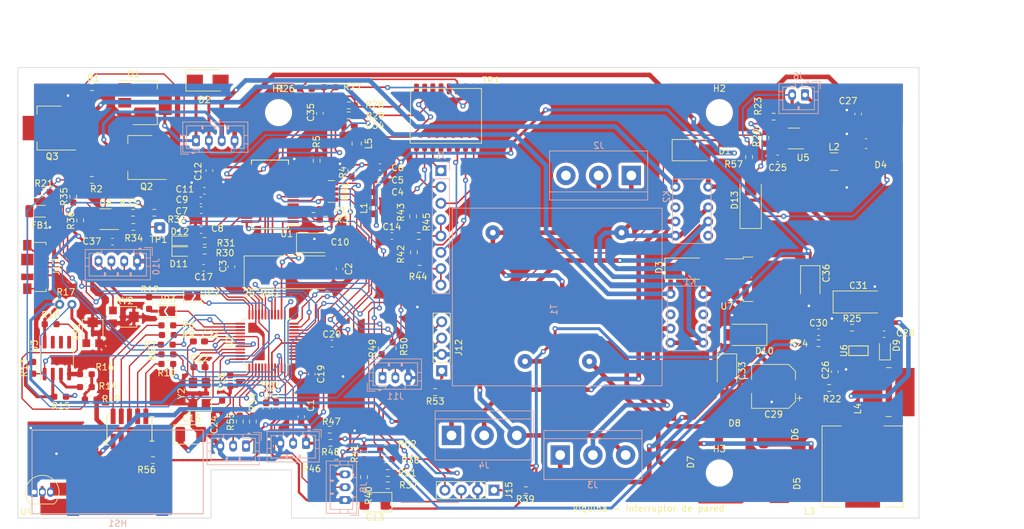
<source format=kicad_pcb>
(kicad_pcb (version 20211014) (generator pcbnew)
  (layers (0 "F.Cu" signal) (31 "B.Cu" signal) (34 "B.Paste" user) (35 "F.Paste" user) (36 "B.SilkS" user "B.Silkscreen") (37 "F.SilkS" user "F.Silkscreen") (38 "B.Mask" user) (39 "F.Mask" user) (44 "Edge.Cuts" user))
  (net 0 "")
  (net 1 "GND")
  (net 2 "+5V")
  (net 3 "+12V")
  (net 4 "Net-(C10-Pad1)")
  (net 5 "+3V3")
  (net 6 "+5P")
  (net 7 "Net-(C2-Pad2)")
  (net 8 "Net-(C28-Pad2)")
  (net 9 "Net-(C3-Pad2)")
  (net 10 "/TOP PCB/ethernet/VDD_ETH")
  (net 11 "/TOP PCB/VDD_CORE")
  (net 12 "Net-(D6-Pad1)")
  (net 13 "Net-(D7-Pad1)")
  (net 14 "GNDPWR")
  (net 15 "Net-(JP2-Pad2)")
  (net 16 "Net-(JP3-Pad2)")
  (net 17 "Net-(JP3-Pad1)")
  (net 18 "Net-(C22-Pad1)")
  (net 19 "Net-(Q1-Pad1)")
  (net 20 "Net-(Q2-Pad1)")
  (net 21 "Net-(Q3-Pad1)")
  (net 22 "Net-(R5-Pad1)")
  (net 23 "Net-(R13-Pad2)")
  (net 24 "Net-(RN1-Pad5)")
  (net 25 "Net-(RN1-Pad6)")
  (net 26 "Net-(RN1-Pad8)")
  (net 27 "Net-(RN1-Pad7)")
  (net 28 "Net-(C24-Pad1)")
  (net 29 "Net-(C28-Pad1)")
  (net 30 "Net-(C30-Pad2)")
  (net 31 "Net-(C34-Pad2)")
  (net 32 "Net-(C35-Pad2)")
  (net 34 "Net-(D4-Pad2)")
  (net 37 "/BOTTOM PCB/Q_RADIATOR1")
  (net 38 "/BOTTOM PCB/Q_RADIATOR2")
  (net 39 "/TOP PCB/pwm_shutter3")
  (net 40 "/TOP PCB/pwm_shutter2")
  (net 41 "/TOP PCB/pwm_shutter1")
  (net 42 "/TOP PCB/display_sck")
  (net 43 "/TOP PCB/display_SDA")
  (net 44 "Net-(J16-Pad2)")
  (net 45 "Net-(J16-Pad4)")
  (net 46 "Net-(J16-Pad6)")
  (net 48 "Net-(J16-Pad8)")
  (net 49 "Net-(J16-Pad10)")
  (net 50 "/TOP PCB/DM")
  (net 51 "/TOP PCB/DP")
  (net 53 "/BOTTOM PCB/LED_FB")
  (net 54 "/BOTTOM PCB/AC_POWER_N")
  (net 55 "/BOTTOM PCB/pir_switch")
  (net 56 "Net-(D5-Pad1)")
  (net 57 "Net-(D11-Pad2)")
  (net 58 "Net-(D12-Pad2)")
  (net 59 "ETH_TX-")
  (net 60 "Net-(J1-Pad1)")
  (net 61 "/BOTTOM PCB/AC_POWER_P")
  (net 62 "/BOTTOM PCB/EVALVE_2")
  (net 63 "/TOP PCB/ethernet/ETH_INT")
  (net 64 "/TOP PCB/ETH_RST")
  (net 65 "/TOP PCB/TDI")
  (net 66 "/TOP PCB/TDO")
  (net 67 "/TOP PCB/TMS")
  (net 68 "/TOP PCB/TCK")
  (net 69 "/TOP PCB/~{MCLR}")
  (net 71 "/TOP PCB/LDR_an_input")
  (net 72 "Net-(R14-Pad1)")
  (net 73 "Net-(R14-Pad2)")
  (net 74 "Net-(R15-Pad2)")
  (net 75 "/BOTTOM PCB/dimmer")
  (net 76 "/BOTTOM PCB/lights")
  (net 77 "Net-(R22-Pad2)")
  (net 78 "/BOTTOM PCB/LEDA")
  (net 79 "/BOTTOM PCB/LEDB")
  (net 80 "Net-(R32-Pad2)")
  (net 81 "Net-(R33-Pad2)")
  (net 82 "Net-(R34-Pad1)")
  (net 83 "Net-(R34-Pad2)")
  (net 84 "Net-(R35-Pad1)")
  (net 85 "/TOP PCB/touchswitch")
  (net 86 "Net-(R36-Pad2)")
  (net 87 "/TOP PCB/MOSI")
  (net 88 "/TOP PCB/MISO")
  (net 89 "/TOP PCB/SCK")
  (net 90 "/TOP PCB/ETH_CS")
  (net 93 "/TOP PCB/ethernet/ETH_RX-")
  (net 94 "/TOP PCB/ethernet/ETH_RX+")
  (net 95 "/TOP PCB/ethernet/ETH_TX+")
  (net 96 "/TOP PCB/Air_temp_data")
  (net 101 "/BOTTOM PCB/EVALVE_1")
  (net 102 "/BOTTOM PCB/RADIATOR_TEMP")
  (net 103 "/BOTTOM PCB/led_dimmer_out")
  (net 104 "/TOP PCB/VALVE_OUT_2")
  (net 105 "/TOP PCB/VALVE_OUT_1")
  (net 106 "/TOP PCB/lights_do")
  (net 107 "Net-(J15-Pad1)")
  (net 108 "Net-(J15-Pad3)")
  (net 109 "Net-(J15-Pad4)")
  (net 113 "Net-(J1-Pad2)")
  (net 114 "Net-(J1-Pad3)")
  (net 115 "Net-(J1-Pad4)")
  (net 116 "Net-(J1-Pad6)")
  (net 117 "Net-(J1-Pad7)")
  (net 118 "Net-(J3-Pad1)")
  (net 119 "Net-(J3-Pad2)")
  (net 120 "Net-(J4-Pad1)")
  (net 121 "Net-(J4-Pad2)")
  (net 122 "Net-(C1-Pad1)")
  (net 123 "Net-(C14-Pad2)")
  (net 124 "Net-(R42-Pad1)")
  (net 125 "Net-(R43-Pad1)")
  (net 126 "Net-(J8-Pad3)")
  (net 127 "Net-(J11-Pad1)")
  (net 128 "/TOP PCB/URX_D0")
  (net 129 "Net-(J11-Pad2)")
  (net 130 "/TOP PCB/UTX_D0")
  (net 132 "Net-(J12-Pad1)")
  (net 133 "Net-(J12-Pad3)")
  (net 134 "Net-(J12-Pad4)")
  (net 135 "Net-(J5-Pad1)")
  (net 136 "Net-(J5-Pad2)")
  (net 137 "Net-(D13-Pad2)")
  (net 138 "Net-(FB1-Pad1)")
  (net 139 "Net-(R56-Pad2)")
  (footprint "Capacitor_SMD:C_0603_1608Metric_Pad1.08x0.95mm_HandSolder" (layer "F.Cu") (at 69.9834 71.2914 -90)
    (fp_text reference "C2")
    (fp_text value "22p")
  )
  (footprint "Resistor_SMD:R_0603_1608Metric_Pad0.98x0.95mm_HandSolder" (layer "F.Cu") (at 73.787 103.632 90)
    (fp_text reference "R40")
    (fp_text value "1k")
  )
  (footprint "Diode_SMD:D_SMA" (layer "F.Cu") (at 125.063 52.832)
    (fp_text reference "D1")
    (fp_text value "DIODE")
  )
  (footprint "Capacitor_SMD:C_0603_1608Metric_Pad1.08x0.95mm_HandSolder" (layer "F.Cu") (at 76.184 59.349)
    (fp_text reference "C4")
    (fp_text value "100n")
  )
  (footprint "Capacitor_SMD:C_0603_1608Metric_Pad1.08x0.95mm_HandSolder" (layer "F.Cu") (at 52.992 88.6284 -90)
    (fp_text reference "C16")
    (fp_text value "100n")
  )
  (footprint "Resistor_SMD:R_0603_1608Metric_Pad0.98x0.95mm_HandSolder" (layer "F.Cu") (at 149.607 80.422)
    (fp_text reference "R25")
    (fp_text value "9.53")
  )
  (footprint "Resistor_SMD:R_0603_1608Metric_Pad0.98x0.95mm_HandSolder" (layer "F.Cu") (at 29.68 63.756 -90)
    (fp_text reference "R36")
    (fp_text value "10k")
  )
  (footprint "Capacitor_SMD:C_0603_1608Metric_Pad1.08x0.95mm_HandSolder" (layer "F.Cu") (at 60.125 92.85 -90)
    (fp_text reference "C23")
    (fp_text value "C")
  )
  (footprint "Resistor_SMD:R_0603_1608Metric_Pad0.98x0.95mm_HandSolder" (layer "F.Cu") (at 31.4864 57.4512)
    (fp_text reference "R2")
    (fp_text value "270")
  )
  (footprint "Resistor_SMD:R_0603_1608Metric_Pad0.98x0.95mm_HandSolder" (layer "F.Cu") (at 37.938 64.7664 180)
    (fp_text reference "R34")
    (fp_text value "4k7")
  )
  (footprint "Resistor_SMD:R_0603_1608Metric_Pad0.98x0.95mm_HandSolder" (layer "F.Cu") (at 41.2146 62.5566 180)
    (fp_text reference "R32")
    (fp_text value "100")
  )
  (footprint "gesfluid:DO-213AB" (layer "F.Cu") (at 138.303 102.273 90)
    (fp_text reference "D5")
    (fp_text value "D")
  )
  (footprint "Package_TO_SOT_SMD:TO-252-3_TabPin2" (layer "F.Cu") (at 135.182 72.897)
    (fp_text reference "U7")
    (fp_text value "ZLDO1117K33TC")
  )
  (footprint "Diode_SMD:D_SMA_Handsoldering" (layer "F.Cu") (at 133.858 60.6044 90)
    (fp_text reference "D13")
    (fp_text value "D_Zener")
  )
  (footprint "Resistor_SMD:R_0603_1608Metric_Pad0.98x0.95mm_HandSolder" (layer "F.Cu") (at 77.47 102.997 180)
    (fp_text reference "R51")
    (fp_text value "100")
  )
  (footprint "Resistor_SMD:R_0603_1608Metric_Pad0.98x0.95mm_HandSolder" (layer "F.Cu") (at 43.3045 81.5534)
    (fp_text reference "R9")
    (fp_text value "100")
  )
  (footprint "Capacitor_SMD:C_0603_1608Metric_Pad1.08x0.95mm_HandSolder" (layer "F.Cu") (at 138.051 54.116 180)
    (fp_text reference "C25")
    (fp_text value "C")
  )
  (footprint "Capacitor_SMD:C_0603_1608Metric_Pad1.08x0.95mm_HandSolder" (layer "F.Cu") (at 48.85 71.1 180)
    (fp_text reference "C17")
    (fp_text value "100n")
  )
  (footprint "Package_SO:SSOP-28_5.3x10.2mm_P0.65mm" (layer "F.Cu") (at 59.168 59.702 180)
    (fp_text reference "U1")
    (fp_text value "ENC28J60x-SS")
  )
  (footprint "Resistor_SMD:R_0603_1608Metric_Pad0.98x0.95mm_HandSolder" (layer "F.Cu") (at 66.421 54.483 90)
    (fp_text reference "R5")
    (fp_text value "2k32")
  )
  (footprint "Capacitor_SMD:C_0603_1608Metric_Pad1.08x0.95mm_HandSolder" (layer "F.Cu") (at 154.607 81.422)
    (fp_text reference "C28")
    (fp_text value "22n")
  )
  (footprint "gesfluid:DO-213AB" (layer "F.Cu") (at 122 98.625 90)
    (fp_text reference "D7")
    (fp_text value "D")
  )
  (footprint "Capacitor_SMD:C_0603_1608Metric_Pad1.08x0.95mm_HandSolder" (layer "F.Cu") (at 48.9998 59.1498 180)
    (fp_text reference "C11")
    (fp_text value "100n")
  )
  (footprint "Crystal:Crystal_SMD_HC49-SD" (layer "F.Cu") (at 61.8564 71.817)
    (fp_text reference "Y1" hide)
    (fp_text value "25 MHz")
  )
  (footprint "Capacitor_SMD:C_0603_1608Metric_Pad1.08x0.95mm_HandSolder" (layer "F.Cu") (at 76.2442 55.4486)
    (fp_text reference "C6")
    (fp_text value "100n")
  )
  (footprint "Capacitor_SMD:C_0603_1608Metric_Pad1.08x0.95mm_HandSolder" (layer "F.Cu") (at 66.929 47.117 90)
    (fp_text reference "C35")
    (fp_text value "100n")
  )
  (footprint "Package_TO_SOT_SMD:SOT-223-3_TabPin2" (layer "F.Cu") (at 39.751 45.466)
    (fp_text reference "Q1")
    (fp_text value "Q_NPN_BCE")
  )
  (footprint "Diode_SMD:D_Powermite2_AK" (layer "F.Cu") (at 154.051 51.816 180)
    (fp_text reference "D4")
    (fp_text value "D_Schottky")
  )
  (footprint "Inductor_SMD:L_0805_2012Metric_Pad1.15x1.40mm_HandSolder" (layer "F.Cu") (at 72.644 51.816 -90)
    (fp_text reference "L5")
    (fp_text value "L_Ferrite")
  )
  (footprint "Resistor_SMD:R_0603_1608Metric_Pad0.98x0.95mm_HandSolder" (layer "F.Cu") (at 136.151 50.916 90)
    (fp_text reference "R20")
    (fp_text value "10k")
  )
  (footprint "Resistor_SMD:R_0603_1608Metric_Pad0.98x0.95mm_HandSolder" (layer "F.Cu") (at 28.6 60.056 90)
    (fp_text reference "R35")
    (fp_text value "100")
  )
  (footprint "Package_TO_SOT_SMD:SOT-223-3_TabPin2" (layer "F.Cu") (at 38.989 53.975 180)
    (fp_text reference "Q2")
    (fp_text value "Q_NPN_BCE")
  )
  (footprint "Resistor_SMD:R_0603_1608Metric_Pad0.98x0.95mm_HandSolder" (layer "F.Cu") (at 67.818 63.627 180)
    (fp_text reference "R3")
    (fp_text value "10k")
  )
  (footprint "Resistor_SMD:R_0603_1608Metric_Pad0.98x0.95mm_HandSolder" (layer "F.Cu") (at 49.022 68.453)
    (fp_text reference "R30")
    (fp_text value "R")
  )
  (footprint "Resistor_SMD:R_0603_1608Metric_Pad0.98x0.95mm_HandSolder" (layer "F.Cu") (at 77.216 100.838 180)
    (fp_text reference "R38")
    (fp_text value "100")
  )
  (footprint "Capacitor_Tantalum_SMD:CP_EIA-3528-12_Kemet-T_Pad1.50x2.35mm_HandSolder" (layer "F.Cu") (at 46.85 97)
    (fp_text reference "C15")
    (fp_text value "10u")
  )
  (footprint "Capacitor_Tantalum_SMD:CP_EIA-3528-21_Kemet-B_Pad1.50x2.35mm_HandSolder" (layer "F.Cu") (at 65.925 67.225)
    (fp_text reference "C10")
    (fp_text value "10u")
  )
  (footprint "Resistor_SMD:R_0603_1608Metric_Pad0.98x0.95mm_HandSolder" (layer "F.Cu") (at 64.7465 43.307)
    (fp_text reference "R26")
    (fp_text value "49R9")
  )
  (footprint "Resistor_SMD:R_0603_1608Metric_Pad0.98x0.95mm_HandSolder" (layer "F.Cu") (at 41 101)
    (fp_text reference "R56")
    (fp_text value "R")
  )
  (footprint "Resistor_SMD:R_0603_1608Metric_Pad0.98x0.95mm_HandSolder" (layer "F.Cu") (at 43.217 86.0534)
    (fp_text reference "R10")
    (fp_text value "100")
  )
  (footprint "Resistor_SMD:R_0603_1608Metric_Pad0.98x0.95mm_HandSolder" (layer "F.Cu") (at 30.56 89.646)
    (fp_text reference "R14")
    (fp_text value "R")
  )
  (footprint "Resistor_SMD:R_0603_1608Metric_Pad0.98x0.95mm_HandSolder" (layer "F.Cu") (at 31.5 43.045)
    (fp_text reference "R1")
    (fp_text value "270")
  )
  (footprint "Capacitor_SMD:C_0603_1608Metric_Pad1.08x0.95mm_HandSolder" (layer "F.Cu") (at 51.742 92.5534 -90)
    (fp_text reference "C24")
    (fp_text value "C")
  )
  (footprint "Capacitor_Tantalum_SMD:CP_EIA-3528-12_Kemet-T_Pad1.50x2.35mm_HandSolder" (layer "F.Cu") (at 75.475 107.525 180)
    (fp_text reference "C13")
    (fp_text value "10u")
  )
  (footprint "Capacitor_SMD:C_0603_1608Metric_Pad1.08x0.95mm_HandSolder" (layer "F.Cu") (at 48.4664 62.147)
    (fp_text reference "C7")
    (fp_text value "100n")
  )
  (footprint "Jumper:SolderJumper-2_P1.3mm_Open_TrianglePad1.0x1.5mm" (layer "F.Cu") (at 47.117 75.438)
    (fp_text reference "JP2")
    (fp_text value "SolderJumper_2_Open")
  )
  (footprint "Resistor_SMD:R_0603_1608Metric_Pad0.98x0.95mm_HandSolder" (layer "F.Cu") (at 68.453 96.266 180)
    (fp_text reference "R47")
    (fp_text value "R")
  )
  (footprint "gesfluid:DO-213AB" (layer "F.Cu") (at 128.928 98 180)
    (fp_text reference "D8")
    (fp_text value "D")
  )
  (footprint "LED_SMD:LED_0603_1608Metric_Pad1.05x0.95mm_HandSolder" (layer "F.Cu") (at 45.593 66.929)
    (fp_text reference "D12")
    (fp_text value "LED")
  )
  (footprint "Potentiometer_SMD:Potentiometer_Bourns_TC33X_Vertical" (layer "F.Cu") (at 36.576 78.74)
    (fp_text reference "RV2")
    (fp_text value "R_Potentiometer")
  )
  (footprint "Resistor_SMD:R_0603_1608Metric_Pad0.98x0.95mm_HandSolder" (layer "F.Cu") (at 71.4005 47.422)
    (fp_text reference "R29")
    (fp_text value "49R9")
  )
  (footprint "Capacitor_Tantalum_SMD:CP_EIA-3528-12_Kemet-T_Pad1.50x2.35mm_HandSolder" (layer "F.Cu") (at 130.175 87.122 -90)
    (fp_text reference "C33")
    (fp_text value "10u")
  )
  (footprint "Potentiometer_SMD:Potentiometer_Bourns_TC33X_Vertical" (layer "F.Cu") (at 31.623 81.026 90)
    (fp_text reference "RV1")
    (fp_text value "R_Potentiometer")
  )
  (footprint "Diode_SMD:D_SMA" (layer "F.Cu") (at 49.5 42)
    (fp_text reference "D2")
    (fp_text value "DIODE")
  )
  (footprint "footprints:SM13072APEL" (layer "F.Cu") (at 81.937 47.752)
    (fp_text reference "TR1")
    (fp_text value "Transformador LAN Ethernet")
  )
  (footprint "Resistor_SMD:R_0603_1608Metric_Pad0.98x0.95mm_HandSolder" (layer "F.Cu") (at 82.423 71.247)
    (fp_text reference "R44")
    (fp_text value "R")
  )
  (footprint "Diode_SMD:D_SMA" (layer "F.Cu") (at 132.969 81.534 180)
    (fp_text reference "D10")
    (fp_text value "D_Schottky")
  )
  (footprint "Resistor_SMD:R_0603_1608Metric_Pad0.98x0.95mm_HandSolder" (layer "F.Cu") (at 81.534 68.707 -90)
    (fp_text reference "R42")
    (fp_text value "R")
  )
  (footprint "MountingHole:MountingHole_3.2mm_M3_ISO14580" (layer "F.Cu") (at 129 47)
    (fp_text reference "H2")
    (fp_text value "MountingHole")
  )
  (footprint "Resistor_SMD:R_0603_1608Metric_Pad0.98x0.95mm_HandSolder" (layer "F.Cu") (at 71.425 45.875 180)
    (fp_text reference "R28")
    (fp_text value "49R9")
  )
  (footprint "Resistor_SMD:R_0603_1608Metric_Pad0.98x0.95mm_HandSolder" (layer "F.Cu") (at 37.8872 62.556 180)
    (fp_text reference "R33")
    (fp_text value "10k")
  )
  (footprint "Resistor_SMD:R_0603_1608Metric_Pad0.98x0.95mm_HandSolder" (layer "F.Cu") (at 26.56 91.146)
    (fp_text reference "R15")
    (fp_text value "R")
  )
  (footprint "Package_TO_SOT_SMD:SOT-23-5_HandSoldering" (layer "F.Cu") (at 140.551 51.016 180)
    (fp_text reference "U5")
    (fp_text value "LM3410")
  )
  (footprint "Resistor_SMD:R_0603_1608Metric_Pad0.98x0.95mm_HandSolder" (layer "F.Cu") (at 144.407 82.822)
    (fp_text reference "R24")
    (fp_text value "49.9")
  )
  (footprint "Resistor_SMD:R_0603_1608Metric_Pad0.98x0.95mm_HandSolder" (layer "F.Cu") (at 43.217 84.5534)
    (fp_text reference "R6")
    (fp_text value "100")
  )
  (footprint "Resistor_SMD:R_0603_1608Metric_Pad0.98x0.95mm_HandSolder" (layer "F.Cu") (at 71.834 56.024 -90)
    (fp_text reference "R4")
    (fp_text value "10k")
  )
  (footprint "Capacitor_SMD:C_0603_1608Metric_Pad1.08x0.95mm_HandSolder" (layer "F.Cu") (at 48.4664 65.2458)
    (fp_text reference "C8")
    (fp_text value "100n")
  )
  (footprint "Capacitor_SMD:C_0603_1608Metric_Pad1.08x0.95mm_HandSolder" (layer "F.Cu") (at 71.4005 49.022)
    (fp_text reference "C34")
    (fp_text value "100n")
  )
  (footprint "Resistor_SMD:R_0603_1608Metric_Pad0.98x0.95mm_HandSolder" (layer "F.Cu") (at 68.58 98.298 180)
    (fp_text reference "R48")
    (fp_text value "R")
  )
  (footprint "Resistor_SMD:R_0603_1608Metric_Pad0.98x0.95mm_HandSolder" (layer "F.Cu") (at 56.515 94.996 90)
    (fp_text reference "R54")
    (fp_text value "R")
  )
  (footprint "MountingHole:MountingHole_3.2mm_M3_ISO14580" (layer "F.Cu") (at 60.5 47)
    (fp_text reference "H1")
    (fp_text value "MountingHole")
  )
  (footprint "Resistor_SMD:R_0603_1608Metric_Pad0.98x0.95mm_HandSolder" (layer "F.Cu") (at 84.836 90.424 180)
    (fp_text reference "R53")
    (fp_text value "0")
  )
  (footprint "Inductor_SMD:L_12x12mm_H8mm" (layer "F.Cu") (at 151.257 101.981 90)
    (fp_text reference "L3")
    (fp_text value "4.7mH")
  )
  (footprint "Capacitor_SMD:C_0603_1608Metric_Pad1.08x0.95mm_HandSolder" (layer "F.Cu") (at 58.575 92.95 -90)
    (fp_text reference "C18")
    (fp_text value "100n")
  )
  (footprint "Inductor_SMD:L_Wuerth_WE-PD2-Typ-L" (layer "F.Cu") (at 155.321 90.424 180)
    (fp_text reference "L4")
    (fp_text value "22uH")
  )
  (footprint "Resistor_SMD:R_0603_1608Metric_Pad0.98x0.95mm_HandSolder" (layer "F.Cu") (at 69.5 101.4 180)
    (fp_text reference "R46")
    (fp_text value "R")
  )
  (footprint "Capacitor_SMD:C_0603_1608Metric_Pad1.08x0.95mm_HandSolder" (layer "F.Cu") (at 68.775 82.875)
    (fp_text reference "C20")
    (fp_text value "100n")
  )
  (footprint "nqbit:JTAG_50mil" (layer "F.Cu") (at 37.338 96.139)
    (fp_text reference "J16" hide)
    (fp_text value "Conn_ARM_JTAG_SWD_10" hide)
  )
  (footprint "Capacitor_SMD:C_0603_1608Metric_Pad1.08x0.95mm_HandSolder" (layer "F.Cu") (at 64.025 94.25 90)
    (fp_text reference "C1")
    (fp_text value "C")
  )
  (footprint "Connector_PinHeader_2.54mm:PinHeader_1x04_P2.54mm_Vertical" (layer "F.Cu") (at 93.97 105.664 -90)
    (fp_text reference "J15")
    (fp_text value "Display")
  )
  (footprint "Resistor_SMD:R_0603_1608Metric_Pad0.98x0.95mm_HandSolder" (layer "F.Cu") (at 73.787 99.949 -90)
    (fp_text reference "R41")
    (fp_text value "1k")
  )
  (footprint "Inductor_SMD:L_1206_3216Metric_Pad1.22x1.90mm_HandSolder" (layer "F.Cu") (at 23.45 62.325)
    (fp_text reference "FB1")
    (fp_text value "FerriteBead")
  )
  (footprint "Resistor_SMD:R_0603_1608Metric_Pad0.98x0.95mm_HandSolder" (layer "F.Cu") (at 98.933 105.664)
    (fp_text reference "R39")
    (fp_text value "0")
  )
  (footprint "Inductor_SMD:L_0603_1608Metric_Pad1.05x0.95mm_HandSolder" (layer "F.Cu") (at 75.184 61.849 90)
    (fp_text reference "L1")
    (fp_text value "L")
  )
  (footprint "Resistor_SMD:R_0603_1608Metric_Pad0.98x0.95mm_HandSolder" (layer "F.Cu") (at 49.022 66.929)
    (fp_text reference "R31")
    (fp_text value "R")
  )
  (footprint "Diode_SMD:D_SOD-323" (layer "F.Cu") (at 154.707 83.922 90)
    (fp_text reference "D9")
    (fp_text value "ZENER")
  )
  (footprint "Capacitor_SMD:CP_Elec_6.3x5.8" (layer "F.Cu") (at 137.414 89.535 180)
    (fp_text reference "C29")
    (fp_text value "C_Polarized_US")
  )
  (footprint "Resistor_SMD:R_0603_1608Metric_Pad0.98x0.95mm_HandSolder" (layer "F.Cu") (at 68.453 43.053)
    (fp_text reference "R27")
    (fp_text value "49R9")
  )
  (footprint "Resistor_SMD:R_0603_1608Metric_Pad0.98x0.95mm_HandSolder" (layer "F.Cu") (at 78.225 83.6 90)
    (fp_text reference "R50")
    (fp_text value "R")
  )
  (footprint "Resistor_SMD:R_0603_1608Metric_Pad0.98x0.95mm_HandSolder" (layer "F.Cu") (at 24.0188 59.3308 180)
    (fp_text reference "R21")
    (fp_text value "R")
  )
  (footprint "Capacitor_SMD:C_0603_1608Metric_Pad1.08x0.95mm_HandSolder" (layer "F.Cu") (at 144.407 81.122)
    (fp_text reference "C30")
    (fp_text value "100p")
  )
  (footprint "LED_SMD:LED_0603_1608Metric_Pad1.05x0.95mm_HandSolder" (layer "F.Cu") (at 45.593 68.58)
    (fp_text reference "D11")
    (fp_text value "LED")
  )
  (footprint "Crystal:Crystal_SMD_5032-4Pin_5.0x3.2mm" (layer "F.Cu") (at 48.2092 90.6526 90)
    (fp_text reference "Y2")
    (fp_text value "12/16 MHz")
  )
  (footprint "Capacitor_SMD:C_0603_1608Metric_Pad1.08x0.95mm_HandSolder" (layer "F.Cu") (at 146.939 87.249 90)
    (fp_text reference "C26")
    (fp_text value "100n")
  )
  (footprint "Capacitor_SMD:C_0603_1608Metric_Pad1.08x0.95mm_HandSolder" (layer "F.Cu") (at 53.1814 70.942 -90)
    (fp_text reference "C3")
    (fp_text value "22p")
  )
  (footprint "Resistor_SMD:R_0603_1608Metric_Pad0.98x0.95mm_HandSolder" (layer "F.Cu") (at 81.407 63.119 -90)
    (fp_text reference "R43")
    (fp_text value "R")
  )
  (footprint "Resistor_SMD:R_0603_1608Metric_Pad0.98x0.95mm_HandSolder" (layer "F.Cu") (at 76.525 83.625 90)
    (fp_text reference "R49")
    (fp_text value "R")
  )
  (footprint "Resistor_SMD:R_0603_1608Metric_Pad0.98x0.95mm_HandSolder" (layer "F.Cu") (at 22.3722 86.6548 90)
    (fp_text reference "R13")
    (fp_text value "R")
  )
  (footprint "Resistor_SMD:R_0603_1608Metric_Pad0.98x0.95mm_HandSolder" (layer "F.Cu") (at 30.56 87.646)
    (fp_text reference "R16")
    (fp_text value "R")
  )
  (footprint "Capacitor_Tantalum_SMD:CP_EIA-6032-15_Kemet-U_Pad2.25x2.35mm_HandSolder" (layer "F.Cu") (at 150.607 76.422)
    (fp_text reference "C31")
    (fp_text value "22u")
  )
  (footprint "gesfluid:DO-213AB" (layer "F.Cu") (at 138.303 100.023 -90)
    (fp_text reference "D6")
    (fp_text value "D")
  )
  (footprint "Resistor_SMD:R_0603_1608Metric_Pad0.98x0.95mm_HandSolder" (layer "F.Cu") (at 137.425 47.625 180)
    (fp_text reference "R23")
    (fp_text value "4.02")
  )
  (footprint "Capacitor_SMD:C_0603_1608Metric_Pad1.08x0.95mm_HandSolder" (layer "F.Cu") (at 48.217 86.5534)
    (fp_text reference "C22")
    (fp_text value "C")
  )
  (footprint "Resistor_SMD:R_0603_1608Metric_Pad0.98x0.95mm_HandSolder" (layer "F.Cu") (at 133.604 53.8988 -90)
    (fp_text reference "R57")
    (fp_text value "100")
  )
  (footprint "Resistor_SMD:R_0603_1608Metric_Pad0.98x0.95mm_HandSolder" (layer "F.Cu") (at 31.325 91.575)
    (fp_text reference "R19")
    (fp_text value "R")
  )
  (footprint "Resistor_SMD:R_Array_Convex_4x0612" (layer "F.Cu") (at 68.693 59.252 180)
    (fp_text reference "RN1")
    (fp_text value "49r9")
  )
  (footprint "Resistor_SMD:R_0603_1608Metric_Pad0.98x0.95mm_HandSolder" (layer "F.Cu") (at 77.216 99.187 180)
    (fp_text reference "R52")
    (fp_text value "100")
  )
  (footprint "MountingHole:MountingHole_3.2mm_M3_ISO14580" (layer "F.Cu") (at 129 103)
    (fp_text reference "H3")
    (fp_text value "MountingHole")
  )
  (footprint "Resistor_THT:R_Axial_DIN0204_L3.6mm_D1.6mm_P1.90mm_Vertical" (layer "F.Cu") (at 26.495 76.8)
    (fp_text reference "R17")
    (fp_text value "LDR03")
  )
  (footprint "Package_SO:SOIC-8_3.9x4.9mm_P1.27mm" (layer "F.Cu") (at 26.06 85.146 90)
    (fp_text reference "U3")
    (fp_text value "LM358")
  )
  (footprint "Resistor_SMD:R_0603_1608Metric_Pad0.98x0.95mm_HandSolder" (layer "F.Cu") (at 43.217 80.0534)
    (fp_text reference "R8")
    (fp_text value "100")
  )
  (footprint "Package_QFP:LQFP-48_7x7mm_P0.5mm" (layer "F.Cu") (at 58.717 82.5534 90)
    (fp_text reference "U2")
    (fp_text value "ATSAM4S2AA")
  )
  (footprint "Resistor_SMD:R_0603_1608Metric_Pad0.98x0.95mm_HandSolder" (layer "F.Cu") (at 82.296 66.167)
    (fp_text reference "R45")
    (fp_text value "R")
  )
  (footprint "Resistor_SMD:R_0603_1608Metric_Pad0.98x0.95mm_HandSolder" (layer "F.Cu") (at 146.05 89.789 180)
    (fp_text reference "R22")
    (fp_text value "10k")
  )
  (footprint "Connector_Wire:SolderWire-0.15sqmm_1x01_D0.5mm_OD1.5mm" (layer "F.Cu") (at 42.037 64.897 90)
    (fp_text reference "TP1")
    (fp_text value "TouchPad")
  )
  (footprint "Capacitor_SMD:C_0603_1608Metric_Pad1.08x0.95mm_HandSolder" (layer "F.Cu") (at 34.6868 67.0524)
    (fp_text reference "C37")
    (fp_text value "100n")
  )
  (footprint "Connector_PinHeader_2.54mm:PinHeader_1x04_P2.54mm_Vertical" (layer "F.Cu") (at 85.852 87.112 180)
    (fp_text reference "J12")
    (fp_text value "Display")
  )
  (footprint "Package_TO_SOT_THT:TO-92_Inline" (layer "F.Cu") (at 22.53 105.96)
    (fp_text reference "U4")
    (fp_text value "DS18B20")
  )
  (footprint "Capacitor_SMD:C_0603_1608Metric_Pad1.08x0.95mm_HandSolder" (layer "F.Cu") (at 48.4167 60.6484)
    (fp_text reference "C9")
    (fp_text value "100n")
  )
  (footprint "Jumper:SolderJumper-2_P1.3mm_Open_TrianglePad1.0x1.5mm" (layer "F.Cu") (at 43.217 77.851 180)
    (fp_text reference "JP3")
    (fp_text value "SolderJumper_2_Open")
  )
  (footprint "Package_TO_SOT_SMD:SOT-23-6_Handsoldering" (layer "F.Cu") (at 33.6 63.556 180)
    (fp_text reference "U8")
    (fp_text value "MTCH101")
  )
  (footprint "Resistor_SMD:R_0603_1608Metric_Pad0.98x0.95mm_HandSolder" (layer "F.Cu") (at 65.918 62.002 180)
    (fp_text reference "R11")
    (fp_text value "100")
  )
  (footprint "Connector_USB:USB_Micro-B_Molex_47346-0001" (layer "F.Cu") (at 22.67 70.978 -90)
    (fp_text reference "J17")
    (fp_text value "USB_B_Micro")
  )
  (footprint "footprints:SOT26" (layer "F.Cu") (at 151.607 82.747 180)
    (fp_text reference "U6")
    (fp_text value "AP5100")
  )
  (footprint "Package_TO_SOT_SMD:SOT-223-3_TabPin2" (layer "F.Cu") (at 24.892 49.403 180)
    (fp_text reference "Q3")
    (fp_text value "Q_NPN_BCE")
  )
  (footprint "Capacitor_Tantalum_SMD:CP_EIA-3528-12_Kemet-T_Pad1.50x2.35mm_HandSolder" (layer "F.Cu") (at 143.117 73.422 -90)
    (fp_text reference "C36")
    (fp_text value "10u")
  )
  (footprint "Capacitor_SMD:C_0603_1608Metric_Pad1.08x0.95mm_HandSolder" (layer "F.Cu") (at 150.551 47.216 90)
    (fp_text reference "C27")
    (fp_text value "C")
  )
  (footprint "Diode_SMD:D_SMA" (layer "F.Cu") (at 123.92 71.247)
    (fp_text reference "D3")
    (fp_text value "DIODE")
  )
  (footprint "Capacitor_SMD:C_0603_1608Metric_Pad1.08x0.95mm_HandSolder" (layer "F.Cu") (at 65.659 87.63 -90)
    (fp_text reference "C19")
    (fp_text value "100n")
  )
  (footprint "Resistor_SMD:R_0603_1608Metric_Pad0.98x0.95mm_HandSolder" (layer "F.Cu") (at 25.0874 79.8716)
    (fp_text reference "R18")
    (fp_text value "R")
  )
  (footprint "Resistor_SMD:R_0603_1608Metric_Pad0.98x0.95mm_HandSolder" (layer "F.Cu") (at 40.386 76.581 -90)
    (fp_text reference "R12")
    (fp_text value "10k")
  )
  (footprint "Resistor_SMD:R_0603_1608Metric_Pad0.98x0.95mm_HandSolder" (layer "F.Cu") (at 77.47 104.902 180)
    (fp_text reference "R37")
    (fp_text value "100")
  )
  (footprint "Capacitor_SMD:C_0603_1608Metric_Pad1.08x0.95mm_HandSolder" (layer "F.Cu") (at 49.7618 56.0002 -90)
    (fp_text reference "C12")
    (fp_text value "100n")
  )
  (footprint "Capacitor_SMD:C_0603_1608Metric_Pad1.08x0.95mm_HandSolder" (layer "F.Cu") (at 48.133 82.55 180)
    (fp_text reference "C21")
    (fp_text value "100n")
  )
  (footprint "Capacitor_SMD:C_0603_1608Metric_Pad1.08x0.95mm_HandSolder" (layer "F.Cu") (at 78.105 66.167)
    (fp_text reference "C14")
    (fp_text value "C")
  )
  (footprint "Resistor_SMD:R_0603_1608Metric_Pad0.98x0.95mm_HandSolder" (layer "F.Cu") (at 54.483 94.996 90)
    (fp_text reference "R55")
    (fp_text value "R")
  )
  (footprint "Capacitor_SMD:C_0603_1608Metric_Pad1.08x0.95mm_HandSolder" (layer "F.Cu") (at 76.184 57.4806)
    (fp_text reference "C5")
    (fp_text value "100n")
  )
  (footprint "Resistor_SMD:R_0603_1608Metric_Pad0.98x0.95mm_HandSolder" (layer "F.Cu") (at 43.1295 83.0534)
    (fp_text reference "R7")
    (fp_text value "100")
  )
  (footprint "Inductor_SMD:L_1210_3225Metric_Pad1.42x2.65mm_HandSolder" (layer "F.Cu") (at 146.812 54.61)
    (fp_text reference "L2")
    (fp_text value "L")
  )
  (footprint "Connector_JST:JST_PH_B4B-PH-K_1x04_P2.00mm_Vertical" (layer "B.Cu") (at 38.525 70.075 180)
    (fp_text reference "J10")
    (fp_text value "Conn_01x04_Male")
  )
  (footprint "Connector_PinHeader_2.54mm:PinHeader_1x08_P2.54mm_Vertical" (layer "B.Cu") (at 85.725 56.007 180)
    (fp_text reference "J1")
    (fp_text value "Conn_Eth")
  )
  (footprint "Heatsink:Heatsink_AAVID_573300D00010G_TO-263" (layer "B.Cu") (at 35.5 102.825)
    (fp_text reference "HS1")
    (fp_text value "Heatsink_Pad")
  )
  (footprint "Connector_JST:JST_PH_B3B-PH-K_1x03_P2.00mm_Vertical" (layer "B.Cu") (at 55.45 98.8 180)
    (fp_text reference "J5" hide)
    (fp_text value "Conn_Q_RAD")
  )
  (footprint "footprints:12v_transformer_single" (layer "B.Cu") (at 103.8 77.65 -90)
    (fp_text reference "T1")
    (fp_text value "Transformer 12 V 2VA")
  )
  (footprint "TerminalBlock:TerminalBlock_bornier-3_P5.08mm" (layer "B.Cu") (at 104.267 100.203)
    (fp_text reference "J3")
    (fp_text value "AC_OUT_1")
  )
  (footprint "Connector_JST:JST_PH_B2B-PH-K_1x02_P2.00mm_Vertical" (layer "B.Cu") (at 142.3 44.247 180)
    (fp_text reference "J6")
    (fp_text value "Conn_Led")
  )
  (footprint "footprints:IM06CTS" (layer "B.Cu") (at 124.714 61.722 -90)
    (fp_text reference "K2")
    (fp_text value "IM06")
  )
  (footprint "Connector_JST:JST_PH_B4B-PH-K_1x04_P2.00mm_Vertical" (layer "B.Cu") (at 47.675 51.35)
    (fp_text reference "J7" hide)
    (fp_text value "Conn_RAD_Valves")
  )
  (footprint "Connector_JST:JST_PH_B3B-PH-K_1x03_P2.00mm_Vertical" (layer "B.Cu") (at 76.65 88.175)
    (fp_text reference "J11")
    (fp_text value "Conn_UART")
  )
  (footprint "TerminalBlock:TerminalBlock_bornier-3_P5.08mm" (layer "B.Cu") (at 87.376 97.155)
    (fp_text reference "J4")
    (fp_text value "AC_OUT_2")
  )
  (footprint "Connector_JST:JST_PH_B3B-PH-K_1x03_P2.00mm_Vertical" (layer "B.Cu") (at 70.825 107.2 90)
    (fp_text reference "J8")
    (fp_text value "Conn_PIR")
  )
  (footprint "footprints:IM06CTS" (layer "B.Cu") (at 123.952 78.359 -90)
    (fp_text reference "K1")
    (fp_text value "IM06")
  )
  (footprint "Connector_JST:JST_PH_B3B-PH-K_1x03_P2.00mm_Vertical" (layer "B.Cu") (at 64.775 98.375 180)
    (fp_text reference "J9" hide)
    (fp_text value "Conn_RAD_TEMP")
  )
  (footprint "TerminalBlock:TerminalBlock_bornier-3_P5.08mm" (layer "B.Cu") (at 115.316 56.769 180)
    (fp_text reference "J2")
    (fp_text value "AC_IN")
  )
  (gr_line (start 160 40) (end 20 40) (layer "Edge.Cuts") (width 0.1))
  (gr_line (start 160 110) (end 160 40) (layer "Edge.Cuts") (width 0.1))
  (gr_line (start 62.5 110) (end 160 110) (layer "Edge.Cuts") (width 0.1))
  (gr_line (start 62.5 102.5) (end 62.5 110) (layer "Edge.Cuts") (width 0.1))
  (gr_line (start 20 110) (end 50 110) (layer "Edge.Cuts") (width 0.1))
  (gr_line (start 50 110) (end 50 102.5) (layer "Edge.Cuts") (width 0.1))
  (gr_line (start 50 102.5) (end 62.5 102.5) (layer "Edge.Cuts") (width 0.1))
  (gr_line (start 20 40) (end 20 110) (layer "Edge.Cuts") (width 0.1))
  (gr_text "Viquina - Interruptor de pared" (at 118 108.5) (layer "F.SilkS") (effects (font (size 1 1))))
  (segment (start 33.65 63.8) (end 33.65 65.1531) (width 0.2032) (layer "F.Cu") (net 1))
  (segment (start 49.2092 89.0026) (end 49.2092 90.3026) (width 0.2032) (layer "F.Cu") (net 1))
  (segment (start 66.421 48.4875) (end 66.929 47.9795) (width 0.3556) (layer "F.Cu") (net 1))
  (segment (start 147.4525 86.9) (end 146.939 86.3865) (width 0.7112) (layer "F.Cu") (net 1))
  (segment (start 30.875 85.8) (end 33.45 85.8) (width 0.7112) (layer "F.Cu") (net 1))
  (segment (start 60.125 94.625) (end 59.394 95.356) (width 0.3556) (layer "F.Cu") (net 1))
  (segment (start 52.992 89.4909) (end 54.69789 89.4909) (width 0.2032) (layer "F.Cu") (net 1))
  (segment (start 51.742 94.608) (end 51.742 93.4159) (width 0.7112) (layer "F.Cu") (net 1))
  (segment (start 55.568 60.027) (end 57.067 60.027) (width 0.3556) (layer "F.Cu") (net 1))
  (segment (start 32.935 44.35) (end 27.775 44.35) (width 0.7112) (layer "F.Cu") (net 1))
  (segment (start 49.2092 86.6831) (end 49.0795 86.5534) (width 0.2032) (layer "F.Cu") (net 1))
  (segment (start 37.026 79.74) (end 38.026 78.74) (width 0.7112) (layer "F.Cu") (net 1))
  (segment (start 130.175 88.747) (end 133.926 88.747) (width 0.7112) (layer "F.Cu") (net 1))
  (segment (start 150.657 82.747) (end 150.657 80.5595) (width 0.4572) (layer "F.Cu") (net 1))
  (segment (start 35.5493 67.0524) (end 37.8774 67.0524) (width 0.7112) (layer "F.Cu") (net 1))
  (segment (start 39.45 96.225) (end 39.878 96.653) (width 0.7112) (layer "F.Cu") (net 1))
  (segment (start 137.1885 54.116) (end 137.1885 59.3635) (width 0.7112) (layer "F.Cu") (net 1))
  (segment (start 49.35 97) (end 51.742 94.608) (width 0.7112) (layer "F.Cu") (net 1))
  (segment (start 50.6741 57.775) (end 49.7618 56.8627) (width 0.3556) (layer "F.Cu") (net 1))
  (segment (start 141.351 98.298) (end 138.326 95.273) (width 0.7112) (layer "F.Cu") (net 1))
  (segment (start 138.303 107.023) (end 140.119 107.023) (width 0.7112) (layer "F.Cu") (net 1))
  (segment (start 58.125 83.75) (end 58.125 81.125) (width 0.2032) (layer "F.Cu") (net 1))
  (segment (start 33.549 82.826) (end 34.776 81.599) (width 0.7112) (layer "F.Cu") (net 1))
  (segment (start 55.568 57.427) (end 52.273 57.427) (width 0.3556) (layer "F.Cu") (net 1))
  (segment (start 55.568 57.427) (end 59.667 57.427) (width 0.3556) (layer "F.Cu") (net 1))
  (segment (start 70.538 49.022) (end 70.538 51.713) (width 0.3556) (layer "F.Cu") (net 1))
  (segment (start 48.525 72.325) (end 47.9875 71.7875) (width 0.2032) (layer "F.Cu") (net 1))
  (segment (start 36.601 47.766) (end 36.351 47.766) (width 0.7112) (layer "F.Cu") (net 1))
  (segment (start 64.025 93.3875) (end 65.4875 93.3875) (width 0.7112) (layer "F.Cu") (net 1))
  (segment (start 142.9 75.264) (end 143.117 75.047) (width 0.7112) (layer "F.Cu") (net 1))
  (segment (start 32.2375 94.6625) (end 33.8 96.225) (width 0.7112) (layer "F.Cu") (net 1))
  (segment (start 69.35 94.95) (end 70.525 93.775) (width 0.7112) (layer "F.Cu") (net 1))
  (segment (start 77.2425 59.545) (end 77.0465 59.349) (width 0.254) (layer "F.Cu") (net 1))
  (segment (start 31.623 79.576) (end 34.612 79.576) (width 0.7112) (layer "F.Cu") (net 1))
  (segment (start 58.675 93.7125) (end 58.575 93.8125) (width 0.2032) (layer "F.Cu") (net 1))
  (segment (start 60.125 93.7125) (end 60.125 94.625) (width 0.3556) (layer "F.Cu") (net 1))
  (segment (start 56.467 86.7159) (end 56.467 85.408) (width 0.2032) (layer "F.Cu") (net 1))
  (segment (start 59.394 100.044) (end 59.975 100.625) (width 0.3556) (layer "F.Cu") (net 1))
  (segment (start 54.69789 89.4909) (end 56.467 87.72179) (width 0.2032) (layer "F.Cu") (net 1))
  (segment (start 70.525 94.625) (end 72.325 96.425) (width 0.7112) (layer "F.Cu") (net 1))
  (segment (start 32.623 82.826) (end 33.549 82.826) (width 0.7112) (layer "F.Cu") (net 1))
  (segment (start 29.6225 87.621) (end 29.6475 87.646) (width 0.7112) (layer "F.Cu") (net 1))
  (segment (start 39.878 96.653) (end 39.878 98.089) (width 0.7112) (layer "F.Cu") (net 1))
  (segment (start 66.075 66.625) (end 66.675 67.225) (width 0.254) (layer "F.Cu") (net 1))
  (segment (start 47.2092 92.3026) (end 47.2092 95.7342) (width 0.7112) (layer "F.Cu") (net 1))
  (segment (start 63.5795 53.5705) (end 66.421 53.5705) (width 0.3556) (layer "F.Cu") (net 1))
  (segment (start 50.275 72.325) (end 48.525 72.325) (width 0.2032) (layer "F.Cu") (net 1))
  (segment (start 53.1814 70.0795) (end 52.5483 69.4464) (width 0.254) (layer "F.Cu") (net 1))
  (segment (start 151.125 84.125) (end 150.657 83.657) (width 0.3556) (layer "F.Cu") (net 1))
  (segment (start 64.677 63.277) (end 66 64.6) (width 0.254) (layer "F.Cu") (net 1))
  (segment (start 71.175 53.825) (end 70.05 54.95) (width 0.3556) (layer "F.Cu") (net 1))
  (segment (start 38.23 47.766) (end 42.139 51.675) (width 0.7112) (layer "F.Cu") (net 1))
  (segment (start 153.157 76.422) (end 153.157 74.032) (width 0.7112) (layer "F.Cu") (net 1))
  (segment (start 45.825 88.375) (end 45.825 90.9184) (width 0.2032) (layer "F.Cu") (net 1))
  (segment (start 36.601 47.766) (end 38.23 47.766) (width 0.7112) (layer "F.Cu") (net 1))
  (segment (start 77.0465 59.349) (end 77.0465 57.4806) (width 0.254) (layer "F.Cu") (net 1))
  (segment (start 52.992 92.1659) (end 51.742 93.4159) (width 0.2032) (layer "F.Cu") (net 1))
  (segment (start 63.669 101.694) (end 63.669 105.994) (width 0.3556) (layer "F.Cu") (net 1))
  (segment (start 66.675 67.225) (end 67.55 67.225) (width 0.254) (layer "F.Cu") (net 1))
  (segment (start 56.467 87.72179) (end 56.467 86.7159) (width 0.2032) (layer "F.Cu") (net 1))
  (segment (start 52.273 57.427) (end 51.925 57.775) (width 0.3556) (layer "F.Cu") (net 1))
  (segment (start 56.467 85.408) (end 58.125 83.75) (width 0.2032) (layer "F.Cu") (net 1))
  (segment (start 154.707 82.872) (end 154.707 83.093) (width 0.3556) (layer "F.Cu") (net 1))
  (segment (start 33.894 63.556) (end 33.65 63.8) (width 0.2032) (layer "F.Cu") (net 1))
  (segment (start 71.175 52.5) (end 71.175 53.825) (width 0.3556) (layer "F.Cu") (net 1))
  (segment (start 133.926 88.747) (end 134.714 89.535) (width 0.7112) (layer "F.Cu") (net 1))
  (segment (start 25.1125 62.325) (end 25.1125 64.6875) (width 0.254) (layer "F.Cu") (net 1))
  (segment (start 70.525 93.775) (end 70.525 88) (width 0.7112) (layer "F.Cu") (net 1))
  (segment (start 144.653 75.047) (end 146.125 73.575) (width 0.7112) (layer "F.Cu") (net 1))
  (segment (start 153.675 84.125) (end 151.125 84.125) (width 0.3556) (layer "F.Cu") (net 1))
  (segment (start 43.2868 96.225) (end 47.2092 92.3026) (width 0.7112) (layer "F.Cu") (net 1))
  (segment (start 46.375 83.4455) (end 46.375 87.825) (width 0.2032) (layer "F.Cu") (net 1))
  (segment (start 45.825 90.9184) (end 47.2092 92.3026) (width 0.2032) (layer "F.Cu") (net 1))
  (segment (start 70.538 51.713) (end 70.538 51.863) (width 0.3556) (layer "F.Cu") (net 1))
  (segment (start 77.2425 67.3425) (end 80.225 70.325) (width 0.4572) (layer "F.Cu") (net 1))
  (segment (start 32.623 82.826) (end 33.528 83.731) (width 0.7112) (layer "F.Cu") (net 1))
  (segment (start 36.068 98.089) (end 37.338 98.089) (width 0.7112) (layer "F.Cu") (net 1))
  (segment (start 52.992 89.4909) (end 52.992 92.1659) (width 0.2032) (layer "F.Cu") (net 1))
  (segment (start 44.718 65.682) (end 45.1542 65.2458) (width 0.7112) (layer "F.Cu") (net 1))
  (segment (start 69.9834 68.9584) (end 69.9834 70.4289) (width 0.254) (layer "F.Cu") (net 1))
  (segment (start 145.95 41.45) (end 148.8 44.3) (width 0.7112) (layer "F.Cu") (net 1))
  (segment (start 56.967 76.442) (end 54.575 74.05) (width 0.2032) (layer "F.Cu") (net 1))
  (segment (start 70.538 51.863) (end 71.175 52.5) (width 0.3556) (layer "F.Cu") (net 1))
  (segment (start 146.125 73.575) (end 146.125 68.3) (width 0.7112) (layer "F.Cu") (net 1))
  (segment (start 59.394 97.106) (end 59.394 97.306) (width 0.3556) (layer "F.Cu") (net 1))
  (segment (start 34.325 96.225) (end 33.8 96.225) (width 0.7112) (layer "F.Cu") (net 1))
  (segment (start 33.528 83.731) (end 33.528 85.878) (width 0.7112) (layer "F.Cu") (net 1))
  (segment (start 37.8774 67.0524) (end 38.525 67.7) (width 0.7112) (layer "F.Cu") (net 1))
  (segment (start 52 74.05) (end 50.275 72.325) (width 0.2032) (layer "F.Cu") (net 1))
  (segment (start 52.5483 69.4464) (end 45.9286 69.4464) (width 0.254) (layer "F.Cu") (net 1))
  (segment (start 33.528 85.878) (end 33.528 90.2845) (width 0.7112) (layer "F.Cu") (net 1))
  (segment (start 141.351 105.791) (end 141.351 98.298) (width 0.7112) (layer "F.Cu") (net 1))
  (segment (start 153.15 66.9435) (end 149.39075 63.18425) (width 0.7112) (layer "F.Cu") (net 1))
  (segment (start 139.4 41.45) (end 145.95 41.45) (width 0.7112) (layer "F.Cu") (net 1))
  (segment (start 45.9286 69.4464) (end 45.3 70.075) (width 0.254) (layer "F.Cu") (net 1))
  (segment (start 59.394 97.106) (end 59.394 100.044) (width 0.3556) (layer "F.Cu") (net 1))
  (segment (start 47.5542 60.6484) (end 47.5542 59.7329) (width 0.7112) (layer "F.Cu") (net 1))
  (segment (start 29.6475 87.0275) (end 30.875 85.8) (width 0.7112) (layer "F.Cu") (net 1))
  (segment (start 25.8 96.225) (end 34.325 96.225) (width 0.7112) (layer "F.Cu") (net 1))
  (segment (start 44.718 68.58) (end 44.718 66.929) (width 0.7112) (layer "F.Cu") (net 1))
  (segment (start 62.6 100.625) (end 63.669 101.694) (width 0.3556) (layer "F.Cu") (net 1))
  (segment (start 153.157 74.032) (end 153.15 74.025) (width 0.7112) (layer "F.Cu") (net 1))
  (segment (start 136.5125 47.625) (end 136.5125 44.3375) (width 0.7112) (layer "F.Cu") (net 1))
  (segment (start 31.623 76.923) (end 31.623 79.576) (width 0.254) (layer "F.Cu") (net 1))
  (segment (start 29.6475 87.646) (end 29.6475 87.0275) (width 0.7112) (layer "F.Cu") (net 1))
  (segment (start 37.725 96.225) (end 34.325 96.225) (width 0.7112) (layer "F.Cu") (net 1))
  (segment (start 150.657 80.5595) (end 150.5195 80.422) (width 0.4572) (layer "F.Cu") (net 1))
  (segment (start 148.8 58.625) (end 148.8 62.5935) (width 0.7112) (layer "F.Cu") (net 1))
  (segment (start 62.768 63.277) (end 64.677 63.277) (width 0.254) (layer "F.Cu") (net 1))
  (segment (start 148.675 86.9) (end 147.4525 86.9) (width 0.7112) (layer "F.Cu") (net 1))
  (segment (start 138.303 93.124) (end 138.303 95.273) (width 0.7112) (layer "F.Cu") (net 1))
  (segment (start 130.969 81.534) (end 130.969 78.469) (width 0.7112) (layer "F.Cu") (net 1))
  (segment (start 37.338 98.089) (end 37.338 96.612) (width 0.7112) (layer "F.Cu") (net 1))
  (segment (start 154.707 83.093) (end 153.675 84.125) (width 0.3556) (layer "F.Cu") (net 1))
  (segment (start 133.275 66.625) (end 130.982 68.918) (width 0.7112) (layer "F.Cu") (net 1))
  (segment (start 39.45 96.225) (end 43.2868 96.225) (width 0.7112) (layer "F.Cu") (net 1))
  (segment (start 55.568 59.377) (end 55.568 60.027) (width 0.3556) (layer "F.Cu") (net 1))
  (segment (start 54.575 74.05) (end 52 74.05) (width 0.2032) (layer "F.Cu") (net 1))
  (segment (start 140.119 107.023) (end 141.351 105.791) (width 0.7112) (layer "F.Cu") (net 1))
  (segment (start 66.421 53.5705) (end 66.421 48.4875) (width 0.3556) (layer "F.Cu") (net 1))
  (segment (start 47.2092 95.7342) (end 48.475 97) (width 0.7112) (layer "F.Cu") (net 1))
  (segment (start 45.1542 65.2458) (end 47.6039 65.2458) (width 0.7112) (layer "F.Cu") (net 1))
  (segment (start 36.351 47.766) (end 32.935 44.35) (width 0.7112) (layer "F.Cu") (net 1))
  (segment (start 47.5542 59.7329) (end 48.1373 59.1498) (width 0.7112) (layer "F.Cu") (net 1))
  (segment (start 66 64.6) (end 66 66.55) (width 0.254) (layer "F.Cu") (net 1))
  (segment (start 37.338 96.612) (end 37.725 96.225) (width 0.7112) (layer "F.Cu") (net 1))
  (segment (start 65.659 93.559) (end 67.05 94.95) (width 0.7112) (layer "F.Cu") (net 1))
  (segment (start 134.714 89.535) (end 138.303 93.124) (width 0.7112) (layer "F.Cu") (net 1))
  (segment (start 65.4875 93.3875) (end 65.659 93.559) (width 0.7112) (layer "F.Cu") (net 1))
  (segment (start 51.925 57.775) (end 50.6741 57.775) (width 0.3556) (layer "F.Cu") (net 1))
  (segment (start 47.6039 62.147) (end 47.6039 60.6981) (width 0.7112) (layer "F.Cu") (net 1))
  (segment (start 49.35 97) (end 49.65 97) (width 0.7112) (layer "F.Cu") (net 1))
  (segment (start 141.901 51.016) (end 148.084 51.016) (width 0.7112) (layer "F.Cu") (net 1))
  (segment (start 22.53 105.96) (end 22.53 99.495) (width 0.7112) (layer "F.Cu") (net 1))
  (segment (start 77.2425 66.167) (end 77.2425 67.3425) (width 0.4572) (layer "F.Cu") (net 1))
  (segment (start 69.6375 81.5625) (end 69.675 81.525) (width 0.3556) (layer "F.Cu") (net 1))
  (segment (start 80.225 70.325) (end 80.225 75.35) (width 0.4572) (layer "F.Cu") (net 1))
  (segment (start 62.95 54.2) (end 63.5795 53.5705) (width 0.3556) (layer "F.Cu") (net 1))
  (segment (start 32.2375 91.575) (end 32.2375 94.6625) (width 0.7112) (layer "F.Cu") (net 1))
  (segment (start 33.65 65.1531) (end 35.5493 67.0524) (width 0.2032) (layer "F.Cu") (net 1))
  (segment (start 150.3045 46.6) (end 150.551 46.3535) (width 0.7112) (layer "F.Cu") (net 1))
  (segment (start 48.1373 59.1498) (end 48.1373 59.0123) (width 0.7112) (layer "F.Cu") (net 1))
  (segment (start 69.6375 82.875) (end 69.6375 81.5625) (width 0.3556) (layer "F.Cu") (net 1))
  (segment (start 66 66.55) (end 66.075 66.625) (width 0.254) (layer "F.Cu") (net 1))
  (segment (start 49.65 97) (end 51.45 98.8) (width 0.7112) (layer "F.Cu") (net 1))
  (segment (start 70.425 107.2) (end 73.525 107.2) (width 0.3556) (layer "F.Cu") (net 1))
  (segment (start 59.975 100.625) (end 62.6 100.625) (width 0.3556) (layer "F.Cu") (net 1))
  (segment (start 67.05 94.95) (end 69.35 94.95) (width 0.7112) (layer "F.Cu") (net 1))
  (segment (start 138.326 95.273) (end 138.303 95.273) (width 0.7112) (layer "F.Cu") (net 1))
  (segment (start 59.394 95.356) (end 59.394 97.106) (width 0.3556) (layer "F.Cu") (net 1))
  (segment (start 153.15 74.025) (end 153.15 66.9435) (width 0.7112) (layer "F.Cu") (net 1))
  (segment (start 70.525 93.775) (end 70.525 94.625) (width 0.7112) (layer "F.Cu") (net 1))
  (segment (start 49.2092 89.0026) (end 49.2092 86.6831) (width 0.2032) (layer "F.Cu") (net 1))
  (segment (start 47.6039 60.6981) (end 47.5542 60.6484) (width 0.7112) (layer "F.Cu") (net 1))
  (segment (start 150.657 83.657) (end 150.657 82.747) (width 0.3556) (layer "F.Cu") (net 1))
  (segment (start 48.1373 59.0123) (end 47 57.875) (width 0.7112) (layer "F.Cu") (net 1))
  (segment (start 68.25 67.225) (end 69.9834 68.9584) (width 0.254) (layer "F.Cu") (net 1))
  (segment (start 24.13 72.278) (end 26.978 72.278) (width 0.254) (layer "F.Cu") (net 1))
  (segment (start 22.53 99.495) (end 25.8 96.225) (width 0.7112) (layer "F.Cu") (net 1))
  (segment (start 59.394 97.306) (end 59 97.7) (width 0.3556) (layer "F.Cu") (net 1))
  (segment (start 142.9 77.025) (end 142.9 75.264) (width 0.7112) (layer "F.Cu") (net 1))
  (segment (start 144.45 66.625) (end 133.275 66.625) (width 0.7112) (layer "F.Cu") (net 1))
  (segment (start 60.125 93.7125) (end 58.675 93.7125) (width 0.2032) (layer "F.Cu") (net 1))
  (segment (start 27.775 46.836) (end 28.042 47.103) (width 0.7112) (layer "F.Cu") (net 1))
  (segment (start 34.612 79.576) (end 34.776 79.74) (width 0.7112) (layer "F.Cu") (net 1))
  (segment (start 148.084 51.016) (end 148.8 50.3) (width 0.7112) (layer "F.Cu") (net 1))
  (segment (start 56.967 78.3909) (end 56.967 76.442) (width 0.2032) (layer "F.Cu") (net 1))
  (segment (start 80.225 75.35) (end 82.075 77.2) (width 0.4572) (layer "F.Cu") (net 1))
  (segment (start 77.2425 66.167) (end 77.2425 59.545) (width 0.254) (layer "F.Cu") (net 1))
  (segment (start 59.667 57.427) (end 62.768 57.427) (width 0.3556) (layer "F.Cu") (net 1))
  (segment (start 146.125 68.3) (end 144.45 66.625) (width 0.7112) (layer "F.Cu") (net 1))
  (segment (start 46.375 87.825) (end 45.825 88.375) (width 0.2032) (layer "F.Cu") (net 1))
  (segment (start 146.475 79) (end 149.0975 79) (width 0.7112) (layer "F.Cu") (net 1))
  (segment (start 77.0465 57.4806) (end 77.0465 55.5088) (width 0.254) (layer "F.Cu") (net 1))
  (segment (start 34.95 63.556) (end 33.894 63.556) (width 0.2032) (layer "F.Cu") (net 1))
  (segment (start 148.8 44.3) (end 148.8 46.6) (width 0.7112) (layer "F.Cu") (net 1))
  (segment (start 38.525 67.7) (end 38.525 70.075) (width 0.7112) (layer "F.Cu") (net 1))
  (segment (start 143.117 75.047) (end 144.653 75.047) (width 0.7112) (layer "F.Cu") (net 1))
  (segment (start 67.55 67.225) (end 68.25 67.225) (width 0.254) (layer "F.Cu") (net 1))
  (segment (start 38.525 70.075) (end 43.223 70.075) (width 0.7112) (layer "F.Cu") (net 1))
  (segment (start 37.725 96.225) (end 39.45 96.225) (width 0.7112) (layer "F.Cu") (net 1))
  (segment (start 49.2092 90.3026) (end 47.2092 92.3026) (width 0.2032) (layer "F.Cu") (net 1))
  (segment (start 148.8 62.5935) (end 149.39075 63.18425) (width 0.7112) (layer "F.Cu") (net 1))
  (segment (start 47.9875 71.7875) (end 47.9875 71.1) (width 0.2032) (layer "F.Cu") (net 1))
  (segment (start 57.067 60.027) (end 59.667 57.427) (width 0.3556) (layer "F.Cu") (net 1))
  (segment (start 136.5125 44.3375) (end 139.4 41.45) (width 0.7112) (layer "F.Cu") (net 1))
  (segment (start 58.125 81.125) (end 56.967 79.967) (width 0.2032) (layer "F.Cu") (net 1))
  (segment (start 47.2705 82.55) (end 46.375 83.4455) (width 0.2032) (layer "F.Cu") (net 1))
  (segment (start 27.965 87.621) (end 29.6225 87.621) (width 0.7112) (layer "F.Cu") (net 1))
  (segment (start 33.45 85.8) (end 33.528 85.878) (width 0.7112) (layer "F.Cu") (net 1))
  (segment (start 26.978 72.278) (end 31.623 76.923) (width 0.254) (layer "F.Cu") (net 1))
  (segment (start 44.718 66.929) (end 44.718 65.682) (width 0.7112) (layer "F.Cu") (net 1))
  (segment (start 64.875 107.2) (end 70.425 107.2) (width 0.3556) (layer "F.Cu") (net 1))
  (segment (start 34.776 81.599) (end 34.776 79.74) (width 0.7112) (layer "F.Cu") (net 1))
  (segment (start 33.528 90.2845) (end 32.2375 91.575) (width 0.7112) (layer "F.Cu") (net 1))
  (segment (start 149.0975 79) (end 150.5195 80.422) (width 0.7112) (layer "F.Cu") (net 1))
  (segment (start 63.669 105.994) (end 64.875 107.2) (width 0.3556) (layer "F.Cu") (net 1))
  (segment (start 73.525 107.2) (end 73.85 107.525) (width 0.3556) (layer "F.Cu") (net 1))
  (segment (start 34.776 79.74) (end 37.026 79.74) (width 0.7112) (layer "F.Cu") (net 1))
  (segment (start 148.8 46.6) (end 150.3045 46.6) (width 0.7112) (layer "F.Cu") (net 1))
  (segment (start 137.1885 59.3635) (end 144.45 66.625) (width 0.7112) (layer "F.Cu") (net 1))
  (segment (start 130.982 68.918) (end 130.982 70.617) (width 0.7112) (layer "F.Cu") (net 1))
  (segment (start 65.659 88.4925) (end 65.659 93.559) (width 0.7112) (layer "F.Cu") (net 1))
  (segment (start 27.775 44.35) (end 27.775 46.836) (width 0.7112) (layer "F.Cu") (net 1))
  (segment (start 25.1125 64.6875) (end 24.975 64.825) (width 0.254) (layer "F.Cu") (net 1))
  (segment (start 48.475 97) (end 49.35 97) (width 0.7112) (layer "F.Cu") (net 1))
  (segment (start 77.0465 55.5088) (end 77.1067 55.4486) (width 0.254) (layer "F.Cu") (net 1))
  (segment (start 45.3 70.075) (end 43.223 70.075) (width 0.254) (layer "F.Cu") (net 1))
  (segment (start 56.967 79.967) (end 56.967 78.3909) (width 0.2032) (layer "F.Cu") (net 1))
  (segment (start 43.223 70.075) (end 44.718 68.58) (width 0.7112) (layer "F.Cu") (net 1))
  (via (at 148.8 50.3) (size 0.8) (drill 0.4) (layers "F.Cu" "B.Cu") (net 1))
  (via (at 22 96) (size 0.8) (drill 0.4) (layers "F.Cu" "B.Cu") (net 1))
  (via (at 66.075 66.625) (size 0.8) (drill 0.4) (layers "F.Cu" "B.Cu") (net 1))
  (via (at 130.969 78.469) (size 0.8) (drill 0.4) (layers "F.Cu" "B.Cu") (net 1))
  (via (at 47 57.875) (size 0.8) (drill 0.4) (layers "F.Cu" "B.Cu") (net 1))
  (via (at 142.9 77.025) (size 0.8) (drill 0.4) (layers "F.Cu" "B.Cu") (net 1))
  (via (at 69.675 81.525) (size 0.8) (drill 0.4) (layers "F.Cu" "B.Cu") (net 1))
  (via (at 44.9 65.35) (size 0.8) (drill 0.4) (layers "F.Cu" "B.Cu") (net 1))
  (via (at 27.775 44.35) (size 0.8) (drill 0.4) (layers "F.Cu" "B.Cu") (net 1))
  (via (at 70.05 54.95) (size 0.8) (drill 0.4) (layers "F.Cu" "B.Cu") (net 1))
  (via (at 146.475 79) (size 0.8) (drill 0.4) (layers "F.Cu" "B.Cu") (net 1))
  (via (at 70.525 88) (size 0.8) (drill 0.4) (layers "F.Cu" "B.Cu") (net 1))
  (via (at 153.15 74.025) (size 0.8) (drill 0.4) (layers "F.Cu" "B.Cu") (net 1))
  (via (at 72.325 96.425) (size 0.8) (drill 0.4) (layers "F.Cu" "B.Cu") (net 1))
  (via (at 59 97.7) (size 0.8) (drill 0.4) (layers "F.Cu" "B.Cu") (net 1))
  (via (at 148.8 46.6) (size 0.8) (drill 0.4) (layers "F.Cu" "B.Cu") (net 1))
  (via (at 26 100) (size 0.8) (drill 0.4) (layers "F.Cu" "B.Cu") (net 1))
  (via (at 62.95 54.2) (size 0.8) (drill 0.4) (layers "F.Cu" "B.Cu") (net 1))
  (via (at 148.8 58.625) (size 0.8) (drill 0.4) (layers "F.Cu" "B.Cu") (net 1))
  (via (at 148.675 86.9) (size 0.8) (drill 0.4) (layers "F.Cu" "B.Cu") (net 1))
  (via (at 137.127 91.948) (size 0.8) (drill 0.4) (layers "F.Cu" "B.Cu") (net 1))
  (via (at 24.975 64.825) (size 0.8) (drill 0.4) (layers "F.Cu" "B.Cu") (net 1))
  (via (at 82.075 77.2) (size 0.8) (drill 0.4) (layers "F.Cu" "B.Cu") (net 1))
  (via (at 51.925 57.775) (size 0.8) (drill 0.4) (layers "F.Cu" "B.Cu") (net 1))
  (segment (start 110.575 82.1) (end 93.25 82.1) (width 0.7112) (layer "B.Cu") (net 1))
  (segment (start 80.65 88.175) (end 80.65 97.225) (width 0.7112) (layer "B.Cu") (net 1))
  (segment (start 59 97.7) (end 60.1 97.7) (width 0.7112) (layer "B.Cu") (net 1))
  (segment (start 44.5 64.95) (end 44.9 65.35) (width 0.7112) (layer "B.Cu") (net 1))
  (segment (start 24.975 64.825) (end 35 64.825) (width 0.254) (layer "B.Cu") (net 1))
  (segment (start 130.969 78.469) (end 132.413 77.025) (width 0.7112) (layer "B.Cu") (net 1))
  (segment (start 69.325 54.225) (end 69.3 54.2) (width 0.3556) (layer "B.Cu") (net 1))
  (segment (start 82.075 77.2) (end 80.575 77.2) (width 0.7112) (layer "B.Cu") (net 1))
  (segment (start 145.325 79) (end 144.875 79) (width 0.7112) (layer "B.Cu") (net 1))
  (segment (start 80.4 77.2) (end 71.2 68) (width 0.7112) (layer "B.Cu") (net 1))
  (segment (start 81.878 84.572) (end 80.65 85.8) (width 0.7112) (layer "B.Cu") (net 1))
  (segment (start 47 60.775) (end 46.8375 60.9375) (width 0.7112) (layer "B.Cu") (net 1))
  (segment (start 148.675 81.425) (end 148.675 81.2) (width 0.7112) (layer "B.Cu") (net 1))
  (segment (start 28 48.45) (end 27.775 48.225) (width 0.7112) (layer "B.Cu") (net 1))
  (segment (start 148.8 50.3) (end 148.8 46.6) (width 0.7112) (layer "B.Cu") (net 1))
  (segment (start 89.75 101.625) (end 91.43 103.305) (width 0.7112) (layer "B.Cu") (net 1))
  (segment (start 85.852 84.572) (end 81.878 84.572) (width 0.7112) (layer "B.Cu") (net 1))
  (segment (start 22.53 104.57) (end 22.53 105.96) (width 0.7112) (layer "B.Cu") (net 1))
  (segment (start 60.775 98.375) (end 60.775 97.05) (width 0.7112) (layer "B.Cu") (net 1))
  (segment (start 130.969 83.556) (end 128.75 85.775) (width 0.7112) (layer "B.Cu") (net 1))
  (segment (start 43.07 102.825) (end 29.23 102.825) (width 0.7112) (layer "B.Cu") (net 1))
  (segment (start 153.15 74.025) (end 153.15 76.95) (width 0.7112) (layer "B.Cu") (net 1))
  (segment (start 81.2125 97.7875) (end 85.05 101.625) (width 0.7112) (layer "B.Cu") (net 1))
  (segment (start 85.05 101.625) (end 89.75 101.625) (width 0.7112) (layer "B.Cu") (net 1))
  (segment (start 51.925 57.775) (end 48.7625 60.9375) (width 0.7112) (layer "B.Cu") (net 1))
  (segment (start 24.275 102.825) (end 22.53 104.57) (width 0.7112) (layer "B.Cu") (net 1))
  (segment (start 44.5 64.95) (end 40.4875 60.9375) (width 0.7112) (layer "B.Cu") (net 1))
  (segment (start 60.775 98.375) (end 60.775 99.875) (width 0.7112) (layer "B.Cu") (net 1))
  (segment (start 153.15 76.95) (end 148.675 81.425) (width 0.7112) (layer "B.Cu") (net 1))
  (segment (start 70.05 54.95) (end 71.5 53.5) (width 0.7112) (layer "B.Cu") (net 1))
  (segment (start 144.875 79) (end 142.9 77.025) (width 0.7112) (layer "B.Cu") (net 1))
  (segment (start 148.675 81.2) (end 146.475 79) (width 0.7112) (layer "B.Cu") (net 1))
  (segment (start 59.45 51.325) (end 53 57.775) (width 0.7112) (layer "B.Cu") (net 1))
  (segment (start 52.3 100.8) (end 51.45 99.95) (width 0.7112) (layer "B.Cu") (net 1))
  (segment (start 80.65 97.225) (end 81.2125 97.7875) (width 0.7112) (layer "B.Cu") (net 1))
  (segment (start 60.775 99.875) (end 59.85 100.8) (width 0.7112) (layer "B.Cu") (net 1))
  (segment (start 146.475 79) (end 145.325 79) (width 0.7112) (layer "B.Cu") (net 1))
  (segment (start 61.4 96.425) (end 72.325 96.425) (width 0.7112) (layer "B.Cu") (net 1))
  (segment (start 29.23 102.825) (end 24.275 102.825) (width 0.7112) (layer "B.Cu") (net 1))
  (segment (start 79.85 96.425) (end 81.2125 97.7875) (width 0.7112) (layer "B.Cu") (net 1))
  (segment (start 148.675 89.1) (end 148.675 86.9) (width 0.7112) (layer "B.Cu") (net 1))
  (segment (start 91.43 103.305) (end 91.43 105.664) (width 0.7112) (layer "B.Cu") (net 1))
  (segment (start 71.5 52.35) (end 70.475 51.325) (width 0.7112) (layer "B.Cu") (net 1))
  (segment (start 70.475 51.325) (end 59.45 51.325) (width 0.7112) (layer "B.Cu") (net 1))
  (segment (start 46.175 66.625) (end 44.5 64.95) (width 0.7112) (layer "B.Cu") (net 1))
  (segment (start 27.775 48.225) (end 27.775 44.35) (width 0.7112) (layer "B.Cu") (net 1))
  (segment (start 69.3 54.2) (end 62.95 54.2) (width 0.3556) (layer "B.Cu") (net 1))
  (segment (start 60.1 97.7) (end 60.775 98.375) (width 0.7112) (layer "B.Cu") (net 1))
  (segment (start 130.969 78.469) (end 130.969 83.556) (width 0.7112) (layer "B.Cu") (net 1))
  (segment (start 69.675 87.15) (end 70.525 88) (width 0.4572) (layer "B.Cu") (net 1))
  (segment (start 47 57.875) (end 47 60.775) (width 0.7112) (layer "B.Cu") (net 1))
  (segment (start 71.5 53.5) (end 71.5 52.35) (width 0.7112) (layer "B.Cu") (net 1))
  (segment (start 137.127 91.948) (end 145.827 91.948) (width 0.7112) (layer "B.Cu") (net 1))
  (segment (start 51.45 99.95) (end 51.45 98.8) (width 0.7112) (layer "B.Cu") (net 1))
  (segment (start 38.525 68.35) (end 38.525 70.075) (width 0.254) (layer "B.Cu") (net 1))
  (segment (start 93.25 82.1) (end 88.35 77.2) (width 0.7112) (layer "B.Cu") (net 1))
  (segment (start 53 57.775) (end 51.925 57.775) (width 0.7112) (layer "B.Cu") (net 1))
  (segment (start 80.65 85.8) (end 80.65 88.175) (width 0.7112) (layer "B.Cu") (net 1))
  (segment (start 32.8 53.25) (end 28 48.45) (width 0.7112) (layer "B.Cu") (net 1))
  (segment (start 70.05 54.95) (end 69.325 54.225) (width 0.3556) (layer "B.Cu") (net 1))
  (segment (start 88.35 77.2) (end 82.075 77.2) (width 0.7112) (layer "B.Cu") (net 1))
  (segment (start 66.075 66.625) (end 46.175 66.625) (width 0.7112) (layer "B.Cu") (net 1))
  (segment (start 69.675 81.525) (end 69.675 87.15) (width 0.4572) (layer "B.Cu") (net 1))
  (segment (start 69.875 66.675) (end 69.825 66.625) (width 0.7112) (layer "B.Cu") (net 1))
  (segment (start 60.775 97.05) (end 61.4 96.425) (width 0.7112) (layer "B.Cu") (net 1))
  (segment (start 148.675 86.9) (end 148.675 81.425) (width 0.7112) (layer "B.Cu") (net 1))
  (segment (start 148.8 50.3) (end 148.8 58.625) (width 0.7112) (layer "B.Cu") (net 1))
  (segment (start 90.703 84.572) (end 85.852 84.572) (width 0.7112) (layer "B.Cu") (net 1))
  (segment (start 72.325 96.425) (end 79.85 96.425) (width 0.7112) (layer "B.Cu") (net 1))
  (segment (start 132.413 77.025) (end 142.9 77.025) (width 0.7112) (layer "B.Cu") (net 1))
  (segment (start 114.25 85.775) (end 110.575 82.1) (width 0.7112) (layer "B.Cu") (net 1))
  (segment (start 145.827 91.948) (end 148.675 89.1) (width 0.7112) (layer "B.Cu") (net 1))
  (segment (start 93.25 82.1) (end 93.175 82.1) (width 0.7112) (layer "B.Cu") (net 1))
  (segment (start 93.175 82.1) (end 90.703 84.572) (width 0.7112) (layer "B.Cu") (net 1))
  (segment (start 46.8375 60.9375) (end 40.4875 60.9375) (width 0.7112) (layer "B.Cu") (net 1))
  (segment (start 71.2 68) (end 69.875 66.675) (width 0.7112) (layer "B.Cu") (net 1))
  (segment (start 40.4875 60.9375) (end 32.8 53.25) (width 0.7112) (layer "B.Cu") (net 1))
  (segment (start 80.575 77.2) (end 80.4 77.2) (width 0.7112) (layer "B.Cu") (net 1))
  (segment (start 59.85 100.8) (end 52.3 100.8) (width 0.7112) (layer "B.Cu") (net 1))
  (segment (start 35 64.825) (end 38.525 68.35) (width 0.254) (layer "B.Cu") (net 1))
  (segment (start 69.825 66.625) (end 66.075 66.625) (width 0.7112) (layer "B.Cu") (net 1))
  (segment (start 128.75 85.775) (end 114.25 85.775) (width 0.7112) (layer "B.Cu") (net 1))
  (segment (start 48.7625 60.9375) (end 46.8375 60.9375) (width 0.7112) (layer "B.Cu") (net 1))
  (segment (start 70.4375 99.7875) (end 70.5 99.725) (width 0.3556) (layer "F.Cu") (net 2))
  (segment (start 151.638 79.629) (end 148.431 76.422) (width 0.7112) (layer "F.Cu") (net 2))
  (segment (start 136.151 51.8285) (end 139.0635 51.8285) (width 0.508) (layer "F.Cu") (net 2))
  (segment (start 145.955 76.422) (end 148.057 76.422) (width 0.7112) (layer "F.Cu") (net 2))
  (segment (start 152.146 90.424) (end 150.114 90.424) (width 0.7112) (layer "F.Cu") (net 2))
  (segment (start 156.972 79.629) (end 151.638 79.629) (width 0.7112) (layer "F.Cu") (net 2))
  (segment (start 140.75 83.05) (end 143.2665 83.05) (width 0.4572) (layer "F.Cu") (net 2))
  (segment (start 150.114 90.424) (end 149.479 91.059) (width 0.7112) (layer "F.Cu") (net 2))
  (segment (start 152.821 90.424) (end 152.146 90.424) (width 0.7112) (layer "F.Cu") (net 2))
  (segment (start 148.431 76.422) (end 148.057 76.422) (width 0.7112) (layer "F.Cu") (net 2))
  (segment (start 71.6412 99.0588) (end 71.6412 97.0162) (width 0.3556) (layer "F.Cu") (net 2))
  (segment (start 70.975 99.725) (end 71.6412 99.0588) (width 0.3556) (layer "F.Cu") (net 2))
  (segment (start 145.1975 54.483) (end 145.3245 54.61) (width 0.508) (layer "F.Cu") (net 2))
  (segment (start 141.351 55.6285) (end 141.351 60.071) (width 0.508) (layer "F.Cu") (net 2))
  (segment (start 70.4125 101.4) (end 70.4125 99.7875) (width 0.3556) (layer "F.Cu") (net 2))
  (segment (start 70.4125 99.7875) (end 70.4375 99.7875) (width 0.3556) (layer "F.Cu") (net 2))
  (segment (start 138.9135 52.2535) (end 139.201 51.966) (width 0.7112) (layer "F.Cu") (net 2))
  (segment (start 143.5445 81.122) (end 143.5445 78.8325) (width 0.7112) (layer "F.Cu") (net 2))
  (segment (start 148.057 66.777) (end 141.351 60.071) (width 0.7112) (layer "F.Cu") (net 2))
  (segment (start 138.9135 57.6335) (end 138.9135 54.116) (width 0.7112) (layer "F.Cu") (net 2))
  (segment (start 143.5445 78.8325) (end 145.955 76.422) (width 0.7112) (layer "F.Cu") (net 2))
  (segment (start 139.0635 51.8285) (end 139.201 51.966) (width 0.508) (layer "F.Cu") (net 2))
  (segment (start 142.4965 54.483) (end 145.1975 54.483) (width 0.508) (layer "F.Cu") (net 2))
  (segment (start 141.351 55.6285) (end 142.4965 54.483) (width 0.508) (layer "F.Cu") (net 2))
  (segment (start 70.5 99.725) (end 70.975 99.725) (width 0.3556) (layer "F.Cu") (net 2))
  (segment (start 143.4945 81.172) (end 143.5445 81.122) (width 0.7112) (layer "F.Cu") (net 2))
  (segment (start 143.2665 83.05) (end 143.4945 82.822) (width 0.4572) (layer "F.Cu") (net 2))
  (segment (start 71.6412 97.0162) (end 70.891 96.266) (width 0.3556) (layer "F.Cu") (net 2))
  (segment (start 138.9135 54.116) (end 138.9135 52.2535) (width 0.7112) (layer "F.Cu") (net 2))
  (segment (start 148.057 76.422) (end 148.057 66.777) (width 0.7112) (layer "F.Cu") (net 2))
  (segment (start 143.4945 82.822) (end 143.4945 81.172) (width 0.7112) (layer "F.Cu") (net 2))
  (segment (start 70.891 96.266) (end 69.3655 96.266) (width 0.3556) (layer "F.Cu") (net 2))
  (segment (start 141.351 60.071) (end 138.9135 57.6335) (width 0.7112) (layer "F.Cu") (net 2))
  (via (at 70.5 99.725) (size 0.8) (drill 0.4) (layers "F.Cu" "B.Cu") (net 2))
  (via (at 156.972 79.629) (size 0.8) (drill 0.4) (layers "F.Cu" "B.Cu") (net 2))
  (via (at 149.479 91.059) (size 0.8) (drill 0.4) (layers "F.Cu" "B.Cu") (net 2))
  (via (at 140.75 83.05) (size 0.8) (drill 0.4) (layers "F.Cu" "B.Cu") (net 2))
  (segment (start 155.067 91.059) (end 158.369 87.757) (width 0.7112) (layer "B.Cu") (net 2))
  (segment (start 149.479 91.059) (end 155.067 91.059) (width 0.7112) (layer "B.Cu") (net 2))
  (segment (start 70.5 99.725) (end 76.6 99.725) (width 0.3556) (layer "B.Cu") (net 2))
  (segment (start 76.6 99.725) (end 85.325 108.45) (width 0.3556) (layer "B.Cu") (net 2))
  (segment (start 158.369 81.026) (end 156.972 79.629) (width 0.7112) (layer "B.Cu") (net 2))
  (segment (start 137.625 83.05) (end 140.75 83.05) (width 0.4572) (layer "B.Cu") (net 2))
  (segment (start 158.369 87.757) (end 158.369 81.026) (width 0.7112) (layer "B.Cu") (net 2))
  (segment (start 85.325 108.45) (end 112.225 108.45) (width 0.4572) (layer "B.Cu") (net 2))
  (segment (start 112.225 108.45) (end 133.4 87.275) (width 0.4572) (layer "B.Cu") (net 2))
  (segment (start 133.4 87.275) (end 137.625 83.05) (width 0.4572) (layer "B.Cu") (net 2))
  (segment (start 53.675 47.225) (end 59.7576 41.1424) (width 0.7112) (layer "F.Cu") (net 3))
  (segment (start 134.969 79.47) (end 134.969 81.534) (width 0.7112) (layer "F.Cu") (net 3))
  (segment (start 133.862 85.497) (end 134.969 84.39) (width 0.7112) (layer "F.Cu") (net 3))
  (segment (start 144.9305 93.1145) (end 146.9625 91.0825) (width 0.7112) (layer "F.Cu") (net 3))
  (segment (start 126.492 75.159) (end 126.492 71.819) (width 0.7112) (layer "F.Cu") (net 3))
  (segment (start 130.982 75.177) (end 130.982 75.483) (width 0.7112) (layer "F.Cu") (net 3))
  (segment (start 150.657 87.341) (end 148.209 89.789) (width 0.4572) (layer "F.Cu") (net 3))
  (segment (start 134.969 81.534) (end 134.969 84.39) (width 0.7112) (layer "F.Cu") (net 3))
  (segment (start 146.9625 91.0825) (end 146.9625 89.789) (width 0.7112) (layer "F.Cu") (net 3))
  (segment (start 126.111 71.247) (end 130.175 67.183) (width 0.7112) (layer "F.Cu") (net 3))
  (segment (start 146.9625 89.789) (end 146.9625 88.135) (width 0.7112) (layer "F.Cu") (net 3))
  (segment (start 130.175 85.497) (end 133.862 85.497) (width 0.7112) (layer "F.Cu") (net 3))
  (segment (start 140.114 89.535) (end 140.114 90.203) (width 0.7112) (layer "F.Cu") (net 3))
  (segment (start 126.492 75.159) (end 130.964 75.159) (width 0.7112) (layer "F.Cu") (net 3))
  (segment (start 140.114 90.203) (end 143.0255 93.1145) (width 0.7112) (layer "F.Cu") (net 3))
  (segment (start 150.657 85.197) (end 150.657 87.341) (width 0.4572) (layer "F.Cu") (net 3))
  (segment (start 53.675 51.35) (end 53.675 47.225) (width 0.7112) (layer "F.Cu") (net 3))
  (segment (start 134.969 84.39) (end 140.114 89.535) (width 0.7112) (layer "F.Cu") (net 3))
  (segment (start 130.175 59.69) (end 129.007 58.522) (width 0.7112) (layer "F.Cu") (net 3))
  (segment (start 129.007 58.522) (end 127.254 58.522) (width 0.7112) (layer "F.Cu") (net 3))
  (segment (start 131.325 53.275) (end 127.506 53.275) (width 0.7112) (layer "F.Cu") (net 3))
  (segment (start 130.982 75.483) (end 134.969 79.47) (width 0.7112) (layer "F.Cu") (net 3))
  (segment (start 146.9625 88.135) (end 146.939 88.1115) (width 0.7112) (layer "F.Cu") (net 3))
  (segment (start 150.879 97.031) (end 146.9625 93.1145) (width 0.7112) (layer "F.Cu") (net 3))
  (segment (start 127.506 53.275) (end 127.063 52.832) (width 0.7112) (layer "F.Cu") (net 3))
  (segment (start 130.964 75.159) (end 130.982 75.177) (width 0.7112) (layer "F.Cu") (net 3))
  (segment (start 126.492 71.819) (end 125.92 71.247) (width 0.7112) (layer "F.Cu") (net 3))
  (segment (start 127.254 58.522) (end 127.254 53.023) (width 0.7112) (layer "F.Cu") (net 3))
  (segment (start 148.209 89.789) (end 146.9625 89.789) (width 0.4572) (layer "F.Cu") (net 3))
  (segment (start 125.92 71.247) (end 126.111 71.247) (width 0.7112) (layer "F.Cu") (net 3))
  (segment (start 146.9625 93.1145) (end 146.9625 91.0825) (width 0.7112) (layer "F.Cu") (net 3))
  (segment (start 151.257 97.031) (end 150.879 97.031) (width 0.7112) (layer "F.Cu") (net 3))
  (segment (start 49.675 51.35) (end 49.675 43.825) (width 0.4572) (layer "F.Cu") (net 3))
  (segment (start 143.0255 93.1145) (end 144.9305 93.1145) (width 0.7112) (layer "F.Cu") (net 3))
  (segment (start 49.675 43.825) (end 51.5 42) (width 0.4572) (layer "F.Cu") (net 3))
  (segment (start 118.1424 41.1424) (end 125 48) (width 0.7112) (layer "F.Cu") (net 3))
  (segment (start 130.175 67.183) (end 130.175 59.69) (width 0.7112) (layer "F.Cu") (net 3))
  (segment (start 127.254 53.023) (end 127.063 52.832) (width 0.7112) (layer "F.Cu") (net 3))
  (segment (start 143.0255 93.1145) (end 146.9625 93.1145) (width 0.7112) (layer "F.Cu") (net 3))
  (segment (start 59.7576 41.1424) (end 113.3576 41.1424) (width 0.7112) (layer "F.Cu") (net 3))
  (segment (start 113.3576 41.1424) (end 118.1424 41.1424) (width 0.7112) (layer "F.Cu") (net 3))
  (via (at 131.325 53.275) (size 0.8) (drill 0.4) (layers "F.Cu" "B.Cu") (net 3))
  (via (at 125 48) (size 0.8) (drill 0.4) (layers "F.Cu" "B.Cu") (net 3))
  (segment (start 53.675 52.825) (end 53.675 51.35) (width 0.4572) (layer "B.Cu") (net 3))
  (segment (start 129.275 53.275) (end 131.325 53.275) (width 0.7112) (layer "B.Cu") (net 3))
  (segment (start 53.2 53.3) (end 53.675 52.825) (width 0.4572) (layer "B.Cu") (net 3))
  (segment (start 125 48) (end 125 49) (width 0.7112) (layer "B.Cu") (net 3))
  (segment (start 50.075 53.3) (end 53.2 53.3) (width 0.4572) (layer "B.Cu") (net 3))
  (segment (start 49.675 52.9) (end 50.075 53.3) (width 0.4572) (layer "B.Cu") (net 3))
  (segment (start 49.675 51.35) (end 49.675 52.9) (width 0.4572) (layer "B.Cu") (net 3))
  (segment (start 125 49) (end 129.275 53.275) (width 0.7112) (layer "B.Cu") (net 3))
  (segment (start 62.125 67.225) (end 64.3 67.225) (width 0.254) (layer "F.Cu") (net 4))
  (segment (start 61.298 63.927) (end 61.15 64.075) (width 0.254) (layer "F.Cu") (net 4))
  (segment (start 61.15 66.25) (end 62.125 67.225) (width 0.254) (layer "F.Cu") (net 4))
  (segment (start 62.768 63.927) (end 61.298 63.927) (width 0.254) (layer "F.Cu") (net 4))
  (segment (start 61.15 64.075) (end 61.15 66.25) (width 0.254) (layer "F.Cu") (net 4))
  (segment (start 70.1155 97.675) (end 69.4925 98.298) (width 0.3556) (layer "F.Cu") (net 5))
  (segment (start 26.765 105.96) (end 33.225 99.5) (width 0.7112) (layer "F.Cu") (net 5))
  (segment (start 72.644 52.841) (end 77.691 52.841) (width 0.254) (layer "F.Cu") (net 5))
  (segment (start 32.8476 67.0524) (end 31.3 68.6) (width 0.4572) (layer "F.Cu") (net 5))
  (segment (start 54.5545 84.8034) (end 53.5534 84.8034) (width 0.2032) (layer "F.Cu") (net 5))
  (segment (start 34.798 98.089) (end 34.636 98.089) (width 0.4572) (layer "F.Cu") (net 5))
  (segment (start 58.967 91.6955) (end 58.575 92.0875) (width 0.254) (layer "F.Cu") (net 5))
  (segment (start 30.3925 63.556) (end 29.68 62.8435) (width 0.2032) (layer "F.Cu") (net 5))
  (segment (start 64.9515 87.475) (end 65.659 86.7675) (width 0.2032) (layer "F.Cu") (net 5))
  (segment (start 73.787 102.7195) (end 73.3195 102.7195) (width 0.3556) (layer "F.Cu") (net 5))
  (segment (start 100.475 101.85) (end 100.55 101.925) (width 0.3556) (layer "F.Cu") (net 5))
  (segment (start 99.8455 103.8955) (end 99.8455 105.664) (width 0.3556) (layer "F.Cu") (net 5))
  (segment (start 33.55 63.0142) (end 33.55 60.575) (width 0.2032) (layer "F.Cu") (net 5))
  (segment (start 99.125 103.175) (end 99.8455 103.8955) (width 0.3556) (layer "F.Cu") (net 5))
  (segment (start 99.8455 103.8955) (end 100.55 103.191) (width 0.3556) (layer "F.Cu") (net 5))
  (segment (start 77.691 52.841) (end 79.55 54.7) (width 0.254) (layer "F.Cu") (net 5))
  (segment (start 78.125 94.975) (end 79.2 94.975) (width 0.4572) (layer "F.Cu") (net 5))
  (segment (start 55.5341 87.7659) (end 52.992 87.7659) (width 0.2032) (layer "F.Cu") (net 5))
  (segment (start 33.8243 67.0524) (end 32.8476 67.0524) (width 0.4572) (layer "F.Cu") (net 5))
  (segment (start 57.467 76.08721) (end 54.72979 73.35) (width 0.2032) (layer "F.Cu") (net 5))
  (segment (start 24.1749 79.8716) (end 24.1749 79.1201) (width 0.4572) (layer "F.Cu") (net 5))
  (segment (start 75.7 64.525) (end 75.7 63.24) (width 0.4572) (layer "F.Cu") (net 5))
  (segment (start 77.1 107.525) (end 78.1 108.525) (width 0.3556) (layer "F.Cu") (net 5))
  (segment (start 96.6 51.975) (end 96.6 53.3) (width 0.4572) (layer "F.Cu") (net 5))
  (segment (start 102 46.575) (end 96.6 51.975) (width 0.4572) (layer "F.Cu") (net 5))
  (segment (start 62.8795 85.3034) (end 64.8284 85.3034) (width 0.2032) (layer "F.Cu") (net 5))
  (segment (start 29.0065 62.8435) (end 29.68 62.8435) (width 0.4572) (layer "F.Cu") (net 5))
  (segment (start 73.787 99.0365) (end 73.787 97.838) (width 0.3556) (layer "F.Cu") (net 5))
  (segment (start 52.992 87.7659) (end 52.6091 87.7659) (width 0.2032) (layer "F.Cu") (net 5))
  (segment (start 33.8243 67.0524) (end 30.2774 67.0524) (width 0.4572) (layer "F.Cu") (net 5))
  (segment (start 31.3 70.75) (end 36.2185 75.6685) (width 0.4572) (layer "F.Cu") (net 5))
  (segment (start 79.2 94.975) (end 87.225 103) (width 0.4572) (layer "F.Cu") (net 5))
  (segment (start 24.155 82.671) (end 24.155 79.8915) (width 0.4572) (layer "F.Cu") (net 5))
  (segment (start 46.1615 75.6685) (end 46.392 75.438) (width 0.4572) (layer "F.Cu") (net 5))
  (segment (start 97.8 101.85) (end 86.075 101.85) (width 0.3556) (layer "F.Cu") (net 5))
  (segment (start 73.3385 99.0365) (end 73.787 99.0365) (width 0.3556) (layer "F.Cu") (net 5))
  (segment (start 24.155 79.8915) (end 24.1749 79.8716) (width 0.4572) (layer "F.Cu") (net 5))
  (segment (start 33.55 60.575) (end 34.425 59.7) (width 0.2032) (layer "F.Cu") (net 5))
  (segment (start 72.6 99.775) (end 73.3385 99.0365) (width 0.3556) (layer "F.Cu") (net 5))
  (segment (start 34.636 98.089) (end 33.225 99.5) (width 0.4572) (layer "F.Cu") (net 5))
  (segment (start 40.386 75.6685) (end 46.1615 75.6685) (width 0.4572) (layer "F.Cu") (net 5))
  (segment (start 45.225 98.225) (end 46.5 99.5) (width 0.7112) (layer "F.Cu") (net 5))
  (segment (start 57.467 78.3909) (end 57.467 79.617) (width 0.2032) (layer "F.Cu") (net 5))
  (segment (start 63.925 87.475) (end 64.9515 87.475) (width 0.2032) (layer "F.Cu") (net 5))
  (segment (start 58.575 92.0875) (end 57.0125 92.0875) (width 0.254) (layer "F.Cu") (net 5))
  (segment (start 58.967 81.117) (end 58.967 86.7159) (width 0.2032) (layer "F.Cu") (net 5))
  (segment (start 99.3 103.175) (end 100.55 101.925) (width 0.3556) (layer "F.Cu") (net 5))
  (segment (start 86.075 101.85) (end 83.9235 99.6985) (width 0.3556) (layer "F.Cu") (net 5))
  (segment (start 83.9235 99.6985) (end 83.9235 90.424) (width 0.4572) (layer "F.Cu") (net 5))
  (segment (start 58.967 86.7159) (end 58.967 91.6955) (width 0.254) (layer "F.Cu") (net 5))
  (segment (start 73.3195 102.7195) (end 72.6 102) (width 0.3556) (layer "F.Cu") (net 5))
  (segment (start 97.8 101.85) (end 99.125 103.175) (width 0.3556) (layer "F.Cu") (net 5))
  (segment (start 29.4375 66.2125) (end 28.425 65.2) (width 0.4572) (layer "F.Cu") (net 5))
  (segment (start 143.117 68.767) (end 142.85 68.5) (width 0.4572) (layer "F.Cu") (net 5))
  (segment (start 36.2185 75.6685) (end 40.386 75.6685) (width 0.4572) (layer "F.Cu") (net 5))
  (segment (start 100.55 103.191) (end 100.55 101.925) (width 0.3556) (layer "F.Cu") (net 5))
  (segment (start 45.225 97) (end 45.225 98.225) (width 0.7112) (layer "F.Cu") (net 5))
  (segment (start 55.967 87.333) (end 55.5341 87.7659) (width 0.2032) (layer "F.Cu") (net 5))
  (segment (start 31.3 68.6) (end 31.3 70.75) (width 0.4572) (layer "F.Cu") (net 5))
  (segment (start 78.1 108.525) (end 96.9845 108.525) (width 0.3556) (layer "F.Cu") (net 5))
  (segment (start 97.8 101.85) (end 100.475 101.85) (width 0.3556) (layer "F.Cu") (net 5))
  (segment (start 75.7 63.24) (end 75.184 62.724) (width 0.4572) (layer "F.Cu") (net 5))
  (segment (start 32.25 63.556) (end 30.3925 63.556) (width 0.2032) (layer "F.Cu") (net 5))
  (segment (start 130.982 72.897) (end 137.282 72.897) (width 0.4572) (layer "F.Cu") (net 5))
  (segment (start 103.475 82.3) (end 101.65 84.125) (width 0.4572) (layer "F.Cu") (net 5))
  (segment (start 70.825 97.675) (end 70.1155 97.675) (width 0.3556) (layer "F.Cu") (net 5))
  (segment (start 142.017 72.897) (end 137.282 72.897) (width 0.4572) (layer "F.Cu") (net 5))
  (segment (start 49.7125 71.1) (end 50.104789 71.1) (width 0.2032) (layer "F.Cu") (net 5))
  (segment (start 39.2705 59.7) (end 42.1271 62.5566) (width 0.2032) (layer "F.Cu") (net 5))
  (segment (start 103.475 80.575) (end 103.475 82.3) (width 0.4572) (layer "F.Cu") (net 5))
  (segment (start 33.0082 63.556) (end 33.55 63.0142) (width 0.2032) (layer "F.Cu") (net 5))
  (segment (start 52.1966 84.8034) (end 51.45 85.55) (width 0.2032) (layer "F.Cu") (net 5))
  (segment (start 28.425 65.2) (end 28.425 63.425) (width 0.4572) (layer "F.Cu") (net 5))
  (segment (start 65.659 86.134) (end 65.659 86.7675) (width 0.2032) (layer "F.Cu") (net 5))
  (segment (start 28.425 63.425) (end 29.0065 62.8435) (width 0.4572) (layer "F.Cu") (net 5))
  (segment (start 34.425 59.7) (end 39.2705 59.7) (width 0.2032) (layer "F.Cu") (net 5))
  (segment (start 32.25 63.556) (end 33.0082 63.556) (width 0.2032) (layer "F.Cu") (net 5))
  (segment (start 55.967 86.7159) (end 55.967 87.333) (width 0.2032) (layer "F.Cu") (net 5))
  (segment (start 53.5534 84.8034) (end 52.1966 84.8034) (width 0.2032) (layer "F.Cu") (net 5))
  (segment (start 143.117 71.797) (end 143.117 68.767) (width 0.4572) (layer "F.Cu") (net 5))
  (segment (start 64.8284 85.3034) (end 65.659 86.134) (width 0.2032) (layer "F.Cu") (net 5))
  (segment (start 51.45 88.925) (end 51.45 89.325) (width 0.2032) (layer "F.Cu") (net 5))
  (segment (start 99.125 103.175) (end 99.3 103.175) (width 0.3556) (layer "F.Cu") (net 5))
  (segment (start 50.104789 71.1) (end 52.307989 73.3032) (width 0.2032) (layer "F.Cu") (net 5))
  (segment (start 57.467 79.617) (end 58.967 81.117) (width 0.2032) (layer "F.Cu") (net 5))
  (segment (start 143.117 71.797) (end 142.017 72.897) (width 0.4572) (layer "F.Cu") (net 5))
  (segment (start 24.1749 79.1201) (end 26.495 76.8) (width 0.4572) (layer "F.Cu") (net 5))
  (segment (start 52.307989 73.3032) (end 54.625 73.3032) (width 0.2032) (layer "F.Cu") (net 5))
  (segment (start 51.45 85.55) (end 51.45 89.325) (width 0.2032) (layer "F.Cu") (net 5))
  (segment (start 30.2774 67.0524) (end 29.4375 66.2125) (width 0.4572) (layer "F.Cu") (net 5))
  (segment (start 72.6 102) (end 72.6 99.775) (width 0.3556) (layer "F.Cu") (net 5))
  (segment (start 25.07 105.96) (end 26.765 105.96) (width 0.7112) (layer "F.Cu") (net 5))
  (segment (start 57.467 78.3909) (end 57.467 76.08721) (width 0.2032) (layer "F.Cu") (net 5))
  (segment (start 52.6091 87.7659) (end 51.45 88.925) (width 0.2032) (layer "F.Cu") (net 5))
  (segment (start 96.9845 108.525) (end 99.8455 105.664) (width 0.3556) (layer "F.Cu") (net 5))
  (segment (start 87.225 103) (end 88.25 103) (width 0.4572) (layer "F.Cu") (net 5))
  (via (at 101.65 84.125) (size 0.8) (drill 0.4) (layers "F.Cu" "B.Cu") (net 5))
  (via (at 96.6 53.3) (size 0.8) (drill 0.4) (layers "F.Cu" "B.Cu") (net 5))
  (via (at 103.475 80.575) (size 0.8) (drill 0.4) (layers "F.Cu" "B.Cu") (net 5))
  (via (at 75.7 64.525) (size 0.8) (drill 0.4) (layers "F.Cu" "B.Cu") (net 5))
  (via (at 102 46.575) (size 0.8) (drill 0.4) (layers "F.Cu" "B.Cu") (net 5))
  (via (at 46.5 99.5) (size 0.8) (drill 0.4) (layers "F.Cu" "B.Cu") (net 5))
  (via (at 51.45 89.325) (size 0.8) (drill 0.4) (layers "F.Cu" "B.Cu") (net 5))
  (via (at 33.225 99.5) (size 0.8) (drill 0.4) (layers "F.Cu" "B.Cu") (net 5))
  (via (at 78.125 94.975) (size 0.8) (drill 0.4) (layers "F.Cu" "B.Cu") (net 5))
  (via (at 73.787 97.838) (size 0.8) (drill 0.4) (layers "F.Cu" "B.Cu") (net 5))
  (via (at 142.85 68.5) (size 0.8) (drill 0.4) (layers "F.Cu" "B.Cu") (net 5))
  (via (at 79.55 54.7) (size 0.8) (drill 0.4) (layers "F.Cu" "B.Cu") (net 5))
  (via (at 29.4375 66.2125) (size 0.8) (drill 0.4) (layers "F.Cu" "B.Cu") (net 5))
  (via (at 88.25 103) (size 0.8) (drill 0.4) (layers "F.Cu" "B.Cu") (net 5))
  (via (at 63.925 87.475) (size 0.8) (drill 0.4) (layers "F.Cu" "B.Cu") (net 5))
  (via (at 57.0125 92.0875) (size 0.8) (drill 0.4) (layers "F.Cu" "B.Cu") (net 5))
  (via (at 70.825 97.675) (size 0.8) (drill 0.4) (layers "F.Cu" "B.Cu") (net 5))
  (via (at 100.55 101.925) (size 0.8) (drill 0.4) (layers "F.Cu" "B.Cu") (net 5))
  (segment (start 55.025 89.325) (end 58.05 89.325) (width 0.2032) (layer "B.Cu") (net 5))
  (segment (start 58.05 89.325) (end 59.5516 90.8266) (width 0.2032) (layer "B.Cu") (net 5))
  (segment (start 45.225 93.1) (end 53.9 93.1) (width 0.7112) (layer "B.Cu") (net 5))
  (segment (start 120.925 46.575) (end 102 46.575) (width 0.4572) (layer "B.Cu") (net 5))
  (segment (start 59.5516 90.8266) (end 61.7734 90.8266) (width 0.2032) (layer "B.Cu") (net 5))
  (segment (start 63.925 88.675) (end 63.925 87.475) (width 0.2032) (layer "B.Cu") (net 5))
  (segment (start 24.475 76.8) (end 26.495 76.8) (width 0.4572) (layer "B.Cu") (net 5))
  (segment (start 25.5 69.525) (end 28.8125 66.2125) (width 0.4572) (layer "B.Cu") (net 5))
  (segment (start 96.6 53.3) (end 80.95 53.3) (width 0.4572) (layer "B.Cu") (net 5))
  (segment (start 79.813 97.838) (end 84.975 103) (width 0.3556) (layer "B.Cu") (net 5))
  (segment (start 142.85 68.5) (end 120.925 46.575) (width 0.4572) (layer "B.Cu") (net 5))
  (segment (start 56 93.1) (end 57.0125 92.0875) (width 0.7112) (layer "B.Cu") (net 5))
  (segment (start 138.675 68.925) (end 129.85 77.75) (width 0.4572) (layer "B.Cu") (net 5))
  (segment (start 22 79.275) (end 24.475 76.8) (width 0.4572) (layer "B.Cu") (net 5))
  (segment (start 128.3592 84.9908) (end 114.7158 84.9908) (width 0.4572) (layer "B.Cu") (net 5))
  (segment (start 51.45 89.325) (end 55.025 89.325) (width 0.2032) (layer "B.Cu") (net 5))
  (segment (start 25.575 92.025) (end 22 88.45) (width 0.4572) (layer "B.Cu") (net 5))
  (segment (start 73.624 97.675) (end 70.825 97.675) (width 0.3556) (layer "B.Cu") (net 5))
  (segment (start 129.85 77.75) (end 129.85 83.5) (width 0.4572) (layer "B.Cu") (net 5))
  (segment (start 25.5 74.5) (end 25.5 69.525) (width 0.4572) (layer "B.Cu") (net 5))
  (segment (start 22 88.45) (end 22 79.275) (width 0.4572) (layer "B.Cu") (net 5))
  (segment (start 45.1 89.325) (end 42.4 92.025) (width 0.4572) (layer "B.Cu") (net 5))
  (segment (start 73.787 97.838) (end 73.624 97.675) (width 0.3556) (layer "B.Cu") (net 5))
  (segment (start 142.85 68.925) (end 138.675 68.925) (width 0.4572) (layer "B.Cu") (net 5))
  (segment (start 110.3 80.575) (end 103.475 80.575) (width 0.4572) (layer "B.Cu") (net 5))
  (segment (start 51.45 89.325) (end 45.1 89.325) (width 0.4572) (layer "B.Cu") (net 5))
  (segment (start 78.125 94.775) (end 78.125 94.975) (width 0.4572) (layer "B.Cu") (net 5))
  (segment (start 52.9 93.1) (end 53.9 93.1) (width 0.7112) (layer "B.Cu") (net 5))
  (segment (start 38.725 94) (end 44.325 94) (width 0.7112) (layer "B.Cu") (net 5))
  (segment (start 42.4 92.025) (end 25.575 92.025) (width 0.4572) (layer "B.Cu") (net 5))
  (segment (start 26.495 76.8) (end 26.495 75.495) (width 0.4572) (layer "B.Cu") (net 5))
  (segment (start 73.787 97.838) (end 79.813 97.838) (width 0.3556) (layer "B.Cu") (net 5))
  (segment (start 57.0125 90.7875) (end 55.55 89.325) (width 0.4572) (layer "B.Cu") (net 5))
  (segment (start 61.7734 90.8266) (end 63.925 88.675) (width 0.2032) (layer "B.Cu") (net 5))
  (segment (start 44.325 94) (end 45.225 93.1) (width 0.7112) (layer "B.Cu") (net 5))
  (segment (start 129.85 83.5) (end 128.3592 84.9908) (width 0.4572) (layer "B.Cu") (net 5))
  (segment (start 110.65 80.925) (end 110.3 80.575) (width 0.4572) (layer "B.Cu") (net 5))
  (segment (start 84.975 103) (end 85.4 103) (width 0.3556) (layer "B.Cu") (net 5))
  (segment (start 26.495 75.495) (end 25.5 74.5) (width 0.4572) (layer "B.Cu") (net 5))
  (segment (start 28.8125 66.2125) (end 29.4375 66.2125) (width 0.4572) (layer "B.Cu") (net 5))
  (segment (start 80.95 53.3) (end 79.55 54.7) (width 0.4572) (layer "B.Cu") (net 5))
  (segment (start 46.5 99.5) (end 52.9 93.1) (width 0.7112) (layer "B.Cu") (net 5))
  (segment (start 142.85 68.5) (end 142.85 68.925) (width 0.4572) (layer "B.Cu") (net 5))
  (segment (start 79.55 54.7) (end 75.7 58.55) (width 0.4572) (layer "B.Cu") (net 5))
  (segment (start 101.65 84.125) (end 100.55 85.225) (width 0.4572) (layer "B.Cu") (net 5))
  (segment (start 114.7158 84.9908) (end 110.65 80.925) (width 0.4572) (layer "B.Cu") (net 5))
  (segment (start 75.4375 92.0875) (end 78.125 94.775) (width 0.4572) (layer "B.Cu") (net 5))
  (segment (start 55.025 89.325) (end 55.55 89.325) (width 0.2032) (layer "B.Cu") (net 5))
  (segment (start 53.9 93.1) (end 56 93.1) (width 0.7112) (layer "B.Cu") (net 5))
  (segment (start 33.225 99.5) (end 38.725 94) (width 0.7112) (layer "B.Cu") (net 5))
  (segment (start 100.55 85.225) (end 100.55 101.925) (width 0.4572) (layer "B.Cu") (net 5))
  (segment (start 85.4 103) (end 88.25 103) (width 0.3556) (layer "B.Cu") (net 5))
  (segment (start 57.0125 92.0875) (end 75.4375 92.0875) (width 0.4572) (layer "B.Cu") (net 5))
  (segment (start 51.45 89.325) (end 55.55 89.325) (width 0.4572) (layer "B.Cu") (net 5))
  (segment (start 57.0125 92.0875) (end 57.0125 90.7875) (width 0.4572) (layer "B.Cu") (net 5))
  (segment (start 75.7 58.55) (end 75.7 64.525) (width 0.4572) (layer "B.Cu") (net 5))
  (segment (start 57.890053 60.677) (end 55.568 60.677) (width 0.254) (layer "F.Cu") (net 7))
  (segment (start 66.1064 71.817) (end 69.6465 71.817) (width 0.254) (layer "F.Cu") (net 7))
  (segment (start 58.874 68.174) (end 58.874 61.660947) (width 0.254) (layer "F.Cu") (net 7))
  (segment (start 64.451 71.817) (end 61.484 68.85) (width 0.254) (layer "F.Cu") (net 7))
  (segment (start 58.874 61.660947) (end 57.890053 60.677) (width 0.254) (layer "F.Cu") (net 7))
  (segment (start 69.6465 71.817) (end 69.9834 72.1539) (width 0.254) (layer "F.Cu") (net 7))
  (segment (start 61.484 68.85) (end 59.55 68.85) (width 0.254) (layer "F.Cu") (net 7))
  (segment (start 59.55 68.85) (end 58.874 68.174) (width 0.254) (layer "F.Cu") (net 7))
  (segment (start 66.1064 71.817) (end 64.451 71.817) (width 0.254) (layer "F.Cu") (net 7))
  (segment (start 154.931 84.972) (end 156.845 83.058) (width 0.7112) (layer "F.Cu") (net 8))
  (segment (start 156.225 81.422) (end 155.4695 81.422) (width 0.7112) (layer "F.Cu") (net 8))
  (segment (start 151.607 85.197) (end 154.482 85.197) (width 0.7112) (layer "F.Cu") (net 8))
  (segment (start 156.845 83.058) (end 156.845 89.448) (width 0.7112) (layer "F.Cu") (net 8))
  (segment (start 156.845 89.448) (end 157.821 90.424) (width 0.7112) (layer "F.Cu") (net 8))
  (segment (start 154.707 84.972) (end 154.931 84.972) (width 0.7112) (layer "F.Cu") (net 8))
  (segment (start 156.845 82.042) (end 156.225 81.422) (width 0.7112) (layer "F.Cu") (net 8))
  (segment (start 154.482 85.197) (end 154.707 84.972) (width 0.7112) (layer "F.Cu") (net 8))
  (segment (start 156.845 83.058) (end 156.845 82.042) (width 0.7112) (layer "F.Cu") (net 8))
  (segment (start 57.898 61.327) (end 58.42 61.849) (width 0.254) (layer "F.Cu") (net 9))
  (segment (start 58.42 71.0034) (end 57.6064 71.817) (width 0.254) (layer "F.Cu") (net 9))
  (segment (start 58.42 61.849) (end 58.42 71.0034) (width 0.254) (layer "F.Cu") (net 9))
  (segment (start 53.1814 71.8045) (end 53.1939 71.817) (width 0.254) (layer "F.Cu") (net 9))
  (segment (start 53.1939 71.817) (end 57.6064 71.817) (width 0.254) (layer "F.Cu") (net 9))
  (segment (start 55.568 61.327) (end 57.898 61.327) (width 0.254) (layer "F.Cu") (net 9))
  (segment (start 55.568 61.977) (end 57.532 61.977) (width 0.3556) (layer "F.Cu") (net 10))
  (segment (start 57.658 63.627) (end 57.358 63.927) (width 0.3556) (layer "F.Cu") (net 10))
  (segment (start 49.3289 62.147) (end 49.3289 60.6981) (width 0.3556) (layer "F.Cu") (net 10))
  (segment (start 55.568 64.743) (end 55.85 65.025) (width 0.3556) (layer "F.Cu") (net 10))
  (segment (start 55.568 61.977) (end 49.4989 61.977) (width 0.3556) (layer "F.Cu") (net 10))
  (segment (start 48.26 57.277) (end 48.26 55.88) (width 0.3556) (layer "F.Cu") (net 10))
  (segment (start 49.2792 60.6484) (end 49.2792 59.7329) (width 0.3556) (layer "F.Cu") (net 10))
  (segment (start 55.85 65.025) (end 55.875 65.025) (width 0.3556) (layer "F.Cu") (net 10))
  (segment (start 75.3215 60.8365) (end 75.184 60.974) (width 0.254) (layer "F.Cu") (net 10))
  (segment (start 49.3289 65.2458) (end 49.3289 62.147) (width 0.3556) (layer "F.Cu") (net 10))
  (segment (start 68.7305 64.8945) (end 68.7305 63.627) (width 0.3556) (layer "F.Cu") (net 10))
  (segment (start 49.4989 61.977) (end 49.3289 62.147) (width 0.3556) (layer "F.Cu") (net 10))
  (segment (start 57.658 62.103) (end 57.658 63.627) (width 0.3556) (layer "F.Cu") (net 10))
  (segment (start 73.4365 55.1115) (end 75.0446 55.1115) (width 0.254) (layer "F.Cu") (net 10))
  (segment (start 50.2851 58.727) (end 49.8623 59.1498) (width 0.3556) (layer "F.Cu") (net 10))
  (segment (start 48.26 55.88) (end 49.0023 55.1377) (width 0.3556) (layer "F.Cu") (net 10))
  (segment (start 68.823 63.627) (end 69.975 62.475) (width 0.254) (layer "F.Cu") (net 10))
  (segment (start 57.358 63.927) (end 55.568 63.927) (width 0.3556) (layer "F.Cu") (net 10))
  (segment (start 75.3817 55.4486) (end 75.3817 57.4204) (width 0.254) (layer "F.Cu") (net 10))
  (segment (start 75.0446 55.1115) (end 75.3817 55.4486) (width 0.254) (layer "F.Cu") (net 10))
  (segment (start 75.3215 59.349) (end 75.3215 60.8365) (width 0.254) (layer "F.Cu") (net 10))
  (segment (start 55.568 58.727) (end 50.2851 58.727) (width 0.3556) (layer "F.Cu") (net 10))
  (segment (start 75.3215 57.4806) (end 75.3215 59.349) (width 0.254) (layer "F.Cu") (net 10))
  (segment (start 49.2792 59.7329) (end 49.8623 59.1498) (width 0.3556) (layer "F.Cu") (net 10))
  (segment (start 55.568 55.477) (end 50.1011 55.477) (width 0.3556) (layer "F.Cu") (net 10))
  (segment (start 49.8623 59.1498) (end 49.8623 58.8793) (width 0.3556) (layer "F.Cu") (net 10))
  (segment (start 68.625 65) (end 68.7305 64.8945) (width 0.3556) (layer "F.Cu") (net 10))
  (segment (start 57.532 61.977) (end 57.658 62.103) (width 0.3556) (layer "F.Cu") (net 10))
  (segment (start 49.0023 55.1377) (end 49.7618 55.1377) (width 0.3556) (layer "F.Cu") (net 10))
  (segment (start 50.1011 55.477) (end 49.7618 55.1377) (width 0.3556) (layer "F.Cu") (net 10))
  (segment (start 68.4 65) (end 68.625 65) (width 0.3556) (layer "F.Cu") (net 10))
  (segment (start 71.834 55.1115) (end 73.4365 55.1115) (width 0.254) (layer "F.Cu") (net 10))
  (segment (start 55.568 63.927) (end 55.568 64.743) (width 0.3556) (layer "F.Cu") (net 10))
  (segment (start 49.8623 58.8793) (end 48.26 57.277) (width 0.3556) (layer "F.Cu") (net 10))
  (segment (start 68.7305 63.627) (end 68.823 63.627) (width 0.254) (layer "F.Cu") (net 10))
  (segment (start 55.568 58.727) (end 55.568 58.077) (width 0.3556) (layer "F.Cu") (net 10))
  (segment (start 75.3817 57.4204) (end 75.3215 57.4806) (width 0.254) (layer "F.Cu") (net 10))
  (segment (start 49.3289 60.6981) (end 49.2792 60.6484) (width 0.3556) (layer "F.Cu") (net 10))
  (via (at 68.4 65) (size 0.8) (drill 0.4) (layers "F.Cu" "B.Cu") (net 10))
  (via (at 55.875 65.025) (size 0.8) (drill 0.4) (layers "F.Cu" "B.Cu") (net 10))
  (via (at 69.975 62.475) (size 0.8) (drill 0.4) (layers "F.Cu" "B.Cu") (net 10))
  (via (at 73.4365 55.1115) (size 0.8) (drill 0.4) (layers "F.Cu" "B.Cu") (net 10))
  (segment (start 68.375 65.025) (end 68.4 65) (width 0.3556) (layer "B.Cu") (net 10))
  (segment (start 69.975 62.475) (end 69.975 58.573) (width 0.254) (layer "B.Cu") (net 10))
  (segment (start 55.875 65.025) (end 68.375 65.025) (width 0.3556) (layer "B.Cu") (net 10))
  (segment (start 69.975 58.573) (end 73.4365 55.1115) (width 0.254) (layer "B.Cu") (net 10))
  (segment (start 60.9716 82.4466) (end 60.9716 82.8034) (width 0.2032) (layer "F.Cu") (net 11))
  (segment (start 59.467 88.5511) (end 59.467 91.3295) (width 0.254) (layer "F.Cu") (net 11))
  (segment (start 54.5545 81.8034) (end 57.1034 81.8034) (width 0.2032) (layer "F.Cu") (net 11))
  (segment (start 54.5545 85.3034) (end 53.3466 85.3034) (width 0.2032) (layer "F.Cu") (net 11))
  (segment (start 55.6466 85.3034) (end 54.5545 85.3034) (width 0.2032) (layer "F.Cu") (net 11))
  (segment (start 51.0466 81.8034) (end 50.3 82.55) (width 0.2032) (layer "F.Cu") (net 11))
  (segment (start 59.467 84.308) (end 60.9716 82.8034) (width 0.254) (layer "F.Cu") (net 11))
  (segment (start 57.375 83.575) (end 55.6466 85.3034) (width 0.2032) (layer "F.Cu") (net 11))
  (segment (start 60.9716 82.8034) (end 62.8795 82.8034) (width 0.254) (layer "F.Cu") (net 11))
  (segment (start 59.467 86.7159) (end 59.467 88.5511) (width 0.254) (layer "F.Cu") (net 11))
  (segment (start 53.3466 85.3034) (end 52.9966 85.3034) (width 0.2032) (layer "F.Cu") (net 11))
  (segment (start 54.5545 81.8034) (end 51.0466 81.8034) (width 0.2032) (layer "F.Cu") (net 11))
  (segment (start 50.3 82.55) (end 48.9955 82.55) (width 0.2032) (layer "F.Cu") (net 11))
  (segment (start 59.467 86.7159) (end 59.467 84.308) (width 0.254) (layer "F.Cu") (net 11))
  (segment (start 67.8409 82.8034) (end 67.9125 82.875) (width 0.254) (layer "F.Cu") (net 11))
  (segment (start 59.467 91.3295) (end 60.125 91.9875) (width 0.254) (layer "F.Cu") (net 11))
  (segment (start 62.8795 82.8034) (end 67.8409 82.8034) (width 0.254) (layer "F.Cu") (net 11))
  (segment (start 52.9966 85.3034) (end 52.55 85.75) (width 0.2032) (layer "F.Cu") (net 11))
  (segment (start 60.3 81.775) (end 60.9716 82.4466) (width 0.2032) (layer "F.Cu") (net 11))
  (segment (start 57.375 82.075) (end 57.375 83.575) (width 0.2032) (layer "F.Cu") (net 11))
  (segment (start 57.1034 81.8034) (end 57.375 82.075) (width 0.2032) (layer "F.Cu") (net 11))
  (via (at 52.55 85.75) (size 0.8) (drill 0.4) (layers "F.Cu" "B.Cu") (net 11))
  (via (at 60.3 81.775) (size 0.8) (drill 0.4) (layers "F.Cu" "B.Cu") (net 11))
  (segment (start 60.3 81.8) (end 60.3 81.775) (width 0.2032) (layer "B.Cu") (net 11))
  (segment (start 52.55 85.75) (end 56.35 85.75) (width 0.2032) (layer "B.Cu") (net 11))
  (segment (start 56.35 85.75) (end 59.8 82.3) (width 0.2032) (layer "B.Cu") (net 11))
  (segment (start 59.8 82.3) (end 60.3 81.8) (width 0.2032) (layer "B.Cu") (net 11))
  (segment (start 103.408 85.65) (end 98.8 85.65) (width 0.7112) (layer "F.Cu") (net 12))
  (segment (start 133.678 98.648) (end 133.678 97.773) (width 0.7112) (layer "F.Cu") (net 12))
  (segment (start 106.254 82.804) (end 103.408 85.65) (width 0.7112) (layer "F.Cu") (net 12))
  (segment (start 111.979 82.804) (end 106.254 82.804) (width 0.7112) (layer "F.Cu") (net 12))
  (segment (start 131.663 95.758) (end 121.158 95.758) (width 0.7112) (layer "F.Cu") (net 12))
  (segment (start 114.6 85.425) (end 111.979 82.804) (width 0.7112) (layer "F.Cu") (net 12))
  (segment (start 133.678 97.773) (end 131.663 95.758) (width 0.7112) (layer "F.Cu") (net 12))
  (segment (start 114.6 89.2) (end 114.6 85.425) (width 0.7112) (layer "F.Cu") (net 12))
  (segment (start 135.053 100.023) (end 138.303 100.023) (width 0.7112) (layer "F.Cu") (net 12))
  (segment (start 133.678 98.648) (end 135.053 100.023) (width 0.7112) (layer "F.Cu") (net 12))
  (segment (start 121.158 95.758) (end 114.6 89.2) (width 0.7112) (layer "F.Cu") (net 12))
  (segment (start 126.619 98.425) (end 128.503 98.425) (width 0.7112) (layer "F.Cu") (net 13))
  (segment (start 143.256 98.425) (end 143.256 103.759) (width 0.7112) (layer "F.Cu") (net 13))
  (segment (start 126.619 98.425) (end 122.2 98.425) (width 0.7112) (layer "F.Cu") (net 13))
  (segment (start 146.428 106.931) (end 151.257 106.931) (width 0.7112) (layer "F.Cu") (net 13))
  (segment (start 122.2 98.425) (end 122 98.625) (width 0.7112) (layer "F.Cu") (net 13))
  (segment (start 128.503 98.425) (end 128.928 98) (width 0.7112) (layer "F.Cu") (net 13))
  (segment (start 143.256 103.759) (end 146.428 106.931) (width 0.7112) (layer "F.Cu") (net 13))
  (via (at 143.256 98.425) (size 0.8) (drill 0.4) (layers "F.Cu" "B.Cu") (net 13))
  (via (at 126.619 98.425) (size 0.8) (drill 0.4) (layers "F.Cu" "B.Cu") (net 13))
  (segment (start 126.619 98.425) (end 143.256 98.425) (width 0.7112) (layer "B.Cu") (net 13))
  (segment (start 49.7 76.6) (end 49.004 76.6) (width 0.2032) (layer "F.Cu") (net 15))
  (segment (start 51.4716 82.3034) (end 50.653264 83.121736) (width 0.2032) (layer "F.Cu") (net 15))
  (segment (start 54.5545 82.3034) (end 51.4716 82.3034) (width 0.2032) (layer "F.Cu") (net 15))
  (segment (start 50.653264 83.121736) (end 50.653264 83.155596) (width 0.2032) (layer "F.Cu") (net 15))
  (segment (start 49.004 76.6) (end 47.842 75.438) (width 0.2032) (layer "F.Cu") (net 15))
  (via (at 49.7 76.6) (size 0.8) (drill 0.4) (layers "F.Cu" "B.Cu") (net 15))
  (via (at 50.653264 83.155596) (size 0.8) (drill 0.4) (layers "F.Cu" "B.Cu") (net 15))
  (segment (start 50.653264 83.155596) (end 50.653264 83.878264) (width 0.2032) (layer "B.Cu") (net 15))
  (segment (start 59.05 82.4) (end 59.05 77.725) (width 0.2032) (layer "B.Cu") (net 15))
  (segment (start 50.653264 83.878264) (end 51.575 84.8) (width 0.2032) (layer "B.Cu") (net 15))
  (segment (start 51.575 84.8) (end 56.65 84.8) (width 0.2032) (layer "B.Cu") (net 15))
  (segment (start 57.925 76.6) (end 49.7 76.6) (width 0.2032) (layer "B.Cu") (net 15))
  (segment (start 56.65 84.8) (end 59.05 82.4) (width 0.2032) (layer "B.Cu") (net 15))
  (segment (start 59.05 77.725) (end 57.925 76.6) (width 0.2032) (layer "B.Cu") (net 15))
  (segment (start 40.386 77.4935) (end 40.7435 77.851) (width 0.4572) (layer "F.Cu") (net 16))
  (segment (start 40.7435 77.851) (end 42.492 77.851) (width 0.4572) (layer "F.Cu") (net 16))
  (segment (start 46.482 77.851) (end 43.942 77.851) (width 0.2032) (layer "F.Cu") (net 17))
  (segment (start 54.5545 80.3034) (end 48.9344 80.3034) (width 0.2032) (layer "F.Cu") (net 17))
  (segment (start 48.9344 80.3034) (end 46.482 77.851) (width 0.2032) (layer "F.Cu") (net 17))
  (segment (start 47.2092 86.6987) (end 47.3545 86.5534) (width 0.2032) (layer "F.Cu") (net 18))
  (segment (start 54.5545 83.8034) (end 51.7056 83.8034) (width 0.2032) (layer "F.Cu") (net 18))
  (segment (start 47.3545 85.4875) (end 47.3545 86.5534) (width 0.2032) (layer "F.Cu") (net 18))
  (segment (start 47.2092 89.0026) (end 47.2092 86.6987) (width 0.2032) (layer "F.Cu") (net 18))
  (segment (start 51.181 84.328) (end 48.514 84.328) (width 0.2032) (layer "F.Cu") (net 18))
  (segment (start 51.7056 83.8034) (end 51.181 84.328) (width 0.2032) (layer "F.Cu") (net 18))
  (segment (start 48.514 84.328) (end 47.3545 85.4875) (width 0.2032) (layer "F.Cu") (net 18))
  (segment (start 32.5335 43.166) (end 32.4125 43.045) (width 0.7112) (layer "F.Cu") (net 19))
  (segment (start 36.601 43.166) (end 32.5335 43.166) (width 0.7112) (layer "F.Cu") (net 19))
  (segment (start 40.9628 57.4512) (end 42.139 56.275) (width 0.4572) (layer "F.Cu") (net 20))
  (segment (start 32.3989 57.4512) (end 40.9628 57.4512) (width 0.4572) (layer "F.Cu") (net 20))
  (segment (start 26.547 51.703) (end 28.042 51.703) (width 0.4572) (layer "F.Cu") (net 21))
  (segment (start 23.1063 59.3308) (end 23.1063 55.1437) (width 0.4572) (layer "F.Cu") (net 21))
  (segment (start 23.1063 55.1437) (end 26.547 51.703) (width 0.4572) (layer "F.Cu") (net 21))
  (segment (start 62.768 55.477) (end 66.3395 55.477) (width 0.254) (layer "F.Cu") (net 22))
  (segment (start 66.3395 55.477) (end 66.421 55.3955) (width 0.254) (layer "F.Cu") (net 22))
  (segment (start 22.3722 85.7423) (end 21.8577 85.7423) (width 0.4572) (layer "F.Cu") (net 23))
  (segment (start 25.425 87.621) (end 25.425 90.9235) (width 0.4572) (layer "F.Cu") (net 23))
  (segment (start 21.175 86.425) (end 21.175 89.35) (width 0.4572) (layer "F.Cu") (net 23))
  (segment (start 22.971 91.146) (end 25.6475 91.146) (width 0.4572) (layer "F.Cu") (net 23))
  (segment (start 21.8577 85.7423) (end 21.175 86.425) (width 0.4572) (layer "F.Cu") (net 23))
  (segment (start 25.425 90.9235) (end 25.6475 91.146) (width 0.4572) (layer "F.Cu") (net 23))
  (segment (start 21.175 89.35) (end 22.971 91.146) (width 0.4572) (layer "F.Cu") (net 23))
  (segment (start 62.768 58.727) (end 65.098 58.727) (width 0.254) (layer "F.Cu") (net 24))
  (segment (start 65.843 57.982) (end 67.993 57.982) (width 0.254) (layer "F.Cu") (net 24))
  (segment (start 65.098 58.727) (end 65.843 57.982) (width 0.254) (layer "F.Cu") (net 24))
  (segment (start 65.845 59.377) (end 66.37 58.852) (width 0.254) (layer "F.Cu") (net 25))
  (segment (start 62.768 59.377) (end 65.845 59.377) (width 0.254) (layer "F.Cu") (net 25))
  (segment (start 66.37 58.852) (end 67.993 58.852) (width 0.254) (layer "F.Cu") (net 25))
  (segment (start 62.724 60.071) (end 62.768 60.027) (width 0.254) (layer "F.Cu") (net 26))
  (segment (start 67.993 60.522) (end 66.986 60.522) (width 0.254) (layer "F.Cu") (net 26))
  (segment (start 60.579 60.071) (end 62.724 60.071) (width 0.254) (layer "F.Cu") (net 26))
  (segment (start 66.986 60.522) (end 66.675 60.833) (width 0.254) (layer "F.Cu") (net 26))
  (via (at 66.675 60.833) (size 0.8) (drill 0.4) (layers "F.Cu" "B.Cu") (net 26))
  (via (at 60.579 60.071) (size 0.8) (drill 0.4) (layers "F.Cu" "B.Cu") (net 26))
  (segment (start 66.675 60.833) (end 61.341 60.833) (width 0.254) (layer "B.Cu") (net 26))
  (segment (start 61.341 60.833) (end 60.579 60.071) (width 0.254) (layer "B.Cu") (net 26))
  (segment (start 65.561 60.677) (end 66.586 59.652) (width 0.254) (layer "F.Cu") (net 27))
  (segment (start 66.586 59.652) (end 67.993 59.652) (width 0.254) (layer "F.Cu") (net 27))
  (segment (start 62.768 60.677) (end 65.561 60.677) (width 0.254) (layer "F.Cu") (net 27))
  (segment (start 51.742 91.6909) (end 51.1303 92.3026) (width 0.2032) (layer "F.Cu") (net 28))
  (segment (start 51.1303 92.3026) (end 49.2092 92.3026) (width 0.2032) (layer "F.Cu") (net 28))
  (segment (start 50.325 87.425) (end 50.325 91.1868) (width 0.2032) (layer "F.Cu") (net 28))
  (segment (start 50.325 85.875) (end 51.8966 84.3034) (width 0.2032) (layer "F.Cu") (net 28))
  (segment (start 51.8966 84.3034) (end 53.4966 84.3034) (width 0.2032) (layer "F.Cu") (net 28))
  (segment (start 50.325 87.425) (end 50.325 85.875) (width 0.2032) (layer "F.Cu") (net 28))
  (segment (start 54.5545 84.3034) (end 53.4966 84.3034) (width 0.2032) (layer "F.Cu") (net 28))
  (segment (start 50.325 91.1868) (end 49.2092 92.3026) (width 0.2032) (layer "F.Cu") (net 28))
  (segment (start 152.512 81.422) (end 153.7445 81.422) (width 0.4572) (layer "F.Cu") (net 29))
  (segment (start 151.607 82.747) (end 151.607 82.327) (width 0.4572) (layer "F.Cu") (net 29))
  (segment (start 151.607 82.327) (end 152.512 81.422) (width 0.4572) (layer "F.Cu") (net 29))
  (segment (start 145.2695 81.122) (end 145.9695 80.422) (width 0.3556) (layer "F.Cu") (net 30))
  (segment (start 145.3195 82.822) (end 145.3195 81.172) (width 0.3556) (layer "F.Cu") (net 30))
  (segment (start 145.3195 81.172) (end 145.2695 81.122) (width 0.3556) (layer "F.Cu") (net 30))
  (segment (start 149.707 81.4345) (end 148.6945 80.422) (width 0.3556) (layer "F.Cu") (net 30))
  (segment (start 145.9695 80.422) (end 148.6945 80.422) (width 0.3556) (layer "F.Cu") (net 30))
  (segment (start 149.707 82.747) (end 149.707 81.4345) (width 0.3556) (layer "F.Cu") (net 30))
  (segment (start 70.5885 47.3215) (end 70.488 47.422) (width 0.254) (layer "F.Cu") (net 31))
  (segment (start 72.644 49.403) (end 72.263 49.022) (width 0.254) (layer "F.Cu") (net 31))
  (segment (start 81.009 50.791) (end 84.125 47.675) (width 0.254) (layer "F.Cu") (net 31))
  (segment (start 72.644 50.791) (end 72.644 49.403) (width 0.254) (layer "F.Cu") (net 31))
  (segment (start 70.5885 46.101) (end 70.5885 47.3215) (width 0.254) (layer "F.Cu") (net 31))
  (segment (start 70.488 47.422) (end 70.663 47.422) (width 0.254) (layer "F.Cu") (net 31))
  (segment (start 82.275 45.75) (end 83.207 44.818) (width 0.254) (layer "F.Cu") (net 31))
  (segment (start 70.663 47.422) (end 72.263 49.022) (width 0.254) (layer "F.Cu") (net 31))
  (segment (start 77.484 50.791) (end 81.009 50.791) (width 0.254) (layer "F.Cu") (net 31))
  (segment (start 72.644 50.791) (end 77.484 50.791) (width 0.254) (layer "F.Cu") (net 31))
  (segment (start 83.207 44.818) (end 83.207 43.352) (width 0.254) (layer "F.Cu") (net 31))
  (via (at 84.125 47.675) (size 0.8) (drill 0.4) (layers "F.Cu" "B.Cu") (net 31))
  (via (at 82.275 45.75) (size 0.8) (drill 0.4) (layers "F.Cu" "B.Cu") (net 31))
  (segment (start 82.275 45.825) (end 82.275 45.75) (width 0.254) (layer "B.Cu") (net 31))
  (segment (start 84.125 47.675) (end 82.275 45.825) (width 0.254) (layer "B.Cu") (net 31))
  (segment (start 67.5405 45.643) (end 67.5405 43.053) (width 0.254) (layer "F.Cu") (net 32))
  (segment (start 67.2865 43.307) (end 67.5405 43.053) (width 0.254) (layer "F.Cu") (net 32))
  (segment (start 65.659 43.307) (end 67.2865 43.307) (width 0.254) (layer "F.Cu") (net 32))
  (segment (start 66.929 46.2545) (end 67.5405 45.643) (width 0.254) (layer "F.Cu") (net 32))
  (segment (start 151.0685 53.9095) (end 151.0685 51.816) (width 0.4572) (layer "F.Cu") (net 34))
  (segment (start 141.901 51.966) (end 147.089 51.966) (width 0.4572) (layer "F.Cu") (net 34))
  (segment (start 148.2995 53.1765) (end 148.2995 54.61) (width 0.4572) (layer "F.Cu") (net 34))
  (segment (start 147.089 51.966) (end 148.2995 53.1765) (width 0.4572) (layer "F.Cu") (net 34))
  (segment (start 150.368 54.61) (end 151.0685 53.9095) (width 0.4572) (layer "F.Cu") (net 34))
  (segment (start 148.2995 54.61) (end 150.368 54.61) (width 0.4572) (layer "F.Cu") (net 34))
  (segment (start 54.483 94.0835) (end 53.9585 94.0835) (width 0.2032) (layer "F.Cu") (net 37))
  (segment (start 56.967 87.792) (end 56.967 86.7159) (width 0.2032) (layer "F.Cu") (net 37))
  (segment (start 53.475 91.284) (end 56.967 87.792) (width 0.2032) (layer "F.Cu") (net 37))
  (segment (start 53.9585 94.0835) (end 53.475 93.6) (width 0.2032) (layer "F.Cu") (net 37))
  (segment (start 53.475 93.6) (end 53.475 91.284) (width 0.2032) (layer "F.Cu") (net 37))
  (segment (start 54.475 91.134) (end 57.467 88.142) (width 0.2032) (layer "F.Cu") (net 38))
  (segment (start 54.475 92.5) (end 54.475 91.134) (width 0.2032) (layer "F.Cu") (net 38))
  (segment (start 56.515 94.0835) (end 56.0585 94.0835) (width 0.2032) (layer "F.Cu") (net 38))
  (segment (start 56.0585 94.0835) (end 54.475 92.5) (width 0.2032) (layer "F.Cu") (net 38))
  (segment (start 57.467 88.142) (end 57.467 86.7159) (width 0.2032) (layer "F.Cu") (net 38))
  (segment (start 55.25 73.3) (end 54.85 72.9) (width 0.2032) (layer "F.Cu") (net 39))
  (segment (start 51.975 72.4) (end 51.975 70.875) (width 0.2032) (layer "F.Cu") (net 39))
  (segment (start 49.2 69.875) (end 47.175 69.875) (width 0.2032) (layer "F.Cu") (net 39))
  (segment (start 47.175 69.875) (end 45.1 71.95) (width 0.2032) (layer "F.Cu") (net 39))
  (segment (start 57.967 76.892) (end 57.967 76.017) (width 0.2032) (layer "F.Cu") (net 39))
  (segment (start 45.1 71.95) (end 37.075 71.95) (width 0.2032) (layer "F.Cu") (net 39))
  (segment (start 50.975 69.875) (end 49.2 69.875) (width 0.2032) (layer "F.Cu") (net 39))
  (segment (start 52.475 72.9) (end 51.975 72.4) (width 0.2032) (layer "F.Cu") (net 39))
  (segment (start 57.967 76.892) (end 57.967 78.3909) (width 0.2032) (layer "F.Cu") (net 39))
  (segment (start 36.525 71.4) (end 36.525 70.075) (width 0.2032) (layer "F.Cu") (net 39))
  (segment (start 37.075 71.95) (end 36.525 71.4) (width 0.2032) (layer "F.Cu") (net 39))
  (segment (start 51.975 70.875) (end 50.975 69.875) (width 0.2032) (layer "F.Cu") (net 39))
  (segment (start 54.85 72.9) (end 52.475 72.9) (width 0.2032) (layer "F.Cu") (net 39))
  (segment (start 57.967 76.017) (end 55.25 73.3) (width 0.2032) (layer "F.Cu") (net 39))
  (segment (start 50.267011 73.2468) (end 36.5218 73.2468) (width 0.2032) (layer "F.Cu") (net 40))
  (segment (start 52.69521 75.675) (end 50.267011 73.2468) (width 0.2032) (layer "F.Cu") (net 40))
  (segment (start 56.467 76.971789) (end 55.170211 75.675) (width 0.2032) (layer "F.Cu") (net 40))
  (segment (start 56.467 78.3909) (end 56.467 76.971789) (width 0.2032) (layer "F.Cu") (net 40))
  (segment (start 34.525 71.25) (end 34.525 70.075) (width 0.2032) (layer "F.Cu") (net 40))
  (segment (start 36.5218 73.2468) (end 34.525 71.25) (width 0.2032) (layer "F.Cu") (net 40))
  (segment (start 55.170211 75.675) (end 52.69521 75.675) (width 0.2032) (layer "F.Cu") (net 40))
  (segment (start 55.025 76.1) (end 55.967 77.042) (width 0.2032) (layer "F.Cu") (net 41))
  (segment (start 32.525 70.475) (end 35.7 73.65) (width 0.2032) (layer "F.Cu") (net 41))
  (segment (start 32.525 70.075) (end 32.525 70.475) (width 0.2032) (layer "F.Cu") (net 41))
  (segment (start 52.55 76.1) (end 55.025 76.1) (width 0.2032) (layer "F.Cu") (net 41))
  (segment (start 35.7 73.65) (end 50.1 73.65) (width 0.2032) (layer "F.Cu") (net 41))
  (segment (start 55.967 77.042) (end 55.967 78.3909) (width 0.2032) (layer "F.Cu") (net 41))
  (segment (start 50.1 73.65) (end 52.55 76.1) (width 0.2032) (layer "F.Cu") (net 41))
  (segment (start 76.2 104.5445) (end 76.5575 104.902) (width 0.254) (layer "F.Cu") (net 42))
  (segment (start 59.967 76.242) (end 59.967 73.583) (width 0.2032) (layer "F.Cu") (net 42))
  (segment (start 74.5 77.975) (end 75.1 77.375) (width 0.2032) (layer "F.Cu") (net 42))
  (segment (start 59.967 78.3909) (end 59.967 76.242) (width 0.2032) (layer "F.Cu") (net 42))
  (segment (start 59.967 73.583) (end 60.025 73.525) (width 0.2032) (layer "F.Cu") (net 42))
  (segment (start 75.1 77.375) (end 76.175 77.375) (width 0.2032) (layer "F.Cu") (net 42))
  (segment (start 73.787 104.5445) (end 72.1206 102.8781) (width 0.2032) (layer "F.Cu") (net 42))
  (segment (start 72.1206 102.8781) (end 72.1206 98.0294) (width 0.2032) (layer "F.Cu") (net 42))
  (segment (start 76.5575 104.902) (end 76.5575 102.997) (width 0.254) (layer "F.Cu") (net 42))
  (segment (start 73.787 104.5445) (end 76.2 104.5445) (width 0.254) (layer "F.Cu") (net 42))
  (segment (start 74.5 95.65) (end 74.5 77.975) (width 0.2032) (layer "F.Cu") (net 42))
  (segment (start 72.1206 98.0294) (end 74.5 95.65) (width 0.2032) (layer "F.Cu") (net 42))
  (via (at 76.175 77.375) (size 0.8) (drill 0.4) (layers "F.Cu" "B.Cu") (net 42))
  (via (at 60.025 73.525) (size 0.8) (drill 0.4) (layers "F.Cu" "B.Cu") (net 42))
  (segment (start 60.025 73.525) (end 74.425 73.525) (width 0.2032) (layer "B.Cu") (net 42))
  (segment (start 76.175 75.275) (end 76.175 77.375) (width 0.2032) (layer "B.Cu") (net 42))
  (segment (start 74.425 73.525) (end 76.175 75.275) (width 0.2032) (layer "B.Cu") (net 42))
  (segment (start 73.787 100.8615) (end 76.28 100.8615) (width 0.254) (layer "F.Cu") (net 43))
  (segment (start 56.875 73.775) (end 56.875 73.7) (width 0.2032) (layer "F.Cu") (net 43))
  (segment (start 58.467 78.3909) (end 58.467 75.367) (width 0.2032) (layer "F.Cu") (net 43))
  (segment (start 76.28 100.8615) (end 76.3035 100.838) (width 0.254) (layer "F.Cu") (net 43))
  (segment (start 76.3035 100.838) (end 76.3035 99.187) (width 0.254) (layer "F.Cu") (net 43))
  (segment (start 75.375 98.2585) (end 76.3035 99.187) (width 0.2032) (layer "F.Cu") (net 43))
  (segment (start 75.375 78.9) (end 75.375 98.2585) (width 0.2032) (layer "F.Cu") (net 43))
  (segment (start 58.467 75.367) (end 56.875 73.775) (width 0.2032) (layer "F.Cu") (net 43))
  (via (at 56.875 73.7) (size 0.8) (drill 0.4) (layers "F.Cu" "B.Cu") (net 43))
  (via (at 75.375 78.9) (size 0.8) (drill 0.4) (layers "F.Cu" "B.Cu") (net 43))
  (segment (start 56.875 73.7) (end 57.5 74.325) (width 0.2032) (layer "B.Cu") (net 43))
  (segment (start 57.5 74.325) (end 73.3 74.325) (width 0.2032) (layer "B.Cu") (net 43))
  (segment (start 75.375 76.4) (end 75.375 78.9) (width 0.2032) (layer "B.Cu") (net 43))
  (segment (start 73.3 74.325) (end 75.375 76.4) (width 0.2032) (layer "B.Cu") (net 43))
  (segment (start 40.0886 80.0534) (end 42.3045 80.0534) (width 0.2032) (layer "F.Cu") (net 44))
  (segment (start 34.798 85.344) (end 40.0886 80.0534) (width 0.2032) (layer "F.Cu") (net 44))
  (segment (start 34.798 94.189) (end 34.798 85.344) (width 0.2032) (layer "F.Cu") (net 44))
  (segment (start 36.068 94.189) (end 36.068 85.344) (width 0.2032) (layer "F.Cu") (net 45))
  (segment (start 36.068 85.344) (end 39.8586 81.5534) (width 0.2032) (layer "F.Cu") (net 45))
  (segment (start 39.8586 81.5534) (end 42.392 81.5534) (width 0.2032) (layer "F.Cu") (net 45))
  (segment (start 37.338 94.189) (end 37.338 86.36) (width 0.2032) (layer "F.Cu") (net 46))
  (segment (start 37.338 86.36) (end 40.6446 83.0534) (width 0.2032) (layer "F.Cu") (net 46))
  (segment (start 40.6446 83.0534) (end 42.217 83.0534) (width 0.2032) (layer "F.Cu") (net 46))
  (segment (start 41.4306 84.5534) (end 42.3045 84.5534) (width 0.2032) (layer "F.Cu") (net 48))
  (segment (start 38.608 87.376) (end 41.4306 84.5534) (width 0.2032) (layer "F.Cu") (net 48))
  (segment (start 38.608 94.189) (end 38.608 87.376) (width 0.2032) (layer "F.Cu") (net 48))
  (segment (start 41.3276 86.0534) (end 42.3045 86.0534) (width 0.2032) (layer "F.Cu") (net 49))
  (segment (start 39.878 94.189) (end 39.878 87.503) (width 0.2032) (layer "F.Cu") (net 49))
  (segment (start 39.878 87.503) (end 41.3276 86.0534) (width 0.2032) (layer "F.Cu") (net 49))
  (segment (start 47.35 83.875) (end 51 83.875) (width 0.2032) (layer "F.Cu") (net 50))
  (segment (start 51 83.875) (end 52.0716 82.8034) (width 0.2032) (layer "F.Cu") (net 50))
  (segment (start 52.0716 82.8034) (end 54.5545 82.8034) (width 0.2032) (layer "F.Cu") (net 50))
  (segment (start 26.903 70.328) (end 24.13 70.328) (width 0.2032) (layer "F.Cu") (net 50))
  (via (at 26.903 70.328) (size 0.8) (drill 0.4) (layers "F.Cu" "B.Cu") (net 50))
  (via (at 47.35 83.875) (size 0.8) (drill 0.4) (layers "F.Cu" "B.Cu") (net 50))
  (segment (start 37.525 83.875) (end 28.5 74.85) (width 0.2032) (layer "B.Cu") (net 50))
  (segment (start 47.35 83.875) (end 37.525 83.875) (width 0.2032) (layer "B.Cu") (net 50))
  (segment (start 26.903 73.253) (end 26.903 70.328) (width 0.2032) (layer "B.Cu") (net 50))
  (segment (start 28.5 74.85) (end 26.903 73.253) (width 0.2032) (layer "B.Cu") (net 50))
  (segment (start 56.2716 83.3034) (end 56.575 83) (width 0.2032) (layer "F.Cu") (net 51))
  (segment (start 54.5545 83.3034) (end 56.2716 83.3034) (width 0.2032) (layer "F.Cu") (net 51))
  (segment (start 56.575 83) (end 56.575 82.95) (width 0.2032) (layer "F.Cu") (net 51))
  (segment (start 24.13 70.978) (end 26.578 70.978) (width 0.2032) (layer "F.Cu") (net 51))
  (segment (start 27.7 72.1) (end 28.311286 72.711286) (width 0.2032) (layer "F.Cu") (net 51))
  (segment (start 28.311286 72.711286) (end 28.438714 72.711286) (width 0.2032) (layer "F.Cu") (net 51))
  (segment (start 26.578 70.978) (end 27.7 72.1) (width 0.2032) (layer "F.Cu") (net 51))
  (via (at 56.575 82.95) (size 0.8) (drill 0.4) (layers "F.Cu" "B.Cu") (net 51))
  (via (at 28.438714 72.711286) (size 0.8) (drill 0.4) (layers "F.Cu" "B.Cu") (net 51))
  (segment (start 47.9016 78.4734) (end 47.5516 78.4734) (width 0.2032) (layer "B.Cu") (net 51))
  (segment (start 54.225 82.95) (end 52.075 80.8) (width 0.2032) (layer "B.Cu") (net 51))
  (segment (start 52.075 79.925) (end 50.6234 78.4734) (width 0.2032) (layer "B.Cu") (net 51))
  (segment (start 28.438714 72.711286) (end 29.15 73.422572) (width 0.2032) (layer "B.Cu") (net 51))
  (segment (start 52.075 80.8) (end 52.075 79.925) (width 0.2032) (layer "B.Cu") (net 51))
  (segment (start 29.15 74.675) (end 29.15 73.85) (width 0.2032) (layer "B.Cu") (net 51))
  (segment (start 42.85 83.175) (end 37.65 83.175) (width 0.2032) (layer "B.Cu") (net 51))
  (segment (start 47.5516 78.4734) (end 42.85 83.175) (width 0.2032) (layer "B.Cu") (net 51))
  (segment (start 56.575 82.95) (end 54.225 82.95) (width 0.2032) (layer "B.Cu") (net 51))
  (segment (start 29.15 73.422572) (end 29.15 73.85) (width 0.2032) (layer "B.Cu") (net 51))
  (segment (start 37.65 83.175) (end 29.15 74.675) (width 0.2032) (layer "B.Cu") (net 51))
  (segment (start 50.6234 78.4734) (end 47.9016 78.4734) (width 0.2032) (layer "B.Cu") (net 51))
  (segment (start 133.604 51.5112) (end 133.2992 51.2064) (width 0.25) (layer "F.Cu") (net 53))
  (segment (start 139.46 47.625) (end 140.3 46.785) (width 0.508) (layer "F.Cu") (net 53))
  (segment (start 140.3 46.785) (end 140.3 44.247) (width 0.508) (layer "F.Cu") (net 53))
  (segment (start 139.46 47.625) (end 138.3375 47.625) (width 0.508) (layer "F.Cu") (net 53))
  (segment (start 133.604 52.9863) (end 133.604 51.5112) (width 0.25) (layer "F.Cu") (net 53))
  (via (at 133.2992 51.2064) (size 0.8) (drill 0.4) (layers "F.Cu" "B.Cu") (net 53))
  (segment (start 133.2992 51.2064) (end 132.6388 50.546) (width 0.25) (layer "B.Cu") (net 53))
  (segment (start 132.6388 46.2788) (end 134.6706 44.247) (width 0.25) (layer "B.Cu") (net 53))
  (segment (start 132.6388 50.546) (end 132.6388 46.2788) (width 0.25) (layer "B.Cu") (net 53))
  (segment (start 134.6706 44.247) (end 140.3 44.247) (width 0.25) (layer "B.Cu") (net 53))
  (segment (start 93.8 65.65) (end 104.403 65.65) (width 0.7112) (layer "F.Cu") (net 54))
  (segment (start 104.403 65.65) (end 110.236 59.817) (width 0.7112) (layer "F.Cu") (net 54))
  (segment (start 110.236 59.817) (end 110.236 56.769) (width 0.7112) (layer "F.Cu") (net 54))
  (segment (start 104.575 73.225) (end 104.575 75.35) (width 0.7112) (layer "F.Cu") (net 54))
  (segment (start 91.975 85.4) (end 91.775 85.6) (width 0.7112) (layer "F.Cu") (net 54))
  (segment (start 111.379 97.155) (end 114.427 100.203) (width 0.7112) (layer "F.Cu") (net 54))
  (segment (start 91.775 85.6) (end 91.775 90.15) (width 0.7112) (layer "F.Cu") (net 54))
  (segment (start 104.575 75.35) (end 97.65 82.275) (width 0.7112) (layer "F.Cu") (net 54))
  (segment (start 95.1 82.275) (end 91.975 85.4) (width 0.7112) (layer "F.Cu") (net 54))
  (segment (start 97.536 97.155) (end 111.379 97.155) (width 0.7112) (layer "F.Cu") (net 54))
  (segment (start 93.8 70.275) (end 95.825 72.3) (width 0.7112) (layer "F.Cu") (net 54))
  (segment (start 93.8 65.65) (end 93.8 70.275) (width 0.7112) (layer "F.Cu") (net 54))
  (segment (start 97.65 82.275) (end 95.1 82.275) (width 0.7112) (layer "F.Cu") (net 54))
  (via (at 95.825 72.3) (size 0.8) (drill 0.4) (layers "F.Cu" "B.Cu") (net 54))
  (via (at 91.775 90.15) (size 0.8) (drill 0.4) (layers "F.Cu" "B.Cu") (net 54))
  (via (at 104.575 73.225) (size 0.8) (drill 0.4) (layers "F.Cu" "B.Cu") (net 54))
  (segment (start 91.775 91.394) (end 97.536 97.155) (width 0.7112) (layer "B.Cu") (net 54))
  (segment (start 103.65 72.3) (end 104.575 73.225) (width 0.7112) (layer "B.Cu") (net 54))
  (segment (start 95.825 72.3) (end 103.65 72.3) (width 0.7112) (layer "B.Cu") (net 54))
  (segment (start 91.775 90.15) (end 91.775 91.394) (width 0.7112) (layer "B.Cu") (net 54))
  (segment (start 64.1484 103.6516) (end 65.6968 105.2) (width 0.2032) (layer "F.Cu") (net 55))
  (segment (start 60.467 86.7159) (end 60.467 88.042) (width 0.2032) (layer "F.Cu") (net 55))
  (segment (start 61.5728 93.8772) (end 59.8734 95.5766) (width 0.2032) (layer "F.Cu") (net 55))
  (segment (start 60.467 88.042) (end 61.5728 89.1478) (width 0.2032) (layer "F.Cu") (net 55))
  (segment (start 60.3 99.975) (end 62.65 99.975) (width 0.2032) (layer "F.Cu") (net 55))
  (segment (start 59.8734 95.5766) (end 59.8734 99.5484) (width 0.2032) (layer "F.Cu") (net 55))
  (segment (start 59.8734 99.5484) (end 60.3 99.975) (width 0.2032) (layer "F.Cu") (net 55))
  (segment (start 61.5728 89.1478) (end 61.5728 93.8772) (width 0.2032) (layer "F.Cu") (net 55))
  (segment (start 64.1484 101.4734) (end 64.1484 103.6516) (width 0.2032) (layer "F.Cu") (net 55))
  (segment (start 62.65 99.975) (end 64.1484 101.4734) (width 0.2032) (layer "F.Cu") (net 55))
  (segment (start 65.6968 105.2) (end 70.425 105.2) (width 0.2032) (layer "F.Cu") (net 55))
  (segment (start 132.401 107.375) (end 133.678 106.098) (width 0.7112) (layer "F.Cu") (net 56))
  (segment (start 119.5 96.35) (end 119.5 101) (width 0.7112) (layer "F.Cu") (net 56))
  (segment (start 133.678 106.098) (end 133.678 103.431) (width 0.7112) (layer "F.Cu") (net 56))
  (segment (start 119.5 101) (end 121.875 103.375) (width 0.7112) (layer "F.Cu") (net 56))
  (segment (start 134.836 102.273) (end 138.303 102.273) (width 0.7112) (layer "F.Cu") (net 56))
  (segment (start 133.678 103.431) (end 134.836 102.273) (width 0.7112) (layer "F.Cu") (net 56))
  (segment (start 122 103.375) (end 126 107.375) (width 0.7112) (layer "F.Cu") (net 56))
  (segment (start 121.875 103.375) (end 122 103.375) (width 0.7112) (layer "F.Cu") (net 56))
  (segment (start 126 107.375) (end 132.401 107.375) (width 0.7112) (layer "F.Cu") (net 56))
  (segment (start 108.8 85.65) (end 119.5 96.35) (width 0.7112) (layer "F.Cu") (net 56))
  (segment (start 109.125 85.65) (end 108.8 85.65) (width 0.7112) (layer "F.Cu") (net 56))
  (segment (start 48.1095 68.453) (end 46.595 68.453) (width 0.254) (layer "F.Cu") (net 57))
  (segment (start 46.595 68.453) (end 46.468 68.58) (width 0.254) (layer "F.Cu") (net 57))
  (segment (start 48.1095 66.929) (end 46.468 66.929) (width 0.254) (layer "F.Cu") (net 58))
  (segment (start 79.188 46.101) (end 72.4135 46.101) (width 0.254) (layer "F.Cu") (net 59))
  (segment (start 71.75 44.45) (end 72.3375 45.0375) (width 0.254) (layer "F.Cu") (net 59))
  (segment (start 72.3375 45.0375) (end 72.3375 45.875) (width 0.254) (layer "F.Cu") (net 59))
  (segment (start 69.977 53.213) (end 69.723 53.213) (width 0.254) (layer "F.Cu") (net 59))
  (segment (start 81.937 43.352) (end 79.188 46.101) (width 0.254) (layer "F.Cu") (net 59))
  (segment (start 69.342 44.958) (end 69.85 44.45) (width 0.254) (layer "F.Cu") (net 59))
  (segment (start 69.85 44.45) (end 71.75 44.45) (width 0.254) (layer "F.Cu") (net 59))
  (segment (start 69.342 52.832) (end 69.342 44.958) (width 0.254) (layer "F.Cu") (net 59))
  (segment (start 69.723 53.213) (end 69.342 52.832) (width 0.254) (layer "F.Cu") (net 59))
  (segment (start 57.792 56.127) (end 55.568 56.127) (width 0.254) (layer "F.Cu") (net 59))
  (segment (start 58.166 55.753) (end 57.792 56.127) (width 0.254) (layer "F.Cu") (net 59))
  (via (at 69.977 53.213) (size 0.8) (drill 0.4) (layers "F.Cu" "B.Cu") (net 59))
  (via (at 58.166 55.753) (size 0.8) (drill 0.4) (layers "F.Cu" "B.Cu") (net 59))
  (segment (start 69.977 53.213) (end 60.706 53.213) (width 0.254) (layer "B.Cu") (net 59))
  (segment (start 60.706 53.213) (end 58.166 55.753) (width 0.254) (layer "B.Cu") (net 59))
  (segment (start 84.477 52.197) (end 84.477 54.759) (width 0.254) (layer "F.Cu") (net 60))
  (segment (start 84.477 54.759) (end 85.725 56.007) (width 0.254) (layer "F.Cu") (net 60))
  (segment (start 115.316 64.134) (end 113.8 65.65) (width 0.7112) (layer "F.Cu") (net 61))
  (segment (start 121.412 82.759) (end 126.492 82.759) (width 0.7112) (layer "F.Cu") (net 61))
  (segment (start 115.316 56.769) (end 115.316 64.134) (width 0.7112) (layer "F.Cu") (net 61))
  (segment (start 122.854 66.122) (end 127.254 61.722) (width 0.7112) (layer "F.Cu") (net 61))
  (segment (start 122.174 66.122) (end 122.854 66.122) (width 0.7112) (layer "F.Cu") (net 61))
  (segment (start 126.492 82.759) (end 124.275 80.542) (width 0.7112) (layer "B.Cu") (net 61))
  (segment (start 114.272 66.122) (end 113.8 65.65) (width 0.7112) (layer "B.Cu") (net 61))
  (segment (start 122.174 66.122) (end 114.272 66.122) (width 0.7112) (layer "B.Cu") (net 61))
  (segment (start 124.275 80.542) (end 124.275 73.55) (width 0.7112) (layer "B.Cu") (net 61))
  (segment (start 123.225 72.5) (end 112.525 72.5) (width 0.7112) (layer "B.Cu") (net 61))
  (segment (start 111.25 65.65) (end 113.8 65.65) (width 0.7112) (layer "B.Cu") (net 61))
  (segment (start 124.275 73.55) (end 123.225 72.5) (width 0.7112) (layer "B.Cu") (net 61))
  (segment (start 110.4 66.5) (end 111.25 65.65) (width 0.7112) (layer "B.Cu") (net 61))
  (segment (start 110.4 70.375) (end 110.4 66.5) (width 0.7112) (layer "B.Cu") (net 61))
  (segment (start 112.525 72.5) (end 110.4 70.375) (width 0.7112) (layer "B.Cu") (net 61))
  (segment (start 42.825 49.05) (end 42.825 45.542) (width 0.4572) (layer "F.Cu") (net 62))
  (segment (start 36.601 45.466) (end 42.901 45.466) (width 0.4572) (layer "F.Cu") (net 62))
  (segment (start 42.825 45.542) (end 42.901 45.466) (width 0.4572) (layer "F.Cu") (net 62))
  (segment (start 47.675 42.175) (end 47.5 42) (width 0.4572) (layer "F.Cu") (net 62))
  (segment (start 47.675 51.35) (end 47.675 42.175) (width 0.4572) (layer "F.Cu") (net 62))
  (via (at 42.825 49.05) (size 0.8) (drill 0.4) (layers "F.Cu" "B.Cu") (net 62))
  (segment (start 45.125 51.35) (end 42.825 49.05) (width 0.4572) (layer "B.Cu") (net 62))
  (segment (start 45.35 51.35) (end 45.125 51.35) (width 0.4572) (layer "B.Cu") (net 62))
  (segment (start 47.675 51.35) (end 45.35 51.35) (width 0.4572) (layer "B.Cu") (net 62))
  (segment (start 64.9805 61.977) (end 65.0055 62.002) (width 0.254) (layer "F.Cu") (net 63))
  (segment (start 65.0055 62.5925) (end 66.04 63.627) (width 0.254) (layer "F.Cu") (net 63))
  (segment (start 62.768 61.977) (end 64.9805 61.977) (width 0.254) (layer "F.Cu") (net 63))
  (segment (start 65.0055 62.002) (end 65.0055 62.5925) (width 0.254) (layer "F.Cu") (net 63))
  (segment (start 66.04 63.627) (end 66.9055 63.627) (width 0.254) (layer "F.Cu") (net 63))
  (segment (start 59.563 67.263) (end 60.5345 68.2345) (width 0.254) (layer "F.Cu") (net 64))
  (segment (start 64.224 58.077) (end 65.3645 56.9365) (width 0.254) (layer "F.Cu") (net 64))
  (segment (start 62.2655 68.2345) (end 63.627 69.596) (width 0.254) (layer "F.Cu") (net 64))
  (segment (start 60.795 58.077) (end 59.563 59.309) (width 0.254) (layer "F.Cu") (net 64))
  (segment (start 60.967 78.3909) (end 60.967 70.351) (width 0.254) (layer "F.Cu") (net 64))
  (segment (start 60.967 70.351) (end 61.087 70.231) (width 0.254) (layer "F.Cu") (net 64))
  (segment (start 62.768 58.077) (end 60.795 58.077) (width 0.254) (layer "F.Cu") (net 64))
  (segment (start 62.768 58.077) (end 64.224 58.077) (width 0.254) (layer "F.Cu") (net 64))
  (segment (start 59.563 59.309) (end 59.563 67.263) (width 0.254) (layer "F.Cu") (net 64))
  (segment (start 60.5345 68.2345) (end 62.2655 68.2345) (width 0.254) (layer "F.Cu") (net 64))
  (segment (start 65.3645 56.9365) (end 71.834 56.9365) (width 0.254) (layer "F.Cu") (net 64))
  (via (at 63.627 69.596) (size 0.8) (drill 0.4) (layers "F.Cu" "B.Cu") (net 64))
  (via (at 61.087 70.231) (size 0.8) (drill 0.4) (layers "F.Cu" "B.Cu") (net 64))
  (segment (start 61.722 69.596) (end 63.627 69.596) (width 0.254) (layer "B.Cu") (net 64))
  (segment (start 61.087 70.231) (end 61.722 69.596) (width 0.254) (layer "B.Cu") (net 64))
  (segment (start 44.1295 84.5534) (end 44.7284 84.5534) (width 0.2032) (layer "F.Cu") (net 65))
  (segment (start 45.65 85.475) (end 45.65 86.675) (width 0.2032) (layer "F.Cu") (net 65))
  (segment (start 44.7284 84.5534) (end 45.65 85.475) (width 0.2032) (layer "F.Cu") (net 65))
  (segment (start 61.467 77.308) (end 61.467 78.3909) (width 0.2032) (layer "F.Cu") (net 65))
  (segment (start 62.4 76.375) (end 61.467 77.308) (width 0.2032) (layer "F.Cu") (net 65))
  (via (at 62.4 76.375) (size 0.8) (drill 0.4) (layers "F.Cu" "B.Cu") (net 65))
  (via (at 45.65 86.675) (size 0.8) (drill 0.4) (layers "F.Cu" "B.Cu") (net 65))
  (segment (start 61.45 77.325) (end 61.45 87.15) (width 0.2032) (layer "B.Cu") (net 65))
  (segment (start 47 88.025) (end 45.65 86.675) (width 0.2032) (layer "B.Cu") (net 65))
  (segment (start 61.45 87.15) (end 60.575 88.025) (width 0.2032) (layer "B.Cu") (net 65))
  (segment (start 62.4 76.375) (end 61.45 77.325) (width 0.2032) (layer "B.Cu") (net 65))
  (segment (start 60.575 88.025) (end 47 88.025) (width 0.2032) (layer "B.Cu") (net 65))
  (segment (start 44.0954 83) (end 44.042 83.0534) (width 0.2032) (layer "F.Cu") (net 66))
  (segment (start 50.4534 79.8034) (end 49.825 79.175) (width 0.2032) (layer "F.Cu") (net 66))
  (segment (start 45.775 83) (end 44.0954 83) (width 0.2032) (layer "F.Cu") (net 66))
  (segment (start 54.5545 79.8034) (end 50.4534 79.8034) (width 0.2032) (layer "F.Cu") (net 66))
  (via (at 49.825 79.175) (size 0.8) (drill 0.4) (layers "F.Cu" "B.Cu") (net 66))
  (via (at 45.775 83) (size 0.8) (drill 0.4) (layers "F.Cu" "B.Cu") (net 66))
  (segment (start 49.825 79.175) (end 47.675 79.175) (width 0.2032) (layer "B.Cu") (net 66))
  (segment (start 47.675 79.175) (end 45.775 81.075) (width 0.2032) (layer "B.Cu") (net 66))
  (segment (start 45.775 81.075) (end 45.775 83) (width 0.2032) (layer "B.Cu") (net 66))
  (segment (start 54.5545 80.8034) (end 47.6564 80.8034) (width 0.2032) (layer "F.Cu") (net 67))
  (segment (start 47.6564 80.8034) (end 46.9064 80.0534) (width 0.2032) (layer "F.Cu") (net 67))
  (segment (start 46.9064 80.0534) (end 44.1295 80.0534) (width 0.2032) (layer "F.Cu") (net 67))
  (segment (start 50.546397 81.3034) (end 50.296397 81.5534) (width 0.2032) (layer "F.Cu") (net 68))
  (segment (start 54.5545 81.3034) (end 50.546397 81.3034) (width 0.2032) (layer "F.Cu") (net 68))
  (segment (start 50.296397 81.5534) (end 44.217 81.5534) (width 0.2032) (layer "F.Cu") (net 68))
  (segment (start 44.1295 87.6295) (end 44.5 88) (width 0.2032) (layer "F.Cu") (net 69))
  (segment (start 44.5 88) (end 44.6 88) (width 0.2032) (layer "F.Cu") (net 69))
  (segment (start 59.467 76.292) (end 59.467 78.3909) (width 0.2032) (layer "F.Cu") (net 69))
  (segment (start 44.1295 86.0534) (end 44.1295 87.6295) (width 0.2032) (layer "F.Cu") (net 69))
  (segment (start 59.2 76.025) (end 59.467 76.292) (width 0.2032) (layer "F.Cu") (net 69))
  (via (at 59.2 76.025) (size 0.8) (drill 0.4) (layers "F.Cu" "B.Cu") (net 69))
  (via (at 44.6 88) (size 0.8) (drill 0.4) (layers "F.Cu" "B.Cu") (net 69))
  (segment (start 61.975 87.725) (end 61.975 79.45) (width 0.2032) (layer "B.Cu") (net 69))
  (segment (start 61.0766 88.6234) (end 61.975 87.725) (width 0.2032) (layer "B.Cu") (net 69))
  (segment (start 63 75.625) (end 59.425 75.625) (width 0.2032) (layer "B.Cu") (net 69))
  (segment (start 59.425 75.625) (end 59.2 75.85) (width 0.2032) (layer "B.Cu") (net 69))
  (segment (start 63.525 76.15) (end 63 75.625) (width 0.2032) (layer "B.Cu") (net 69))
  (segment (start 61.975 79.45) (end 63.525 77.9) (width 0.2032) (layer "B.Cu") (net 69))
  (segment (start 59.2 75.85) (end 59.2 76.025) (width 0.2032) (layer "B.Cu") (net 69))
  (segment (start 45.2234 88.6234) (end 61.0766 88.6234) (width 0.2032) (layer "B.Cu") (net 69))
  (segment (start 44.6 88) (end 45.2234 88.6234) (width 0.2032) (layer "B.Cu") (net 69))
  (segment (start 63.525 77.9) (end 63.525 76.15) (width 0.2032) (layer "B.Cu") (net 69))
  (segment (start 24.1013 87.5673) (end 24.155 87.621) (width 0.2032) (layer "F.Cu") (net 71))
  (segment (start 60.967 85.142) (end 60.6 84.775) (width 0.2032) (layer "F.Cu") (net 71))
  (segment (start 24.155 85.745) (end 24.155 87.621) (width 0.2032) (layer "F.Cu") (net 71))
  (segment (start 22.3722 87.5673) (end 24.1013 87.5673) (width 0.2032) (layer "F.Cu") (net 71))
  (segment (start 60.967 86.7159) (end 60.967 85.142) (width 0.2032) (layer "F.Cu") (net 71))
  (segment (start 24.3 85.6) (end 24.155 85.745) (width 0.2032) (layer "F.Cu") (net 71))
  (via (at 60.6 84.775) (size 0.8) (drill 0.4) (layers "F.Cu" "B.Cu") (net 71))
  (via (at 24.3 85.6) (size 0.8) (drill 0.4) (layers "F.Cu" "B.Cu") (net 71))
  (segment (start 24.3 85.575) (end 24.3 85.6) (width 0.2032) (layer "B.Cu") (net 71))
  (segment (start 60.6 84.775) (end 60.6 86.1) (width 0.2032) (layer "B.Cu") (net 71))
  (segment (start 25.1 84.775) (end 24.3 85.575) (width 0.2032) (layer "B.Cu") (net 71))
  (segment (start 59.4 87.3) (end 48.2 87.3) (width 0.2032) (layer "B.Cu") (net 71))
  (segment (start 48.2 87.3) (end 45.675 84.775) (width 0.2032) (layer "B.Cu") (net 71))
  (segment (start 60.6 86.1) (end 59.4 87.3) (width 0.2032) (layer "B.Cu") (net 71))
  (segment (start 45.675 84.775) (end 25.1 84.775) (width 0.2032) (layer "B.Cu") (net 71))
  (segment (start 26.695 88.77) (end 27.571 89.646) (width 0.4572) (layer "F.Cu") (net 72))
  (segment (start 26.695 87.621) (end 26.695 88.77) (width 0.4572) (layer "F.Cu") (net 72))
  (segment (start 27.571 89.646) (end 29.6475 89.646) (width 0.4572) (layer "F.Cu") (net 72))
  (segment (start 29.225 83.875) (end 28.8 84.3) (width 0.2032) (layer "F.Cu") (net 73))
  (segment (start 30.4125 92.3875) (end 30.4125 91.575) (width 0.2032) (layer "F.Cu") (net 73))
  (segment (start 29.225 81.25) (end 29.225 83.875) (width 0.2032) (layer "F.Cu") (net 73))
  (segment (start 20.6448 85.1302) (end 20.6448 91.4198) (width 0.2032) (layer "F.Cu") (net 73))
  (segment (start 25.9999 79.8716) (end 27.8466 79.8716) (width 0.2032) (layer "F.Cu") (net 73))
  (segment (start 22.3 93.075) (end 29.725 93.075) (width 0.2032) (layer "F.Cu") (net 73))
  (segment (start 30.4125 90.706) (end 31.4725 89.646) (width 0.4572) (layer "F.Cu") (net 73))
  (segment (start 20.6448 91.4198) (end 22.3 93.075) (width 0.2032) (layer "F.Cu") (net 73))
  (segment (start 29.725 93.075) (end 30.4125 92.3875) (width 0.2032) (layer "F.Cu") (net 73))
  (segment (start 27.8466 79.8716) (end 29.225 81.25) (width 0.2032) (layer "F.Cu") (net 73))
  (segment (start 28.8 84.3) (end 21.475 84.3) (width 0.2032) (layer "F.Cu") (net 73))
  (segment (start 30.4125 91.575) (end 30.4125 90.706) (width 0.4572) (layer "F.Cu") (net 73))
  (segment (start 21.475 84.3) (end 20.6448 85.1302) (width 0.2032) (layer "F.Cu") (net 73))
  (segment (start 31.4725 87.646) (end 31.4725 89.646) (width 0.4572) (layer "F.Cu") (net 73))
  (segment (start 28.395 78.97) (end 28.395 76.8) (width 0.4572) (layer "F.Cu") (net 74))
  (segment (start 28.654 91.146) (end 28.85 90.95) (width 0.2032) (layer "F.Cu") (net 74))
  (segment (start 30.623 82.826) (end 30.623 81.198) (width 0.4572) (layer "F.Cu") (net 74))
  (segment (start 30.623 81.198) (end 28.395 78.97) (width 0.4572) (layer "F.Cu") (net 74))
  (segment (start 27.4725 91.146) (end 28.654 91.146) (width 0.2032) (layer "F.Cu") (net 74))
  (via (at 28.85 90.95) (size 0.8) (drill 0.4) (layers "F.Cu" "B.Cu") (net 74))
  (segment (start 23.5552 87.1802) (end 23.5552 81.6398) (width 0.2032) (layer "B.Cu") (net 74))
  (segment (start 27.325 90.95) (end 23.5552 87.1802) (width 0.2032) (layer "B.Cu") (net 74))
  (segment (start 28.85 90.95) (end 27.325 90.95) (width 0.2032) (layer "B.Cu") (net 74))
  (segment (start 23.5552 81.6398) (end 28.395 76.8) (width 0.2032) (layer "B.Cu") (net 74))
  (segment (start 64.175 79) (end 64.175 77.275) (width 0.2032) (layer "F.Cu") (net 75))
  (segment (start 95.425 76.575) (end 103.2 68.8) (width 0.2032) (layer "F.Cu") (net 75))
  (segment (start 74.95 76.5) (end 77.05 76.5) (width 0.2032) (layer "F.Cu") (net 75))
  (segment (start 113.875 68.8) (end 120.3 62.375) (width 0.2032) (layer "F.Cu") (net 75))
  (segment (start 80.375 80.8) (end 82.625 80.8) (width 0.2032) (layer "F.Cu") (net 75))
  (segment (start 63.3716 79.8034) (end 64.175 79) (width 0.2032) (layer "F.Cu") (net 75))
  (segment (start 120.3 62.375) (end 120.3 52.7) (width 0.2032) (layer "F.Cu") (net 75))
  (segment (start 78.525 78.95) (end 80.375 80.8) (width 0.2032) (layer "F.Cu") (net 75))
  (segment (start 103.2 68.8) (end 113.875 68.8) (width 0.2032) (layer "F.Cu") (net 75))
  (segment (start 122.5 50.5) (end 135.6545 50.5) (width 0.2032) (layer "F.Cu") (net 75))
  (segment (start 64.175 77.275) (end 66.125 75.325) (width 0.2032) (layer "F.Cu") (net 75))
  (segment (start 83.95 79.475) (end 83.95 78.4) (width 0.2032) (layer "F.Cu") (net 75))
  (segment (start 78.525 77.975) (end 78.525 78.95) (width 0.2032) (layer "F.Cu") (net 75))
  (segment (start 82.625 80.8) (end 83.95 79.475) (width 0.2032) (layer "F.Cu") (net 75))
  (segment (start 83.95 78.4) (end 85.775 76.575) (width 0.2032) (layer "F.Cu") (net 75))
  (segment (start 77.05 76.5) (end 78.525 77.975) (width 0.2032) (layer "F.Cu") (net 75))
  (segment (start 62.8795 79.8034) (end 63.3716 79.8034) (width 0.2032) (layer "F.Cu") (net 75))
  (segment (start 139.1385 50.0035) (end 139.201 50.066) (width 0.3556) (layer "F.Cu") (net 75))
  (segment (start 85.775 76.575) (end 95.425 76.575) (width 0.2032) (layer "F.Cu") (net 75))
  (segment (start 135.6545 50.5) (end 136.151 50.0035) (width 0.2032) (layer "F.Cu") (net 75))
  (segment (start 120.3 52.7) (end 122.5 50.5) (width 0.2032) (layer "F.Cu") (net 75))
  (segment (start 136.151 50.0035) (end 139.1385 50.0035) (width 0.3556) (layer "F.Cu") (net 75))
  (segment (start 73.175 78.275) (end 74.95 76.5) (width 0.2032) (layer "F.Cu") (net 75))
  (via (at 73.175 78.275) (size 0.8) (drill 0.4) (layers "F.Cu" "B.Cu") (net 75))
  (via (at 66.125 75.325) (size 0.8) (drill 0.4) (layers "F.Cu" "B.Cu") (net 75))
  (segment (start 66.5766 74.8734) (end 69.7734 74.8734) (width 0.2032) (layer "B.Cu") (net 75))
  (segment (start 66.125 75.325) (end 66.5766 74.8734) (width 0.2032) (layer "B.Cu") (net 75))
  (segment (start 69.7734 74.8734) (end 73.175 78.275) (width 0.2032) (layer "B.Cu") (net 75))
  (segment (start 28.042 49.403) (end 29.347 49.403) (width 0.7112) (layer "F.Cu") (net 76))
  (segment (start 29.347 49.403) (end 32.875 45.875) (width 0.7112) (layer "F.Cu") (net 76))
  (segment (start 28.042 49.403) (end 21.742 49.403) (width 0.7112) (layer "F.Cu") (net 76))
  (segment (start 32.875 45.875) (end 32.875 45.825) (width 0.7112) (layer "F.Cu") (net 76))
  (segment (start 121.412 75.159) (end 121.412 71.755) (width 0.7112) (layer "F.Cu") (net 76))
  (segment (start 121.412 71.755) (end 121.92 71.247) (width 0.7112) (layer "F.Cu") (net 76))
  (via (at 32.875 45.825) (size 0.8) (drill 0.4) (layers "F.Cu" "B.Cu") (net 76))
  (segment (start 33.325 45.375) (end 54.625 45.375) (width 0.7112) (layer "B.Cu") (net 76))
  (segment (start 54.625 45.375) (end 57 43) (width 0.7112) (layer "B.Cu") (net 76))
  (segment (start 111.684 75.159) (end 121.412 75.159) (width 0.7112) (layer "B.Cu") (net 76))
  (segment (start 102.0625 65.5375) (end 111.684 75.159) (width 0.7112) (layer "B.Cu") (net 76))
  (segment (start 102.0625 55.2125) (end 102.0625 65.5375) (width 0.7112) (layer "B.Cu") (net 76))
  (segment (start 70.925 43) (end 78.325 50.4) (width 0.7112) (layer "B.Cu") (net 76))
  (segment (start 32.875 45.825) (end 33.325 45.375) (width 0.7112) (layer "B.Cu") (net 76))
  (segment (start 57 43) (end 70.925 43) (width 0.7112) (layer "B.Cu") (net 76))
  (segment (start 78.325 50.4) (end 97.25 50.4) (width 0.7112) (layer "B.Cu") (net 76))
  (segment (start 97.25 50.4) (end 102.0625 55.2125) (width 0.7112) (layer "B.Cu") (net 76))
  (segment (start 147.066 84.201) (end 149.352 84.201) (width 0.3556) (layer "F.Cu") (net 77))
  (segment (start 149.352 84.201) (end 149.707 84.556) (width 0.3556) (layer "F.Cu") (net 77))
  (segment (start 149.707 84.556) (end 149.707 85.197) (width 0.3556) (layer "F.Cu") (net 77))
  (segment (start 145.1375 86.1295) (end 147.066 84.201) (width 0.3556) (layer "F.Cu") (net 77))
  (segment (start 145.1375 89.789) (end 145.1375 86.1295) (width 0.3556) (layer "F.Cu") (net 77))
  (segment (start 51.943 67.437) (end 50.927 68.453) (width 0.254) (layer "F.Cu") (net 78))
  (segment (start 50.927 68.453) (end 49.9345 68.453) (width 0.254) (layer "F.Cu") (net 78))
  (segment (start 55.568 63.277) (end 54.439 63.277) (width 0.254) (layer "F.Cu") (net 78))
  (segment (start 54.439 63.277) (end 51.943 65.773) (width 0.254) (layer "F.Cu") (net 78))
  (segment (start 51.943 65.773) (end 51.943 67.437) (width 0.254) (layer "F.Cu") (net 78))
  (segment (start 49.9345 66.929) (end 51.181 65.6825) (width 0.254) (layer "F.Cu") (net 79))
  (segment (start 53.07 62.627) (end 55.568 62.627) (width 0.254) (layer "F.Cu") (net 79))
  (segment (start 51.181 65.6825) (end 51.181 64.516) (width 0.254) (layer "F.Cu") (net 79))
  (segment (start 51.181 64.516) (end 53.07 62.627) (width 0.254) (layer "F.Cu") (net 79))
  (segment (start 27.725 68.425) (end 27.725 62.225) (width 0.254) (layer "F.Cu") (net 80))
  (segment (start 34.776 75.476) (end 27.725 68.425) (width 0.254) (layer "F.Cu") (net 80))
  (segment (start 38.7205 60.975) (end 40.3021 62.5566) (width 0.254) (layer "F.Cu") (net 80))
  (segment (start 38.7 60.975) (end 38.7205 60.975) (width 0.254) (layer "F.Cu") (net 80))
  (segment (start 40.3015 62.556) (end 40.3021 62.5566) (width 0.2032) (layer "F.Cu") (net 80))
  (segment (start 27.725 62.225) (end 27.8 62.15) (width 0.254) (layer "F.Cu") (net 80))
  (segment (start 34.776 77.74) (end 34.776 75.476) (width 0.254) (layer "F.Cu") (net 80))
  (segment (start 38.7997 62.556) (end 40.3015 62.556) (width 0.2032) (layer "F.Cu") (net 80))
  (via (at 27.8 62.15) (size 0.8) (drill 0.4) (layers "F.Cu" "B.Cu") (net 80))
  (via (at 38.7 60.975) (size 0.8) (drill 0.4) (layers "F.Cu" "B.Cu") (net 80))
  (segment (start 38.675 61) (end 38.7 60.975) (width 0.254) (layer "B.Cu") (net 80))
  (segment (start 27.8 62.15) (end 28.95 61) (width 0.254) (layer "B.Cu") (net 80))
  (segment (start 28.95 61) (end 37.7 61) (width 0.254) (layer "B.Cu") (net 80))
  (segment (start 37.7 61) (end 38.675 61) (width 0.254) (layer "B.Cu") (net 80))
  (segment (start 34.95 62.606) (end 36.9247 62.606) (width 0.2032) (layer "F.Cu") (net 81))
  (segment (start 36.9247 62.606) (end 36.9747 62.556) (width 0.2032) (layer "F.Cu") (net 81))
  (segment (start 41.9064 64.7664) (end 42.037 64.897) (width 0.2032) (layer "F.Cu") (net 82))
  (segment (start 38.8505 64.7664) (end 41.9064 64.7664) (width 0.2032) (layer "F.Cu") (net 82))
  (segment (start 34.95 64.506) (end 36.7651 64.506) (width 0.2032) (layer "F.Cu") (net 83))
  (segment (start 36.7651 64.506) (end 37.0255 64.7664) (width 0.2032) (layer "F.Cu") (net 83))
  (segment (start 28.6 60.9685) (end 30.6125 60.9685) (width 0.2032) (layer "F.Cu") (net 84))
  (segment (start 30.6125 60.9685) (end 32.25 62.606) (width 0.2032) (layer "F.Cu") (net 84))
  (segment (start 27.9315 59.1435) (end 27.075 60) (width 0.2032) (layer "F.Cu") (net 85))
  (segment (start 63.9966 80.3034) (end 65.25 79.05) (width 0.2032) (layer "F.Cu") (net 85))
  (segment (start 65.25 79.05) (end 65.25 78.025) (width 0.2032) (layer "F.Cu") (net 85))
  (segment (start 27.075 68.775) (end 30.625 72.325) (width 0.2032) (layer "F.Cu") (net 85))
  (segment (start 27.075 60) (end 27.075 68.775) (width 0.2032) (layer "F.Cu") (net 85))
  (segment (start 30.625 72.325) (end 30.625 74.875) (width 0.2032) (layer "F.Cu") (net 85))
  (segment (start 28.6 59.1435) (end 27.9315 59.1435) (width 0.2032) (layer "F.Cu") (net 85))
  (segment (start 62.8795 80.3034) (end 63.9966 80.3034) (width 0.2032) (layer "F.Cu") (net 85))
  (segment (start 30.625 74.875) (end 32.15 76.4) (width 0.2032) (layer "F.Cu") (net 85))
  (via (at 32.15 76.4) (size 0.8) (drill 0.4) (layers "F.Cu" "B.Cu") (net 85))
  (via (at 65.25 78.025) (size 0.8) (drill 0.4) (layers "F.Cu" "B.Cu") (net 85))
  (segment (start 63.8814 75.1314) (end 33.4186 75.1314) (width 0.2032) (layer "B.Cu") (net 85))
  (segment (start 65.25 78.025) (end 65.25 76.5) (width 0.2032) (layer "B.Cu") (net 85))
  (segment (start 33.4186 75.1314) (end 32.15 76.4) (width 0.2032) (layer "B.Cu") (net 85))
  (segment (start 65.25 76.5) (end 63.8814 75.1314) (width 0.2032) (layer "B.Cu") (net 85))
  (segment (start 29.68 64.6685) (end 29.8425 64.506) (width 0.2032) (layer "F.Cu") (net 86))
  (segment (start 29.8425 64.506) (end 32.25 64.506) (width 0.2032) (layer "F.Cu") (net 86))
  (segment (start 68.55 79.15) (end 74.125 73.575) (width 0.2032) (layer "F.Cu") (net 87))
  (segment (start 71.597 60.522) (end 69.393 60.522) (width 0.2032) (layer "F.Cu") (net 87))
  (segment (start 72.65 61.575) (end 71.597 60.522) (width 0.2032) (layer "F.Cu") (net 87))
  (segment (start 71.275 83.15) (end 71.275 80.7) (width 0.2032) (layer "F.Cu") (net 87))
  (segment (start 62.8795 83.3034) (end 65.7466 83.3034) (width 0.2032) (layer "F.Cu") (net 87))
  (segment (start 65.75 83.3) (end 66.225 83.3) (width 0.2032) (layer "F.Cu") (net 87))
  (segment (start 70.375 84.05) (end 71.275 83.15) (width 0.2032) (layer "F.Cu") (net 87))
  (segment (start 74.125 73.575) (end 74.125 66.5) (width 0.2032) (layer "F.Cu") (net 87))
  (segment (start 66.225 83.3) (end 66.975 84.05) (width 0.2032) (layer "F.Cu") (net 87))
  (segment (start 66.975 84.05) (end 70.375 84.05) (width 0.2032) (layer "F.Cu") (net 87))
  (segment (start 65.7466 83.3034) (end 65.75 83.3) (width 0.2032) (layer "F.Cu") (net 87))
  (segment (start 74.125 66.5) (end 72.65 65.025) (width 0.2032) (layer "F.Cu") (net 87))
  (segment (start 72.65 65.025) (end 72.65 61.575) (width 0.2032) (layer "F.Cu") (net 87))
  (via (at 71.275 80.7) (size 0.8) (drill 0.4) (layers "F.Cu" "B.Cu") (net 87))
  (via (at 68.55 79.15) (size 0.8) (drill 0.4) (layers "F.Cu" "B.Cu") (net 87))
  (segment (start 71.275 80.7) (end 70.1 80.7) (width 0.2032) (layer "B.Cu") (net 87))
  (segment (start 70.1 80.7) (end 68.55 79.15) (width 0.2032) (layer "B.Cu") (net 87))
  (segment (start 67.0466 82.3034) (end 62.8795 82.3034) (width 0.2032) (layer "F.Cu") (net 88))
  (segment (start 73.2968 64.8718) (end 74.5468 66.1218) (width 0.2032) (layer "F.Cu") (net 88))
  (segment (start 74.5468 66.1218) (end 74.5468 74.8032) (width 0.2032) (layer "F.Cu") (net 88))
  (segment (start 71.877 59.652) (end 73.2968 61.0718) (width 0.2032) (layer "F.Cu") (net 88))
  (segment (start 69.393 59.652) (end 71.877 59.652) (width 0.2032) (layer "F.Cu") (net 88))
  (segment (start 73.2968 61.0718) (end 73.2968 64.8718) (width 0.2032) (layer "F.Cu") (net 88))
  (segment (start 74.5468 74.8032) (end 67.0466 82.3034) (width 0.2032) (layer "F.Cu") (net 88))
  (segment (start 65.9284 83.8034) (end 66.95 84.825) (width 0.2032) (layer "F.Cu") (net 89))
  (segment (start 72.002 58.852) (end 69.393 58.852) (width 0.2032) (layer "F.Cu") (net 89))
  (segment (start 64.8534 83.8034) (end 65.9284 83.8034) (width 0.2032) (layer "F.Cu") (net 89))
  (segment (start 72.175 82.975) (end 72.175 77.925) (width 0.2032) (layer "F.Cu") (net 89))
  (segment (start 74.95 65.775) (end 73.7 64.525) (width 0.2032) (layer "F.Cu") (net 89))
  (segment (start 74.95 75.15) (end 74.95 65.775) (width 0.2032) (layer "F.Cu") (net 89))
  (segment (start 66.95 84.825) (end 70.325 84.825) (width 0.2032) (layer "F.Cu") (net 89))
  (segment (start 73.7 64.525) (end 73.7 60.55) (width 0.2032) (layer "F.Cu") (net 89))
  (segment (start 70.325 84.825) (end 72.175 82.975) (width 0.2032) (layer "F.Cu") (net 89))
  (segment (start 72.175 77.925) (end 74.95 75.15) (width 0.2032) (layer "F.Cu") (net 89))
  (segment (start 73.7 60.55) (end 72.002 58.852) (width 0.2032) (layer "F.Cu") (net 89))
  (segment (start 62.8795 83.8034) (end 64.8534 83.8034) (width 0.2032) (layer "F.Cu") (net 89))
  (segment (start 73.575 67.075) (end 72.025 65.525) (width 0.2032) (layer "F.Cu") (net 90))
  (segment (start 72.025 65.525) (end 71.65 65.15) (width 0.2032) (layer "F.Cu") (net 90))
  (segment (start 72.557 57.982) (end 72.9 58.325) (width 0.2032) (layer "F.Cu") (net 90))
  (segment (start 67.775 78.2) (end 67.775 78.1) (width 0.2032) (layer "F.Cu") (net 90))
  (segment (start 62.8795 81.8034) (end 66.3466 81.8034) (width 0.2032) (layer "F.Cu") (net 90))
  (segment (start 67.775 78.1) (end 73.575 72.3) (width 0.2032) (layer "F.Cu") (net 90))
  (segment (start 67.775 80.375) (end 67.775 78.2) (width 0.2032) (layer "F.Cu") (net 90))
  (segment (start 71.65 65.15) (end 71.65 62.425) (width 0.2032) (layer "F.Cu") (net 90))
  (segment (start 66.3466 81.8034) (end 67.775 80.375) (width 0.2032) (layer "F.Cu") (net 90))
  (segment (start 69.393 57.982) (end 72.557 57.982) (width 0.2032) (layer "F.Cu") (net 90))
  (segment (start 73.575 72.3) (end 73.575 67.075) (width 0.2032) (layer "F.Cu") (net 90))
  (via (at 71.65 62.425) (size 0.8) (drill 0.4) (layers "F.Cu" "B.Cu") (net 90))
  (via (at 72.9 58.325) (size 0.8) (drill 0.4) (layers "F.Cu" "B.Cu") (net 90))
  (segment (start 71.65 58.925) (end 72.2 58.375) (width 0.2032) (layer "B.Cu") (net 90))
  (segment (start 71.65 62.425) (end 71.65 58.925) (width 0.2032) (layer "B.Cu") (net 90))
  (segment (start 72.25 58.325) (end 72.9 58.325) (width 0.2032) (layer "B.Cu") (net 90))
  (segment (start 72.2 58.375) (end 72.25 58.325) (width 0.2032) (layer "B.Cu") (net 90))
  (segment (start 61.162 52.338) (end 65 48.5) (width 0.254) (layer "F.Cu") (net 93))
  (segment (start 61.639 56.777) (end 61.162 56.3) (width 0.254) (layer "F.Cu") (net 93))
  (segment (start 65.316 41.825) (end 87.924 41.825) (width 0.254) (layer "F.Cu") (net 93))
  (segment (start 88.287 42.188) (end 88.287 43.307) (width 0.254) (layer "F.Cu") (net 93))
  (segment (start 65 48.5) (end 65 44.473) (width 0.254) (layer "F.Cu") (net 93))
  (segment (start 62.768 56.777) (end 61.639 56.777) (width 0.254) (layer "F.Cu") (net 93))
  (segment (start 87.924 41.825) (end 88.287 42.188) (width 0.254) (layer "F.Cu") (net 93))
  (segment (start 63.834 43.307) (end 65.316 41.825) (width 0.254) (layer "F.Cu") (net 93))
  (segment (start 65 44.473) (end 63.834 43.307) (width 0.254) (layer "F.Cu") (net 93))
  (segment (start 61.162 56.3) (end 61.162 52.338) (width 0.254) (layer "F.Cu") (net 93))
  (segment (start 77.403 43.053) (end 77.45 43.1) (width 0.254) (layer "F.Cu") (net 94))
  (segment (start 76.073 43.053) (end 77.403 43.053) (width 0.254) (layer "F.Cu") (net 94))
  (segment (start 67.361 56.21) (end 68.707 54.864) (width 0.254) (layer "F.Cu") (net 94))
  (segment (start 90.827 44.301) (end 89.154 45.974) (width 0.254) (layer "F.Cu") (net 94))
  (segment (start 68.707 54.864) (end 68.707 43.7115) (width 0.254) (layer "F.Cu") (net 94))
  (segment (start 62.768 56.127) (end 62.851 56.21) (width 0.254) (layer "F.Cu") (net 94))
  (segment (start 62.851 56.21) (end 67.361 56.21) (width 0.254) (layer "F.Cu") (net 94))
  (segment (start 68.707 43.7115) (end 69.3655 43.053) (width 0.254) (layer "F.Cu") (net 94))
  (segment (start 76.073 43.053) (end 69.3655 43.053) (width 0.254) (layer "F.Cu") (net 94))
  (segment (start 90.827 43.352) (end 90.827 44.301) (width 0.254) (layer "F.Cu") (net 94))
  (via (at 77.45 43.1) (size 0.8) (drill 0.4) (layers "F.Cu" "B.Cu") (net 94))
  (via (at 89.154 45.974) (size 0.8) (drill 0.4) (layers "F.Cu" "B.Cu") (net 94))
  (segment (start 86.28 43.1) (end 89.154 45.974) (width 0.254) (layer "B.Cu") (net 94))
  (segment (start 77.45 43.1) (end 86.28 43.1) (width 0.254) (layer "B.Cu") (net 94))
  (segment (start 73.203 47.422) (end 74.422 48.641) (width 0.254) (layer "F.Cu") (net 95))
  (segment (start 84.477 45.063) (end 84.477 43.307) (width 0.254) (layer "F.Cu") (net 95))
  (segment (start 82.118 47.422) (end 84.477 45.063) (width 0.254) (layer "F.Cu") (net 95))
  (segment (start 72.313 47.422) (end 73.203 47.422) (width 0.254) (layer "F.Cu") (net 95))
  (segment (start 52.713 56.777) (end 55.568 56.777) (width 0.254) (layer "F.Cu") (net 95))
  (segment (start 72.313 47.422) (end 82.118 47.422) (width 0.254) (layer "F.Cu") (net 95))
  (segment (start 52.451 56.515) (end 52.713 56.777) (width 0.254) (layer "F.Cu") (net 95))
  (via (at 74.422 48.641) (size 0.8) (drill 0.4) (layers "F.Cu" "B.Cu") (net 95))
  (via (at 52.451 56.515) (size 0.8) (drill 0.4) (layers "F.Cu" "B.Cu") (net 95))
  (segment (start 58.466 50.5) (end 70 50.5) (width 0.254) (layer "B.Cu") (net 95))
  (segment (start 71.859 48.641) (end 74.422 48.641) (width 0.254) (layer "B.Cu") (net 95))
  (segment (start 52.451 56.515) (end 58.466 50.5) (width 0.254) (layer "B.Cu") (net 95))
  (segment (start 70 50.5) (end 71.859 48.641) (width 0.254) (layer "B.Cu") (net 95))
  (segment (start 40.0875 103.5125) (end 40.0875 101) (width 0.7112) (layer "F.Cu") (net 96))
  (segment (start 35.575 108.025) (end 40.0875 103.5125) (width 0.7112) (layer "F.Cu") (net 96))
  (segment (start 24.05 108.025) (end 35.575 108.025) (width 0.7112) (layer "F.Cu") (net 96))
  (segment (start 23.8 107.775) (end 24.05 108.025) (width 0.7112) (layer "F.Cu") (net 96))
  (segment (start 23.8 105.96) (end 23.8 107.775) (width 0.7112) (layer "F.Cu") (net 96))
  (segment (start 122.174 53.721) (end 123.063 52.832) (width 0.7112) (layer "F.Cu") (net 101))
  (segment (start 35.839 53.975) (end 42.139 53.975) (width 0.4572) (layer "F.Cu") (net 101))
  (segment (start 33.35 51.2) (end 33.35 51.486) (width 0.4572) (layer "F.Cu") (net 101))
  (segment (start 33.35 51.486) (end 35.839 53.975) (width 0.4572) (layer "F.Cu") (net 101))
  (segment (start 51.675 45.7) (end 51.675 51.35) (width 0.7112) (layer "F.Cu") (net 101))
  (segment (start 53.9 43.475) (end 51.675 45.7) (width 0.7112) (layer "F.Cu") (net 101))
  (segment (start 122.174 58.522) (end 122.174 53.721) (width 0.7112) (layer "F.Cu") (net 101))
  (via (at 33.35 51.2) (size 0.8) (drill 0.4) (layers "F.Cu" "B.Cu") (net 101))
  (via (at 53.9 43.475) (size 0.8) (drill 0.4) (layers "F.Cu" "B.Cu") (net 101))
  (segment (start 35.125 46.9) (end 33.275 48.75) (width 0.4572) (layer "B.Cu") (net 101))
  (segment (start 33.275 48.75) (end 33.275 50.725) (width 0.4572) (layer "B.Cu") (net 101))
  (segment (start 53.9 43.475) (end 55.375 42) (width 0.7112) (layer "B.Cu") (net 101))
  (segment (start 51.675 49.425) (end 49.15 46.9) (width 0.4572) (layer "B.Cu") (net 101))
  (segment (start 81.825 49.175) (end 112.827 49.175) (width 0.7112) (layer "B.Cu") (net 101))
  (segment (start 49.15 46.9) (end 35.125 46.9) (width 0.4572) (layer "B.Cu") (net 101))
  (segment (start 33.275 51.125) (end 33.35 51.2) (width 0.4572) (layer "B.Cu") (net 101))
  (segment (start 112.827 49.175) (end 122.174 58.522) (width 0.7112) (layer "B.Cu") (net 101))
  (segment (start 51.675 51.35) (end 51.675 49.425) (width 0.4572) (layer "B.Cu") (net 101))
  (segment (start 74.65 42) (end 81.825 49.175) (width 0.7112) (layer "B.Cu") (net 101))
  (segment (start 33.275 50.725) (end 33.275 51.125) (width 0.4572) (layer "B.Cu") (net 101))
  (segment (start 55.375 42) (end 74.65 42) (width 0.7112) (layer "B.Cu") (net 101))
  (segment (start 62.775 98.375) (end 62.775 89.699) (width 0.2032) (layer "F.Cu") (net 102))
  (segment (start 61.467 88.391) (end 61.467 86.7159) (width 0.2032) (layer "F.Cu") (net 102))
  (segment (start 62.775 89.699) (end 61.467 88.391) (width 0.2032) (layer "F.Cu") (net 102))
  (segment (start 152.9805 48.0785) (end 150.551 48.0785) (width 0.508) (layer "F.Cu") (net 103))
  (segment (start 150.551 48.0785) (end 146.1315 48.0785) (width 0.508) (layer "F.Cu") (net 103))
  (segment (start 133.858 63.1044) (end 138.978 63.1044) (width 0.25) (layer "F.Cu") (net 103))
  (segment (start 154.7495 51.816) (end 154.7495 49.8475) (width 0.508) (layer "F.Cu") (net 103))
  (segment (start 155.0416 57.4548) (end 154.7495 57.1627) (width 0.25) (layer "F.Cu") (net 103))
  (segment (start 154.7495 49.8475) (end 152.9805 48.0785) (width 0.508) (layer "F.Cu") (net 103))
  (segment (start 146.1315 48.0785) (end 142.3 44.247) (width 0.508) (layer "F.Cu") (net 103))
  (segment (start 154.7495 57.1627) (end 154.7495 51.816) (width 0.25) (layer "F.Cu") (net 103))
  (via (at 155.0416 57.4548) (size 0.8) (drill 0.4) (layers "F.Cu" "B.Cu") (net 103))
  (via (at 138.978 63.1044) (size 0.8) (drill 0.4) (layers "F.Cu" "B.Cu") (net 103))
  (segment (start 140.248 63.1044) (end 149.7984 63.1044) (width 0.25) (layer "B.Cu") (net 103))
  (segment (start 138.978 63.1044) (end 140.248 63.1044) (width 0.25) (layer "B.Cu") (net 103))
  (segment (start 155.0416 57.8612) (end 155.0416 57.4548) (width 0.25) (layer "B.Cu") (net 103))
  (segment (start 149.7984 63.1044) (end 155.0416 57.8612) (width 0.25) (layer "B.Cu") (net 103))
  (segment (start 45.825 44.1145) (end 42.7105 41) (width 0.2032) (layer "F.Cu") (net 104))
  (segment (start 58.467 90.183) (end 57.875 90.775) (width 0.2032) (layer "F.Cu") (net 104))
  (segment (start 79.525 77.7) (end 79.525 74.25) (width 0.2032) (layer "F.Cu") (net 104))
  (segment (start 42.7105 41) (end 32 41) (width 0.2032) (layer "F.Cu") (net 104))
  (segment (start 30.5875 42.4125) (end 30.5875 43.045) (width 0.2032) (layer "F.Cu") (net 104))
  (segment (start 45.825 63.9) (end 45.825 44.1145) (width 0.2032) (layer "F.Cu") (net 104))
  (segment (start 32 41) (end 30.5875 42.4125) (width 0.2032) (layer "F.Cu") (net 104))
  (segment (start 79.525 74.25) (end 76.825 71.55) (width 0.2032) (layer "F.Cu") (net 104))
  (segment (start 76.825 71.55) (end 76.825 68.5) (width 0.2032) (layer "F.Cu") (net 104))
  (segment (start 58.467 86.7159) (end 58.467 90.183) (width 0.2032) (layer "F.Cu") (net 104))
  (via (at 45.825 63.9) (size 0.8) (drill 0.4) (layers "F.Cu" "B.Cu") (net 104))
  (via (at 79.525 77.7) (size 0.8) (drill 0.4) (layers "F.Cu" "B.Cu") (net 104))
  (via (at 76.825 68.5) (size 0.8) (drill 0.4) (layers "F.Cu" "B.Cu") (net 104))
  (via (at 57.875 90.775) (size 0.8) (drill 0.4) (layers "F.Cu" "B.Cu") (net 104))
  (segment (start 76.825 68.5) (end 72.225 63.9) (width 0.2032) (layer "B.Cu") (net 104))
  (segment (start 58.4 91.3) (end 69.575 91.3) (width 0.2032) (layer "B.Cu") (net 104))
  (segment (start 79.525 81.35) (end 79.525 77.7) (width 0.2032) (layer "B.Cu") (net 104))
  (segment (start 57.875 90.775) (end 58.4 91.3) (width 0.2032) (layer "B.Cu") (net 104))
  (segment (start 72.225 63.9) (end 45.825 63.9) (width 0.2032) (layer "B.Cu") (net 104))
  (segment (start 69.575 91.3) (end 79.525 81.35) (width 0.2032) (layer "B.Cu") (net 104))
  (segment (start 26.275 57.475) (end 26.2988 57.4512) (width 0.2032) (layer "F.Cu") (net 105))
  (segment (start 55.525 91.35) (end 55.525 90.825) (width 0.2032) (layer "F.Cu") (net 105))
  (segment (start 26.2988 57.4512) (end 30.5739 57.4512) (width 0.2032) (layer "F.Cu") (net 105))
  (segment (start 57.967 86.7159) (end 57.967 88.383) (width 0.2032) (layer "F.Cu") (net 105))
  (segment (start 55.525 90.825) (end 57.967 88.383) (width 0.2032) (layer "F.Cu") (net 105))
  (via (at 26.275 57.475) (size 0.8) (drill 0.4) (layers "F.Cu" "B.Cu") (net 105))
  (via (at 55.525 91.35) (size 0.8) (drill 0.4) (layers "F.Cu" "B.Cu") (net 105))
  (segment (start 21.45 89.15) (end 21.45 62.3) (width 0.2032) (layer "B.Cu") (net 105))
  (segment (start 44.85 91.225) (end 43.375 92.7) (width 0.2032) (layer "B.Cu") (net 105))
  (segment (start 43.375 92.7) (end 25 92.7) (width 0.2032) (layer "B.Cu") (net 105))
  (segment (start 53.275 91.225) (end 44.85 91.225) (width 0.2032) (layer "B.Cu") (net 105))
  (segment (start 21.45 62.3) (end 26.275 57.475) (width 0.2032) (layer "B.Cu") (net 105))
  (segment (start 55.4 91.225) (end 55.525 91.35) (width 0.2032) (layer "B.Cu") (net 105))
  (segment (start 53.275 91.225) (end 55.4 91.225) (width 0.2032) (layer "B.Cu") (net 105))
  (segment (start 25 92.7) (end 21.45 89.15) (width 0.2032) (layer "B.Cu") (net 105))
  (segment (start 29.9239 73.975) (end 29.9239 72.2989) (width 0.2032) (layer "F.Cu") (net 106))
  (segment (start 29.9239 72.2989) (end 26.5375 68.9125) (width 0.2032) (layer "F.Cu") (net 106))
  (segment (start 59.967 86.7159) (end 59.967 89.617) (width 0.2032) (layer "F.Cu") (net 106))
  (segment (start 26.5375 68.9125) (end 26.5375 60.8375) (width 0.2032) (layer "F.Cu") (net 106))
  (segment (start 59.967 89.617) (end 60.475 90.125) (width 0.2032) (layer "F.Cu") (net 106))
  (segment (start 26.5375 60.8375) (end 25.0308 59.3308) (width 0.2032) (layer "F.Cu") (net 106))
  (segment (start 25.0308 59.3308) (end 24.9313 59.3308) (width 0.2032) (layer "F.Cu") (net 106))
  (via (at 29.9239 73.975) (size 0.8) (drill 0.4) (layers "F.Cu" "B.Cu") (net 106))
  (via (at 60.475 90.125) (size 0.8) (drill 0.4) (layers "F.Cu" "B.Cu") (net 106))
  (segment (start 60.475 90.125) (end 62.5 88.1) (width 0.2032) (layer "B.Cu") (net 106))
  (segment (start 62.5 88.1) (end 62.5 82.8) (width 0.2032) (layer "B.Cu") (net 106))
  (segment (start 66.425 77.8) (end 66.425 76.825) (width 0.2032) (layer "B.Cu") (net 106))
  (segment (start 66.425 76.825) (end 64.3282 74.7282) (width 0.2032) (layer "B.Cu") (net 106))
  (segment (start 64.3282 74.7282) (end 32.5782 74.7282) (width 0.2032) (layer "B.Cu") (net 106))
  (segment (start 32.575 74.725) (end 31.825 73.975) (width 0.2032) (layer "B.Cu") (net 106))
  (segment (start 32.5782 74.7282) (end 32.575 74.725) (width 0.2032) (layer "B.Cu") (net 106))
  (segment (start 31.825 73.975) (end 29.9239 73.975) (width 0.2032) (layer "B.Cu") (net 106))
  (segment (start 66.425 77.925) (end 66.425 77.8) (width 0.2032) (layer "B.Cu") (net 106))
  (segment (start 66.15 79.15) (end 66.425 78.875) (width 0.2032) (layer "B.Cu") (net 106))
  (segment (start 62.5 82.8) (end 66.15 79.15) (width 0.2032) (layer "B.Cu") (net 106))
  (segment (start 66.425 78.875) (end 66.425 77.925) (width 0.2032) (layer "B.Cu") (net 106))
  (segment (start 98.0205 105.664) (end 93.97 105.664) (width 0.3556) (layer "F.Cu") (net 107))
  (segment (start 88.89 106.944) (end 88.89 105.664) (width 0.254) (layer "F.Cu") (net 108))
  (segment (start 79.629 107.442) (end 88.392 107.442) (width 0.254) (layer "F.Cu") (net 108))
  (segment (start 88.392 107.442) (end 88.89 106.944) (width 0.254) (layer "F.Cu") (net 108))
  (segment (start 78.3825 106.1955) (end 79.629 107.442) (width 0.254) (layer "F.Cu") (net 108))
  (segment (start 78.3825 104.902) (end 78.3825 106.1955) (width 0.254) (layer "F.Cu") (net 108))
  (segment (start 83.693 100.838) (end 86.35 103.495) (width 0.254) (layer "F.Cu") (net 109))
  (segment (start 86.35 103.495) (end 86.35 105.664) (width 0.254) (layer "F.Cu") (net 109))
  (segment (start 78.1285 100.838) (end 83.693 100.838) (width 0.254) (layer "F.Cu") (net 109))
  (segment (start 83.82 58.547) (end 81.937 56.664) (width 0.254) (layer "F.Cu") (net 113))
  (segment (start 81.937 56.664) (end 81.937 52.152) (width 0.254) (layer "F.Cu") (net 113))
  (segment (start 85.725 58.547) (end 83.82 58.547) (width 0.254) (layer "F.Cu") (net 113))
  (segment (start 90.827 58.525) (end 90.827 52.197) (width 0.254) (layer "F.Cu") (net 114))
  (segment (start 88.265 61.087) (end 90.827 58.525) (width 0.254) (layer "F.Cu") (net 114))
  (segment (start 85.725 61.087) (end 88.265 61.087) (width 0.254) (layer "F.Cu") (net 114))
  (segment (start 85.725 63.627) (end 85.725 66.167) (width 0.254) (layer "F.Cu") (net 115))
  (segment (start 83.2085 66.167) (end 85.725 66.167) (width 0.254) (layer "F.Cu") (net 115))
  (segment (start 88.287 54.461) (end 88.287 52.197) (width 0.254) (layer "F.Cu") (net 116))
  (segment (start 88.011 54.737) (end 88.287 54.461) (width 0.254) (layer "F.Cu") (net 116))
  (via (at 88.011 54.737) (size 0.8) (drill 0.4) (layers "F.Cu" "B.Cu") (net 116))
  (segment (start 85.725 68.707) (end 88.138 66.294) (width 0.254) (layer "B.Cu") (net 116))
  (segment (start 88.138 54.864) (end 88.011 54.737) (width 0.254) (layer "B.Cu") (net 116))
  (segment (start 88.138 66.294) (end 88.138 54.864) (width 0.254) (layer "B.Cu") (net 116))
  (segment (start 85.725 73.787) (end 85.725 71.247) (width 0.254) (layer "F.Cu") (net 117))
  (segment (start 83.3355 71.247) (end 85.725 71.247) (width 0.254) (layer "F.Cu") (net 117))
  (segment (start 116.967 104.394) (end 106.426 104.394) (width 0.7112) (layer "F.Cu") (net 118))
  (segment (start 126.492 80.559) (end 127.93 80.559) (width 0.7112) (layer "F.Cu") (net 118))
  (segment (start 106.426 104.394) (end 104.267 102.235) (width 0.7112) (layer "F.Cu") (net 118))
  (segment (start 127.93 80.559) (end 128.27 80.899) (width 0.7112) (layer "F.Cu") (net 118))
  (segment (start 104.267 102.235) (end 104.267 100.203) (width 0.7112) (layer "F.Cu") (net 118))
  (segment (start 118.11 98.806) (end 118.11 103.251) (width 0.7112) (layer "F.Cu") (net 118))
  (segment (start 124.968 94.361) (end 123.19 94.361) (width 0.7112) (layer "F.Cu") (net 118))
  (segment (start 118.11 103.251) (end 116.967 104.394) (width 0.7112) (layer "F.Cu") (net 118))
  (segment (start 128.27 91.059) (end 124.968 94.361) (width 0.7112) (layer "F.Cu") (net 118))
  (segment (start 128.27 80.899) (end 128.27 91.059) (width 0.7112) (layer "F.Cu") (net 118))
  (via (at 118.11 98.806) (size 0.8) (drill 0.4) (layers "F.Cu" "B.Cu") (net 118))
  (via (at 123.19 94.361) (size 0.8) (drill 0.4) (layers "F.Cu" "B.Cu") (net 118))
  (segment (start 123.19 94.361) (end 118.745 98.806) (width 0.7112) (layer "B.Cu") (net 118))
  (segment (start 118.745 98.806) (end 118.11 98.806) (width 0.7112) (layer "B.Cu") (net 118))
  (segment (start 119.38 81.407) (end 120.228 80.559) (width 0.7112) (layer "F.Cu") (net 119))
  (segment (start 119.38 90.932) (end 119.38 81.407) (width 0.7112) (layer "F.Cu") (net 119))
  (segment (start 120.904 92.456) (end 119.38 90.932) (width 0.7112) (layer "F.Cu") (net 119))
  (segment (start 120.228 80.559) (end 121.412 80.559) (width 0.7112) (layer "F.Cu") (net 119))
  (via (at 120.904 92.456) (size 0.8) (drill 0.4) (layers "F.Cu" "B.Cu") (net 119))
  (segment (start 109.347 100.203) (end 109.347 97.536) (width 0.7112) (layer "B.Cu") (net 119))
  (segment (start 114.427 92.456) (end 120.904 92.456) (width 0.7112) (layer "B.Cu") (net 119))
  (segment (start 109.347 97.536) (end 114.046 92.837) (width 0.7112) (layer "B.Cu") (net 119))
  (segment (start 114.046 92.837) (end 114.427 92.456) (width 0.7112) (layer "B.Cu") (net 119))
  (segment (start 89.2 89.625) (end 89.2 81.75) (width 0.7112) (layer "F.Cu") (net 120))
  (segment (start 93.304 77.646) (end 96.471 77.646) (width 0.7112) (layer "F.Cu") (net 120))
  (segment (start 87.376 91.449) (end 89.2 89.625) (width 0.7112) (layer "F.Cu") (net 120))
  (segment (start 96.471 77.646) (end 104.14 69.977) (width 0.7112) (layer "F.Cu") (net 120))
  (segment (start 89.2 81.75) (end 93.304 77.646) (width 0.7112) (layer "F.Cu") (net 120))
  (segment (start 104.14 69.977) (end 113.538 69.977) (width 0.7112) (layer "F.Cu") (net 120))
  (segment (start 87.376 97.155) (end 87.376 91.449) (width 0.7112) (layer "F.Cu") (net 120))
  (via (at 113.538 69.977) (size 0.8) (drill 0.4) (layers "F.Cu" "B.Cu") (net 120))
  (segment (start 113.538 69.977) (end 121.199 69.977) (width 0.7112) (layer "B.Cu") (net 120))
  (segment (start 121.199 69.977) (end 127.254 63.922) (width 0.7112) (layer "B.Cu") (net 120))
  (segment (start 122.174 63.922) (end 120.736 63.922) (width 0.7112) (layer "F.Cu") (net 121))
  (segment (start 95.758 90.043) (end 92.456 93.345) (width 0.7112) (layer "F.Cu") (net 121))
  (segment (start 116.459 68.199) (end 116.459 88.392) (width 0.7112) (layer "F.Cu") (net 121))
  (segment (start 120.736 63.922) (end 116.459 68.199) (width 0.7112) (layer "F.Cu") (net 121))
  (segment (start 92.456 93.345) (end 92.456 97.155) (width 0.7112) (layer "F.Cu") (net 121))
  (segment (start 109.093 90.043) (end 95.758 90.043) (width 0.7112) (layer "F.Cu") (net 121))
  (via (at 116.459 88.392) (size 0.8) (drill 0.4) (layers "F.Cu" "B.Cu") (net 121))
  (via (at 109.093 90.043) (size 0.8) (drill 0.4) (layers "F.Cu" "B.Cu") (net 121))
  (segment (start 110.744 88.392) (end 109.093 90.043) (width 0.7112) (layer "B.Cu") (net 121))
  (segment (start 116.459 88.392) (end 110.744 88.392) (width 0.7112) (layer "B.Cu") (net 121))
  (segment (start 64.775 95.8625) (end 64.025 95.1125) (width 0.4572) (layer "F.Cu") (net 122))
  (segment (start 67.5405 98.171) (end 67.6675 98.298) (width 0.254) (layer "F.Cu") (net 122))
  (segment (start 64.775 98.375) (end 64.775 95.8625) (width 0.4572) (layer "F.Cu") (net 122))
  (segment (start 67.5905 98.375) (end 67.6675 98.298) (width 0.4572) (layer "F.Cu") (net 122))
  (segment (start 67.5825 98.383) (end 67.6675 98.298) (width 0.254) (layer "F.Cu") (net 122))
  (segment (start 67.5405 96.266) (end 67.5405 98.171) (width 0.254) (layer "F.Cu") (net 122))
  (segment (start 64.775 98.375) (end 67.5905 98.375) (width 0.4572) (layer "F.Cu") (net 122))
  (segment (start 81.407 64.0315) (end 81.407 66.1435) (width 0.254) (layer "F.Cu") (net 123))
  (segment (start 81.534 69.6195) (end 78.9675 67.053) (width 0.254) (layer "F.Cu") (net 123))
  (segment (start 81.5105 69.643) (end 81.534 69.6195) (width 0.254) (layer "F.Cu") (net 123))
  (segment (start 81.407 66.1435) (end 81.3835 66.167) (width 0.254) (layer "F.Cu") (net 123))
  (segment (start 81.3835 66.167) (end 78.9675 66.167) (width 0.254) (layer "F.Cu") (net 123))
  (segment (start 78.9675 67.053) (end 78.9675 66.167) (width 0.254) (layer "F.Cu") (net 123))
  (segment (start 81.5105 71.247) (end 81.5105 69.643) (width 0.254) (layer "F.Cu") (net 123))
  (segment (start 81.7965 67.532) (end 81.534 67.7945) (width 0.25) (layer "F.Cu") (net 124))
  (segment (start 89.281 64.272701) (end 86.021701 67.532) (width 0.25) (layer "F.Cu") (net 124))
  (segment (start 86.021701 67.532) (end 81.7965 67.532) (width 0.25) (layer "F.Cu") (net 124))
  (segment (start 89.557 52.197) (end 89.557 57.509) (width 0.254) (layer "F.Cu") (net 124))
  (segment (start 89.281 63.754) (end 89.281 64.272701) (width 0.25) (layer "F.Cu") (net 124))
  (via (at 89.281 63.754) (size 0.8) (drill 0.4) (layers "F.Cu" "B.Cu") (net 124))
  (via (at 89.557 57.509) (size 0.8) (drill 0.4) (layers "F.Cu" "B.Cu") (net 124))
  (segment (start 89.557 57.509) (end 89.557 61.827) (width 0.25) (layer "B.Cu") (net 124))
  (segment (start 89.557 61.827) (end 89.557 63.478) (width 0.25) (layer "B.Cu") (net 124))
  (segment (start 89.557 63.478) (end 89.281 63.754) (width 0.25) (layer "B.Cu") (net 124))
  (segment (start 83.185 52.174) (end 83.207 52.152) (width 0.254) (layer "F.Cu") (net 125))
  (segment (start 81.407 62.2065) (end 81.407 59.436) (width 0.254) (layer "F.Cu") (net 125))
  (segment (start 83.185 55.88) (end 83.185 52.174) (width 0.254) (layer "F.Cu") (net 125))
  (segment (start 81.407 59.436) (end 82.042 58.801) (width 0.254) (layer "F.Cu") (net 125))
  (via (at 83.185 55.88) (size 0.8) (drill 0.4) (layers "F.Cu" "B.Cu") (net 125))
  (via (at 82.042 58.801) (size 0.8) (drill 0.4) (layers "F.Cu" "B.Cu") (net 125))
  (segment (start 83.312 57.531) (end 83.312 56.007) (width 0.254) (layer "B.Cu") (net 125))
  (segment (start 82.042 58.801) (end 83.312 57.531) (width 0.254) (layer "B.Cu") (net 125))
  (segment (start 83.312 56.007) (end 83.185 55.88) (width 0.254) (layer "B.Cu") (net 125))
  (segment (start 68.5875 101.4) (end 68.5875 102.2125) (width 0.3556) (layer "F.Cu") (net 126))
  (segment (start 69.575 103.2) (end 70.425 103.2) (width 0.3556) (layer "F.Cu") (net 126))
  (segment (start 68.5875 102.2125) (end 69.575 103.2) (width 0.3556) (layer "F.Cu") (net 126))
  (segment (start 76.65 84.6625) (end 76.525 84.5375) (width 0.2032) (layer "F.Cu") (net 127))
  (segment (start 76.65 88.175) (end 76.65 84.6625) (width 0.2032) (layer "F.Cu") (net 127))
  (segment (start 66.125 79.65) (end 66.25 79.525) (width 0.2032) (layer "F.Cu") (net 128))
  (segment (start 67.325 75.55) (end 68.05 75.55) (width 0.2032) (layer "F.Cu") (net 128))
  (segment (start 68.05 75.55) (end 68.075 75.575) (width 0.2032) (layer "F.Cu") (net 128))
  (segment (start 76.225 79.825) (end 76.525 80.125) (width 0.2032) (layer "F.Cu") (net 128))
  (segment (start 66.25 76.625) (end 67.325 75.55) (width 0.2032) (layer "F.Cu") (net 128))
  (segment (start 64.9716 80.8034) (end 65.95 79.825) (width 0.2032) (layer "F.Cu") (net 128))
  (segment (start 66.25 79.525) (end 66.25 76.625) (width 0.2032) (layer "F.Cu") (net 128))
  (segment (start 76.525 80.125) (end 76.525 82.7125) (width 0.2032) (layer "F.Cu") (net 128))
  (segment (start 62.8795 80.8034) (end 64.9716 80.8034) (width 0.2032) (layer "F.Cu") (net 128))
  (segment (start 65.95 79.825) (end 66.125 79.65) (width 0.2032) (layer "F.Cu") (net 128))
  (via (at 68.075 75.575) (size 0.8) (drill 0.4) (layers "F.Cu" "B.Cu") (net 128))
  (via (at 76.225 79.825) (size 0.8) (drill 0.4) (layers "F.Cu" "B.Cu") (net 128))
  (segment (start 68.075 75.575) (end 69.3 75.575) (width 0.2032) (layer "B.Cu") (net 128))
  (segment (start 73.55 79.825) (end 76.225 79.825) (width 0.2032) (layer "B.Cu") (net 128))
  (segment (start 69.3 75.575) (end 73.55 79.825) (width 0.2032) (layer "B.Cu") (net 128))
  (segment (start 78.65 84.9375) (end 78.65 88.175) (width 0.2032) (layer "F.Cu") (net 129))
  (segment (start 78.225 84.5125) (end 78.65 84.9375) (width 0.2032) (layer "F.Cu") (net 129))
  (segment (start 78.225 81.4) (end 78.225 82.6875) (width 0.2032) (layer "F.Cu") (net 130))
  (segment (start 66.675 79.95) (end 66.675 77.525) (width 0.2032) (layer "F.Cu") (net 130))
  (segment (start 77.475 80.65) (end 78.225 81.4) (width 0.2032) (layer "F.Cu") (net 130))
  (segment (start 65.3216 81.3034) (end 66.675 79.95) (width 0.2032) (layer "F.Cu") (net 130))
  (segment (start 62.8795 81.3034) (end 65.3216 81.3034) (width 0.2032) (layer "F.Cu") (net 130))
  (segment (start 66.675 77.525) (end 67.55 76.65) (width 0.2032) (layer "F.Cu") (net 130))
  (via (at 67.55 76.65) (size 0.8) (drill 0.4) (layers "F.Cu" "B.Cu") (net 130))
  (via (at 77.475 80.65) (size 0.8) (drill 0.4) (layers "F.Cu" "B.Cu") (net 130))
  (segment (start 67.55 76.65) (end 69.4 76.65) (width 0.2032) (layer "B.Cu") (net 130))
  (segment (start 69.4 76.65) (end 73.4 80.65) (width 0.2032) (layer "B.Cu") (net 130))
  (segment (start 73.4 80.65) (end 77.475 80.65) (width 0.2032) (layer "B.Cu") (net 130))
  (segment (start 85.7485 90.424) (end 85.852 90.3205) (width 0.254) (layer "F.Cu") (net 132))
  (segment (start 85.852 90.3205) (end 85.852 87.112) (width 0.4572) (layer "F.Cu") (net 132))
  (segment (start 81.925 90.675) (end 81.575 91.025) (width 0.254) (layer "F.Cu") (net 133))
  (segment (start 81.575 91.025) (end 78.8 91.025) (width 0.254) (layer "F.Cu") (net 133))
  (segment (start 83.075 84.809) (end 83.075 89.525) (width 0.254) (layer "F.Cu") (net 133))
  (segment (start 76.75 93.075) (end 76.75 95.975) (width 0.254) (layer "F.Cu") (net 133))
  (segment (start 78.8 91.025) (end 76.75 93.075) (width 0.254) (layer "F.Cu") (net 133))
  (segment (start 76.75 96.225) (end 80.05 99.525) (width 0.254) (layer "F.Cu") (net 133))
  (segment (start 80.45 101.975) (end 79.428 102.997) (width 0.254) (layer "F.Cu") (net 133))
  (segment (start 83.075 89.525) (end 81.925 90.675) (width 0.254) (layer "F.Cu") (net 133))
  (segment (start 79.428 102.997) (end 78.3825 102.997) (width 0.254) (layer "F.Cu") (net 133))
  (segment (start 85.852 82.032) (end 83.075 84.809) (width 0.254) (layer "F.Cu") (net 133))
  (segment (start 76.75 95.975) (end 76.75 96.225) (width 0.254) (layer "F.Cu") (net 133))
  (via (at 80.45 101.975) (size 0.8) (drill 0.4) (layers "F.Cu" "B.Cu") (net 133))
  (via (at 80.05 99.525) (size 0.8) (drill 0.4) (layers "F.Cu" "B.Cu") (net 133))
  (segment (start 80.45 99.925) (end 80.45 101.975) (width 0.254) (layer "B.Cu") (net 133))
  (segment (start 80.05 99.525) (end 80.45 99.925) (width 0.254) (layer "B.Cu") (net 133))
  (segment (start 82.275 89.075) (end 82.275 83.069) (width 0.254) (layer "F.Cu") (net 134))
  (segment (start 81.425 89.925) (end 82.275 89.075) (width 0.254) (layer "F.Cu") (net 134))
  (segment (start 76.125 96.9) (end 76.125 92.575) (width 0.254) (layer "F.Cu") (net 134))
  (segment (start 78.1285 99.187) (end 78.1285 98.9035) (width 0.254) (layer "F.Cu") (net 134))
  (segment (start 78.775 89.925) (end 81.425 89.925) (width 0.254) (layer "F.Cu") (net 134))
  (segment (start 78.1285 98.9035) (end 76.125 96.9) (width 0.254) (layer "F.Cu") (net 134))
  (segment (start 82.275 83.069) (end 85.852 79.492) (width 0.254) (layer "F.Cu") (net 134))
  (segment (start 76.125 92.575) (end 78.775 89.925) (width 0.254) (layer "F.Cu") (net 134))
  (segment (start 56.515 97.735) (end 55.45 98.8) (width 0.254) (layer "F.Cu") (net 135))
  (segment (start 56.515 95.9085) (end 56.515 97.735) (width 0.254) (layer "F.Cu") (net 135))
  (segment (start 54.483 95.9085) (end 53.45 96.9415) (width 0.254) (layer "F.Cu") (net 136))
  (segment (start 53.45 96.9415) (end 53.45 98.8) (width 0.254) (layer "F.Cu") (net 136))
  (segment (start 140.5522 48.7172) (end 133.9088 48.7172) (width 0.25) (layer "F.Cu") (net 137))
  (segment (start 141.901 50.066) (end 140.603 48.768) (width 0.25) (layer "F.Cu") (net 137))
  (segment (start 133.858 55.0653) (end 133.858 58.1044) (width 0.25) (layer "F.Cu") (net 137))
  (segment (start 135.4328 55.3212) (end 133.858 56.896) (width 0.25) (layer "F.Cu") (net 137))
  (segment (start 133.858 56.896) (end 133.858 58.1044) (width 0.25) (layer "F.Cu") (net 137))
  (segment (start 133.604 54.8113) (end 133.858 55.0653) (width 0.25) (layer "F.Cu") (net 137))
  (segment (start 140.603 48.768) (end 140.5522 48.7172) (width 0.25) (layer "F.Cu") (net 137))
  (via (at 135.4328 55.3212) (size 0.8) (drill 0.4) (layers "F.Cu" "B.Cu") (net 137))
  (via (at 133.9088 48.7172) (size 0.8) (drill 0.4) (layers "F.Cu" "B.Cu") (net 137))
  (segment (start 135.636 50.4444) (end 135.636 55.118) (width 0.25) (layer "B.Cu") (net 137))
  (segment (start 135.636 55.118) (end 135.4328 55.3212) (width 0.25) (layer "B.Cu") (net 137))
  (segment (start 133.9088 48.7172) (end 135.636 50.4444) (width 0.25) (layer "B.Cu") (net 137))
  (segment (start 22.3575 68.4905) (end 21.47 67.603) (width 0.254) (layer "F.Cu") (net 138))
  (segment (start 21.47 62.6425) (end 21.7875 62.325) (width 0.254) (layer "F.Cu") (net 138))
  (segment (start 21.47 74.353) (end 23.1575 74.353) (width 0.254) (layer "F.Cu") (net 138))
  (segment (start 21.47 72.528) (end 21.47 69.828) (width 0.254) (layer "F.Cu") (net 138))
  (segment (start 21.47 67.603) (end 21.47 62.6425) (width 0.254) (layer "F.Cu") (net 138))
  (segment (start 24.045 68.4905) (end 22.3575 68.4905) (width 0.254) (layer "F.Cu") (net 138))
  (segment (start 21.47 74.353) (end 21.47 72.528) (width 0.254) (layer "F.Cu") (net 138))
  (segment (start 21.47 69.828) (end 21.47 67.603) (width 0.254) (layer "F.Cu") (net 138))
  (segment (start 23.1575 74.353) (end 24.045 73.4655) (width 0.254) (layer "F.Cu") (net 138))
  (segment (start 57.7 96.3) (end 58.5 95.5) (width 0.3556) (layer "F.Cu") (net 139))
  (segment (start 56.275 101) (end 57.7 99.575) (width 0.3556) (layer "F.Cu") (net 139))
  (segment (start 41.9125 101) (end 56.275 101) (width 0.3556) (layer "F.Cu") (net 139))
  (segment (start 57.7 99.575) (end 57.7 96.3) (width 0.3556) (layer "F.Cu") (net 139))
  (segment (start 62.8795 84.8034) (end 66.1034 84.8034) (width 0.254) (layer "F.Cu") (net 139))
  (segment (start 66.1034 84.8034) (end 67.5 86.2) (width 0.254) (layer "F.Cu") (net 139))
  (segment (start 67.5 86.2) (end 67.5 93.5) (width 0.254) (layer "F.Cu") (net 139))
  (via (at 58.5 95.5) (size 0.8) (drill 0.4) (layers "F.Cu" "B.Cu") (net 139))
  (via (at 67.5 93.5) (size 0.8) (drill 0.4) (layers "F.Cu" "B.Cu") (net 139))
  (segment (start 65.5 95.5) (end 67.5 93.5) (width 0.3556) (layer "B.Cu") (net 139))
  (segment (start 58.5 95.5) (end 65.5 95.5) (width 0.3556) (layer "B.Cu") (net 139))
  (zone (net 5) (net_name "+3V3") (layer "F.Cu") (connect_pads yes (clearance 0.508)) (min_thickness 0.254) (fill yes (thermal_gap 0.508) (thermal_bridge_width 0.508) (island_removal_mode 1) (island_area_min 0))
    (polygon (pts (xy 32.5 106.5) (xy 25 106.5) (xy 25 104.5) (xy 28.5 104.5) (xy 28.5 99) (xy 32.5 99)))
  )
  (zone (net 1) (net_name "GND") (layer "F.Cu") (connect_pads yes (clearance 0.508)) (min_thickness 0.254) (fill yes (thermal_gap 0.508) (thermal_bridge_width 0.508) (island_removal_mode 1) (island_area_min 0))
    (polygon (pts (xy 28.475 97.075) (xy 26.75 100.375) (xy 24.65 102.75) (xy 23 104) (xy 23 106.5) (xy 21.5 106.5) (xy 21.5 95) (xy 30.5 95)))
  )
  (zone (net 96) (net_name "/TOP PCB/Air_temp_data") (layer "F.Cu") (connect_pads yes (clearance 0.508)) (min_thickness 0.254) (fill yes (thermal_gap 0.508) (thermal_bridge_width 0.508) (island_removal_mode 1) (island_area_min 0))
    (polygon (pts (xy 41 109.5) (xy 23.5 109.5) (xy 23.5 105) (xy 24 105) (xy 24 107) (xy 34.775 107.05) (xy 35.275 100.95) (xy 41 101)))
  )
  (zone (net 1) (net_name "GND") (layer "F.Cu") (connect_pads (clearance 0.508)) (min_thickness 0.254) (fill yes (thermal_gap 0.508) (thermal_bridge_width 0.508))
    (polygon (pts (xy 157.5 107.5) (xy 65 107.5) (xy 65 100) (xy 50 100) (xy 50 92.5) (xy 22.5 92.5) (xy 22.5 42.5) (xy 157.5 42.5)))
  )
  (zone (net 1) (net_name "GND") (layer "B.Cu") (connect_pads (clearance 0.508)) (min_thickness 0.254) (fill yes (thermal_gap 0.508) (thermal_bridge_width 0.508))
    (polygon (pts (xy 157.5 107.5) (xy 65 107.5) (xy 65 100) (xy 50 100) (xy 50 90) (xy 22.5 90) (xy 22.5 42.5) (xy 157.5 42.5)))
  )
  (zone (net 1) (net_name "GND") (layer "B.Cu") (connect_pads yes (clearance 0.508)) (min_thickness 0.254) (fill yes (thermal_gap 0.508) (thermal_bridge_width 0.508) (island_removal_mode 1) (island_area_min 0))
    (polygon (pts (xy 44 109.5) (xy 27.5 109.5) (xy 27.5 104) (xy 23 104) (xy 23 106.5) (xy 21.5 106.5) (xy 21.5 95.5) (xy 44 95.5)))
  )
)
</source>
